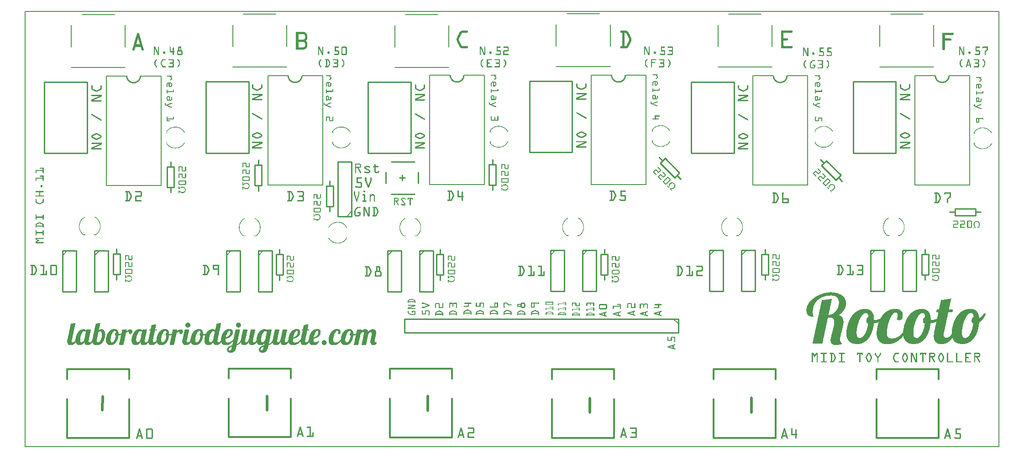
<source format=gto>
G04 MADE WITH FRITZING*
G04 WWW.FRITZING.ORG*
G04 SINGLE SIDED*
G04 HOLES NOT PLATED*
G04 CONTOUR ON CENTER OF CONTOUR VECTOR*
%ASAXBY*%
%FSLAX23Y23*%
%MOIN*%
%OFA0B0*%
%SFA1.0B1.0*%
%ADD10R,7.120440X3.191020X7.104440X3.175020*%
%ADD11C,0.008000*%
%ADD12C,0.010000*%
%ADD13C,0.005000*%
%ADD14C,0.010417*%
%ADD15C,0.021000*%
%ADD16C,0.012500*%
%ADD17R,0.001000X0.001000*%
%LNSILK1*%
G90*
G70*
G54D11*
X4Y3187D02*
X7116Y3187D01*
X7116Y4D01*
X4Y4D01*
X4Y3187D01*
D02*
G54D12*
X2876Y2009D02*
X2876Y1930D01*
D02*
X2680Y2088D02*
X2847Y2088D01*
D02*
X2680Y1851D02*
X2847Y1851D01*
D02*
X2640Y2009D02*
X2640Y1930D01*
D02*
X2758Y1989D02*
X2758Y1950D01*
D02*
X2778Y1969D02*
X2739Y1969D01*
G54D11*
D02*
X3098Y3085D02*
X3098Y2928D01*
D02*
X3098Y2778D02*
X2704Y2778D01*
D02*
X2704Y3085D02*
X2704Y2928D01*
D02*
X3019Y3164D02*
X2783Y3164D01*
D02*
X4277Y3090D02*
X4277Y2933D01*
D02*
X4277Y2783D02*
X3883Y2783D01*
D02*
X3883Y3090D02*
X3883Y2933D01*
D02*
X4198Y3169D02*
X3962Y3169D01*
D02*
X1914Y3087D02*
X1914Y2930D01*
D02*
X1914Y2780D02*
X1521Y2780D01*
D02*
X1521Y3087D02*
X1521Y2930D01*
D02*
X1836Y3166D02*
X1599Y3166D01*
D02*
X6640Y3087D02*
X6640Y2930D01*
D02*
X6640Y2780D02*
X6246Y2780D01*
D02*
X6246Y3087D02*
X6246Y2930D01*
D02*
X6561Y3166D02*
X6325Y3166D01*
D02*
X736Y3086D02*
X736Y2928D01*
D02*
X736Y2778D02*
X342Y2778D01*
D02*
X342Y3086D02*
X342Y2928D01*
D02*
X657Y3164D02*
X421Y3164D01*
D02*
X5457Y3087D02*
X5457Y2930D01*
D02*
X5457Y2780D02*
X5064Y2780D01*
D02*
X5064Y3087D02*
X5064Y2930D01*
D02*
X5379Y3166D02*
X5142Y3166D01*
G54D12*
D02*
X6576Y1448D02*
X6576Y1411D01*
D02*
X6576Y1261D02*
X6576Y1223D01*
D02*
X6601Y1411D02*
X6601Y1261D01*
D02*
X6601Y1261D02*
X6551Y1261D01*
D02*
X6551Y1261D02*
X6551Y1411D01*
D02*
X6551Y1411D02*
X6601Y1411D01*
D02*
X5407Y1448D02*
X5407Y1411D01*
D02*
X5407Y1261D02*
X5407Y1223D01*
D02*
X5432Y1411D02*
X5432Y1261D01*
D02*
X5432Y1261D02*
X5382Y1261D01*
D02*
X5382Y1261D02*
X5382Y1411D01*
D02*
X5382Y1411D02*
X5432Y1411D01*
D02*
X4234Y1448D02*
X4234Y1411D01*
D02*
X4234Y1261D02*
X4234Y1223D01*
D02*
X4259Y1411D02*
X4259Y1261D01*
D02*
X4259Y1261D02*
X4209Y1261D01*
D02*
X4209Y1261D02*
X4209Y1411D01*
D02*
X4209Y1411D02*
X4259Y1411D01*
D02*
X3035Y1446D02*
X3035Y1409D01*
D02*
X3035Y1259D02*
X3035Y1221D01*
D02*
X3060Y1409D02*
X3060Y1259D01*
D02*
X3060Y1259D02*
X3010Y1259D01*
D02*
X3010Y1259D02*
X3010Y1409D01*
D02*
X3010Y1409D02*
X3060Y1409D01*
D02*
X1862Y1446D02*
X1862Y1409D01*
D02*
X1862Y1259D02*
X1862Y1221D01*
D02*
X1887Y1409D02*
X1887Y1259D01*
D02*
X1887Y1259D02*
X1837Y1259D01*
D02*
X1837Y1259D02*
X1837Y1409D01*
D02*
X1837Y1409D02*
X1887Y1409D01*
D02*
X672Y1449D02*
X672Y1412D01*
D02*
X672Y1262D02*
X672Y1224D01*
D02*
X697Y1412D02*
X697Y1262D01*
D02*
X697Y1262D02*
X647Y1262D01*
D02*
X647Y1262D02*
X647Y1412D01*
D02*
X647Y1412D02*
X697Y1412D01*
D02*
X1068Y2087D02*
X1068Y2050D01*
D02*
X1068Y1900D02*
X1068Y1862D01*
D02*
X1093Y2050D02*
X1093Y1900D01*
D02*
X1093Y1900D02*
X1043Y1900D01*
D02*
X1043Y1900D02*
X1043Y2050D01*
D02*
X1043Y2050D02*
X1093Y2050D01*
D02*
X6981Y1720D02*
X6944Y1720D01*
D02*
X6794Y1720D02*
X6756Y1720D01*
D02*
X6944Y1695D02*
X6794Y1695D01*
D02*
X6794Y1695D02*
X6794Y1745D01*
D02*
X6794Y1745D02*
X6944Y1745D01*
D02*
X6944Y1745D02*
X6944Y1695D01*
D02*
X5811Y2104D02*
X5837Y2078D01*
D02*
X5944Y1972D02*
X5970Y1945D01*
D02*
X5855Y2095D02*
X5961Y1989D01*
D02*
X5961Y1989D02*
X5926Y1954D01*
D02*
X5926Y1954D02*
X5820Y2060D01*
D02*
X5820Y2060D02*
X5855Y2095D01*
D02*
X4634Y2121D02*
X4660Y2094D01*
D02*
X4766Y1988D02*
X4793Y1961D01*
D02*
X4677Y2112D02*
X4783Y2006D01*
D02*
X4783Y2006D02*
X4748Y1971D01*
D02*
X4748Y1971D02*
X4642Y2077D01*
D02*
X4642Y2077D02*
X4677Y2112D01*
D02*
X3418Y2104D02*
X3418Y2067D01*
D02*
X3418Y1917D02*
X3418Y1879D01*
D02*
X3443Y2067D02*
X3443Y1917D01*
D02*
X3443Y1917D02*
X3393Y1917D01*
D02*
X3393Y1917D02*
X3393Y2067D01*
D02*
X3393Y2067D02*
X3443Y2067D01*
D02*
X1707Y2099D02*
X1707Y2062D01*
D02*
X1707Y1912D02*
X1707Y1874D01*
D02*
X1732Y2062D02*
X1732Y1912D01*
D02*
X1732Y1912D02*
X1682Y1912D01*
D02*
X1682Y1912D02*
X1682Y2062D01*
D02*
X1682Y2062D02*
X1732Y2062D01*
D02*
X2230Y1948D02*
X2230Y1911D01*
D02*
X2230Y1761D02*
X2230Y1723D01*
D02*
X2255Y1911D02*
X2255Y1761D01*
D02*
X2255Y1761D02*
X2205Y1761D01*
D02*
X2205Y1761D02*
X2205Y1911D01*
D02*
X2205Y1911D02*
X2255Y1911D01*
D02*
X6177Y1439D02*
X6177Y1139D01*
D02*
X6177Y1139D02*
X6277Y1139D01*
D02*
X6277Y1139D02*
X6277Y1439D01*
D02*
X6277Y1439D02*
X6177Y1439D01*
G54D13*
D02*
X6177Y1404D02*
X6212Y1439D01*
G54D12*
D02*
X5002Y1439D02*
X5002Y1139D01*
D02*
X5002Y1139D02*
X5102Y1139D01*
D02*
X5102Y1139D02*
X5102Y1439D01*
D02*
X5102Y1439D02*
X5002Y1439D01*
G54D13*
D02*
X5002Y1404D02*
X5037Y1439D01*
G54D12*
D02*
X3841Y1439D02*
X3841Y1139D01*
D02*
X3841Y1139D02*
X3941Y1139D01*
D02*
X3941Y1139D02*
X3941Y1439D01*
D02*
X3941Y1439D02*
X3841Y1439D01*
G54D13*
D02*
X3841Y1404D02*
X3876Y1439D01*
G54D12*
D02*
X2652Y1436D02*
X2652Y1136D01*
D02*
X2652Y1136D02*
X2752Y1136D01*
D02*
X2752Y1136D02*
X2752Y1436D01*
D02*
X2752Y1436D02*
X2652Y1436D01*
G54D13*
D02*
X2652Y1401D02*
X2687Y1436D01*
G54D12*
D02*
X1475Y1436D02*
X1475Y1136D01*
D02*
X1475Y1136D02*
X1575Y1136D01*
D02*
X1575Y1136D02*
X1575Y1436D01*
D02*
X1575Y1436D02*
X1475Y1436D01*
G54D13*
D02*
X1475Y1401D02*
X1510Y1436D01*
G54D12*
D02*
X278Y1436D02*
X278Y1136D01*
D02*
X278Y1136D02*
X378Y1136D01*
D02*
X378Y1136D02*
X378Y1436D01*
D02*
X378Y1436D02*
X278Y1436D01*
G54D13*
D02*
X278Y1401D02*
X313Y1436D01*
G54D12*
D02*
X6411Y1439D02*
X6411Y1139D01*
D02*
X6411Y1139D02*
X6511Y1139D01*
D02*
X6511Y1139D02*
X6511Y1439D01*
D02*
X6511Y1439D02*
X6411Y1439D01*
G54D13*
D02*
X6411Y1404D02*
X6446Y1439D01*
G54D12*
D02*
X5236Y1439D02*
X5236Y1139D01*
D02*
X5236Y1139D02*
X5336Y1139D01*
D02*
X5336Y1139D02*
X5336Y1439D01*
D02*
X5336Y1439D02*
X5236Y1439D01*
G54D13*
D02*
X5236Y1404D02*
X5271Y1439D01*
G54D12*
D02*
X4074Y1439D02*
X4074Y1139D01*
D02*
X4074Y1139D02*
X4174Y1139D01*
D02*
X4174Y1139D02*
X4174Y1439D01*
D02*
X4174Y1439D02*
X4074Y1439D01*
G54D13*
D02*
X4074Y1404D02*
X4109Y1439D01*
G54D12*
D02*
X2886Y1436D02*
X2886Y1136D01*
D02*
X2886Y1136D02*
X2986Y1136D01*
D02*
X2986Y1136D02*
X2986Y1436D01*
D02*
X2986Y1436D02*
X2886Y1436D01*
G54D13*
D02*
X2886Y1401D02*
X2921Y1436D01*
G54D12*
D02*
X1708Y1436D02*
X1708Y1136D01*
D02*
X1708Y1136D02*
X1808Y1136D01*
D02*
X1808Y1136D02*
X1808Y1436D01*
D02*
X1808Y1436D02*
X1708Y1436D01*
G54D13*
D02*
X1708Y1401D02*
X1743Y1436D01*
G54D12*
D02*
X512Y1436D02*
X512Y1136D01*
D02*
X512Y1136D02*
X612Y1136D01*
D02*
X612Y1136D02*
X612Y1436D01*
D02*
X612Y1436D02*
X512Y1436D01*
G54D13*
D02*
X512Y1401D02*
X547Y1436D01*
D02*
X2960Y2720D02*
X2960Y1920D01*
D02*
X2960Y1920D02*
X3360Y1920D01*
D02*
X3360Y1920D02*
X3360Y2720D01*
D02*
X2960Y2720D02*
X3110Y2720D01*
D02*
X3210Y2720D02*
X3360Y2720D01*
D02*
X4139Y2720D02*
X4139Y1920D01*
D02*
X4139Y1920D02*
X4539Y1920D01*
D02*
X4539Y1920D02*
X4539Y2720D01*
D02*
X4139Y2720D02*
X4289Y2720D01*
D02*
X4389Y2720D02*
X4539Y2720D01*
D02*
X1777Y2717D02*
X1777Y1917D01*
D02*
X1777Y1917D02*
X2177Y1917D01*
D02*
X2177Y1917D02*
X2177Y2717D01*
D02*
X1777Y2717D02*
X1927Y2717D01*
D02*
X2027Y2717D02*
X2177Y2717D01*
D02*
X6502Y2717D02*
X6502Y1917D01*
D02*
X6502Y1917D02*
X6902Y1917D01*
D02*
X6902Y1917D02*
X6902Y2717D01*
D02*
X6502Y2717D02*
X6652Y2717D01*
D02*
X6752Y2717D02*
X6902Y2717D01*
D02*
X598Y2715D02*
X598Y1915D01*
D02*
X598Y1915D02*
X998Y1915D01*
D02*
X998Y1915D02*
X998Y2715D01*
D02*
X598Y2715D02*
X748Y2715D01*
D02*
X848Y2715D02*
X998Y2715D01*
D02*
X5320Y2716D02*
X5320Y1916D01*
D02*
X5320Y1916D02*
X5720Y1916D01*
D02*
X5720Y1916D02*
X5720Y2716D01*
D02*
X5320Y2716D02*
X5470Y2716D01*
D02*
X5570Y2716D02*
X5720Y2716D01*
G54D14*
D02*
X2821Y2149D02*
X2821Y2669D01*
D02*
X2508Y2669D02*
X2821Y2669D01*
D02*
X2508Y2149D02*
X2821Y2149D01*
D02*
X2508Y2149D02*
X2508Y2669D01*
D02*
X4000Y2157D02*
X4000Y2677D01*
D02*
X3688Y2677D02*
X4000Y2677D01*
D02*
X3688Y2157D02*
X4000Y2157D01*
D02*
X3688Y2157D02*
X3688Y2677D01*
D02*
X1638Y2151D02*
X1638Y2672D01*
D02*
X1325Y2672D02*
X1638Y2672D01*
D02*
X1325Y2151D02*
X1638Y2151D01*
D02*
X1325Y2151D02*
X1325Y2672D01*
D02*
X6363Y2151D02*
X6363Y2672D01*
D02*
X6051Y2672D02*
X6363Y2672D01*
D02*
X6051Y2151D02*
X6363Y2151D01*
D02*
X6051Y2151D02*
X6051Y2672D01*
D02*
X459Y2150D02*
X459Y2670D01*
D02*
X146Y2670D02*
X459Y2670D01*
D02*
X146Y2150D02*
X459Y2150D01*
D02*
X146Y2150D02*
X146Y2670D01*
D02*
X5181Y2151D02*
X5181Y2671D01*
D02*
X4868Y2671D02*
X5181Y2671D01*
D02*
X4868Y2151D02*
X5181Y2151D01*
D02*
X4868Y2151D02*
X4868Y2671D01*
G54D15*
D02*
X571Y370D02*
X567Y271D01*
D02*
X1771Y374D02*
X1771Y269D01*
D02*
X2946Y373D02*
X2946Y268D01*
D02*
X4127Y358D02*
X4127Y253D01*
D02*
X5308Y359D02*
X5308Y254D01*
G54D12*
D02*
X4774Y938D02*
X2774Y938D01*
D02*
X2774Y938D02*
X2774Y838D01*
D02*
X2774Y838D02*
X4774Y838D01*
D02*
X4774Y838D02*
X4774Y938D01*
G54D13*
D02*
X4739Y938D02*
X4774Y903D01*
G54D12*
D02*
X2390Y1688D02*
X2390Y2088D01*
D02*
X2390Y2088D02*
X2290Y2088D01*
D02*
X2290Y2088D02*
X2290Y1688D01*
D02*
X2290Y1688D02*
X2390Y1688D01*
G54D13*
D02*
X2390Y1723D02*
X2355Y1688D01*
G54D16*
X5032Y497D02*
X5032Y569D01*
X5485Y569D01*
X5485Y497D01*
D02*
X5485Y349D02*
X5485Y66D01*
X5032Y66D01*
X5032Y349D01*
D02*
X6221Y497D02*
X6221Y569D01*
X6674Y569D01*
X6674Y497D01*
D02*
X6674Y349D02*
X6674Y66D01*
X6221Y66D01*
X6221Y349D01*
D02*
X3851Y497D02*
X3851Y569D01*
X4304Y569D01*
X4304Y497D01*
D02*
X4304Y349D02*
X4304Y66D01*
X3851Y66D01*
X3851Y349D01*
D02*
X2670Y500D02*
X2670Y572D01*
X3123Y572D01*
X3123Y500D01*
D02*
X3123Y352D02*
X3123Y70D01*
X2670Y70D01*
X2670Y352D01*
D02*
X1492Y502D02*
X1492Y575D01*
X1944Y575D01*
X1944Y502D01*
D02*
X1944Y354D02*
X1944Y72D01*
X1492Y72D01*
X1492Y354D01*
D02*
X313Y498D02*
X313Y570D01*
X766Y570D01*
X766Y498D01*
D02*
X766Y350D02*
X766Y67D01*
X313Y67D01*
X313Y350D01*
D02*
G54D17*
X5528Y3048D02*
X5602Y3048D01*
X5527Y3047D02*
X5605Y3047D01*
X3196Y3046D02*
X3232Y3046D01*
X5527Y3046D02*
X5606Y3046D01*
X3192Y3045D02*
X3234Y3045D01*
X4355Y3045D02*
X4395Y3045D01*
X5527Y3045D02*
X5607Y3045D01*
X3189Y3044D02*
X3236Y3044D01*
X4353Y3044D02*
X4398Y3044D01*
X5527Y3044D02*
X5608Y3044D01*
X3187Y3043D02*
X3237Y3043D01*
X4352Y3043D02*
X4400Y3043D01*
X5527Y3043D02*
X5609Y3043D01*
X3186Y3042D02*
X3237Y3042D01*
X4352Y3042D02*
X4402Y3042D01*
X5527Y3042D02*
X5609Y3042D01*
X3184Y3041D02*
X3238Y3041D01*
X4351Y3041D02*
X4403Y3041D01*
X5527Y3041D02*
X5609Y3041D01*
X3183Y3040D02*
X3238Y3040D01*
X4351Y3040D02*
X4405Y3040D01*
X5527Y3040D02*
X5609Y3040D01*
X3182Y3039D02*
X3238Y3039D01*
X4350Y3039D02*
X4406Y3039D01*
X5527Y3039D02*
X5609Y3039D01*
X3181Y3038D02*
X3238Y3038D01*
X4350Y3038D02*
X4407Y3038D01*
X5527Y3038D02*
X5609Y3038D01*
X1985Y3037D02*
X2038Y3037D01*
X3180Y3037D02*
X3238Y3037D01*
X4350Y3037D02*
X4408Y3037D01*
X5527Y3037D02*
X5609Y3037D01*
X1984Y3036D02*
X2042Y3036D01*
X3179Y3036D02*
X3238Y3036D01*
X4350Y3036D02*
X4408Y3036D01*
X5527Y3036D02*
X5608Y3036D01*
X1984Y3035D02*
X2045Y3035D01*
X3179Y3035D02*
X3238Y3035D01*
X4351Y3035D02*
X4409Y3035D01*
X5527Y3035D02*
X5608Y3035D01*
X1984Y3034D02*
X2047Y3034D01*
X3178Y3034D02*
X3237Y3034D01*
X4351Y3034D02*
X4410Y3034D01*
X5527Y3034D02*
X5607Y3034D01*
X1984Y3033D02*
X2049Y3033D01*
X3178Y3033D02*
X3237Y3033D01*
X4352Y3033D02*
X4410Y3033D01*
X5527Y3033D02*
X5606Y3033D01*
X1984Y3032D02*
X2051Y3032D01*
X3177Y3032D02*
X3236Y3032D01*
X4352Y3032D02*
X4411Y3032D01*
X5527Y3032D02*
X5604Y3032D01*
X1984Y3031D02*
X2052Y3031D01*
X3176Y3031D02*
X3235Y3031D01*
X4353Y3031D02*
X4412Y3031D01*
X5527Y3031D02*
X5543Y3031D01*
X6704Y3031D02*
X6781Y3031D01*
X1984Y3030D02*
X2054Y3030D01*
X3176Y3030D02*
X3233Y3030D01*
X4355Y3030D02*
X4412Y3030D01*
X5527Y3030D02*
X5543Y3030D01*
X6704Y3030D02*
X6783Y3030D01*
X827Y3029D02*
X833Y3029D01*
X1984Y3029D02*
X2055Y3029D01*
X3176Y3029D02*
X3196Y3029D01*
X4366Y3029D02*
X4383Y3029D01*
X4390Y3029D02*
X4413Y3029D01*
X5527Y3029D02*
X5543Y3029D01*
X6704Y3029D02*
X6784Y3029D01*
X825Y3028D02*
X835Y3028D01*
X1984Y3028D02*
X2056Y3028D01*
X3175Y3028D02*
X3194Y3028D01*
X4367Y3028D02*
X4383Y3028D01*
X4394Y3028D02*
X4413Y3028D01*
X5527Y3028D02*
X5543Y3028D01*
X6704Y3028D02*
X6785Y3028D01*
X824Y3027D02*
X836Y3027D01*
X1984Y3027D02*
X2057Y3027D01*
X3175Y3027D02*
X3193Y3027D01*
X4367Y3027D02*
X4383Y3027D01*
X4395Y3027D02*
X4414Y3027D01*
X5527Y3027D02*
X5543Y3027D01*
X6704Y3027D02*
X6785Y3027D01*
X823Y3026D02*
X837Y3026D01*
X1984Y3026D02*
X2058Y3026D01*
X3174Y3026D02*
X3192Y3026D01*
X4367Y3026D02*
X4383Y3026D01*
X4396Y3026D02*
X4414Y3026D01*
X5527Y3026D02*
X5543Y3026D01*
X6704Y3026D02*
X6786Y3026D01*
X823Y3025D02*
X837Y3025D01*
X1984Y3025D02*
X2059Y3025D01*
X3174Y3025D02*
X3192Y3025D01*
X4367Y3025D02*
X4383Y3025D01*
X4397Y3025D02*
X4415Y3025D01*
X5527Y3025D02*
X5543Y3025D01*
X6704Y3025D02*
X6786Y3025D01*
X822Y3024D02*
X838Y3024D01*
X1984Y3024D02*
X2059Y3024D01*
X3173Y3024D02*
X3191Y3024D01*
X4367Y3024D02*
X4383Y3024D01*
X4397Y3024D02*
X4415Y3024D01*
X5527Y3024D02*
X5543Y3024D01*
X6704Y3024D02*
X6786Y3024D01*
X822Y3023D02*
X838Y3023D01*
X1984Y3023D02*
X2060Y3023D01*
X3173Y3023D02*
X3191Y3023D01*
X4367Y3023D02*
X4383Y3023D01*
X4398Y3023D02*
X4416Y3023D01*
X5527Y3023D02*
X5543Y3023D01*
X6704Y3023D02*
X6786Y3023D01*
X822Y3022D02*
X838Y3022D01*
X1984Y3022D02*
X2061Y3022D01*
X3172Y3022D02*
X3190Y3022D01*
X4367Y3022D02*
X4383Y3022D01*
X4398Y3022D02*
X4416Y3022D01*
X5527Y3022D02*
X5543Y3022D01*
X6704Y3022D02*
X6786Y3022D01*
X822Y3021D02*
X838Y3021D01*
X1984Y3021D02*
X2062Y3021D01*
X3172Y3021D02*
X3190Y3021D01*
X4367Y3021D02*
X4383Y3021D01*
X4399Y3021D02*
X4417Y3021D01*
X5527Y3021D02*
X5543Y3021D01*
X6704Y3021D02*
X6786Y3021D01*
X821Y3020D02*
X839Y3020D01*
X1984Y3020D02*
X2000Y3020D01*
X2038Y3020D02*
X2062Y3020D01*
X3171Y3020D02*
X3189Y3020D01*
X4367Y3020D02*
X4383Y3020D01*
X4399Y3020D02*
X4417Y3020D01*
X5527Y3020D02*
X5543Y3020D01*
X6704Y3020D02*
X6785Y3020D01*
X821Y3019D02*
X839Y3019D01*
X1984Y3019D02*
X2000Y3019D01*
X2041Y3019D02*
X2063Y3019D01*
X3171Y3019D02*
X3189Y3019D01*
X4367Y3019D02*
X4383Y3019D01*
X4400Y3019D02*
X4418Y3019D01*
X5527Y3019D02*
X5543Y3019D01*
X6704Y3019D02*
X6785Y3019D01*
X821Y3018D02*
X839Y3018D01*
X1984Y3018D02*
X2000Y3018D01*
X2042Y3018D02*
X2063Y3018D01*
X3170Y3018D02*
X3188Y3018D01*
X4367Y3018D02*
X4383Y3018D01*
X4400Y3018D02*
X4418Y3018D01*
X5527Y3018D02*
X5543Y3018D01*
X6704Y3018D02*
X6784Y3018D01*
X820Y3017D02*
X840Y3017D01*
X1984Y3017D02*
X2000Y3017D01*
X2044Y3017D02*
X2064Y3017D01*
X3170Y3017D02*
X3188Y3017D01*
X4367Y3017D02*
X4383Y3017D01*
X4401Y3017D02*
X4419Y3017D01*
X5527Y3017D02*
X5543Y3017D01*
X6704Y3017D02*
X6783Y3017D01*
X820Y3016D02*
X840Y3016D01*
X1984Y3016D02*
X2000Y3016D01*
X2045Y3016D02*
X2064Y3016D01*
X3169Y3016D02*
X3187Y3016D01*
X4367Y3016D02*
X4383Y3016D01*
X4401Y3016D02*
X4419Y3016D01*
X5527Y3016D02*
X5543Y3016D01*
X6704Y3016D02*
X6782Y3016D01*
X820Y3015D02*
X840Y3015D01*
X1984Y3015D02*
X2000Y3015D01*
X2046Y3015D02*
X2064Y3015D01*
X3169Y3015D02*
X3187Y3015D01*
X4367Y3015D02*
X4383Y3015D01*
X4402Y3015D02*
X4420Y3015D01*
X5527Y3015D02*
X5543Y3015D01*
X6704Y3015D02*
X6777Y3015D01*
X819Y3014D02*
X840Y3014D01*
X1984Y3014D02*
X2000Y3014D01*
X2047Y3014D02*
X2065Y3014D01*
X3168Y3014D02*
X3186Y3014D01*
X4367Y3014D02*
X4383Y3014D01*
X4402Y3014D02*
X4420Y3014D01*
X5527Y3014D02*
X5543Y3014D01*
X6704Y3014D02*
X6720Y3014D01*
X819Y3013D02*
X841Y3013D01*
X1984Y3013D02*
X2000Y3013D01*
X2048Y3013D02*
X2065Y3013D01*
X3168Y3013D02*
X3186Y3013D01*
X4367Y3013D02*
X4383Y3013D01*
X4403Y3013D02*
X4421Y3013D01*
X5527Y3013D02*
X5543Y3013D01*
X6704Y3013D02*
X6720Y3013D01*
X819Y3012D02*
X841Y3012D01*
X1984Y3012D02*
X2000Y3012D01*
X2048Y3012D02*
X2065Y3012D01*
X3167Y3012D02*
X3185Y3012D01*
X4367Y3012D02*
X4383Y3012D01*
X4403Y3012D02*
X4421Y3012D01*
X5527Y3012D02*
X5543Y3012D01*
X6704Y3012D02*
X6720Y3012D01*
X819Y3011D02*
X841Y3011D01*
X1984Y3011D02*
X2000Y3011D01*
X2049Y3011D02*
X2066Y3011D01*
X3167Y3011D02*
X3185Y3011D01*
X4367Y3011D02*
X4383Y3011D01*
X4404Y3011D02*
X4422Y3011D01*
X5527Y3011D02*
X5543Y3011D01*
X6704Y3011D02*
X6720Y3011D01*
X818Y3010D02*
X842Y3010D01*
X1984Y3010D02*
X2000Y3010D01*
X2049Y3010D02*
X2066Y3010D01*
X3166Y3010D02*
X3184Y3010D01*
X4367Y3010D02*
X4383Y3010D01*
X4404Y3010D02*
X4422Y3010D01*
X5527Y3010D02*
X5543Y3010D01*
X6704Y3010D02*
X6720Y3010D01*
X818Y3009D02*
X842Y3009D01*
X1984Y3009D02*
X2000Y3009D01*
X2050Y3009D02*
X2066Y3009D01*
X3166Y3009D02*
X3184Y3009D01*
X4367Y3009D02*
X4383Y3009D01*
X4405Y3009D02*
X4423Y3009D01*
X5527Y3009D02*
X5543Y3009D01*
X6704Y3009D02*
X6720Y3009D01*
X818Y3008D02*
X842Y3008D01*
X1984Y3008D02*
X2000Y3008D01*
X2050Y3008D02*
X2066Y3008D01*
X3165Y3008D02*
X3183Y3008D01*
X4367Y3008D02*
X4383Y3008D01*
X4405Y3008D02*
X4423Y3008D01*
X5527Y3008D02*
X5543Y3008D01*
X6704Y3008D02*
X6720Y3008D01*
X817Y3007D02*
X843Y3007D01*
X1984Y3007D02*
X2000Y3007D01*
X2050Y3007D02*
X2066Y3007D01*
X3165Y3007D02*
X3183Y3007D01*
X4367Y3007D02*
X4383Y3007D01*
X4406Y3007D02*
X4424Y3007D01*
X5527Y3007D02*
X5543Y3007D01*
X6704Y3007D02*
X6720Y3007D01*
X817Y3006D02*
X843Y3006D01*
X1984Y3006D02*
X2000Y3006D01*
X2050Y3006D02*
X2066Y3006D01*
X3164Y3006D02*
X3182Y3006D01*
X4367Y3006D02*
X4383Y3006D01*
X4406Y3006D02*
X4424Y3006D01*
X5527Y3006D02*
X5543Y3006D01*
X6704Y3006D02*
X6720Y3006D01*
X817Y3005D02*
X843Y3005D01*
X1984Y3005D02*
X2000Y3005D01*
X2050Y3005D02*
X2066Y3005D01*
X3164Y3005D02*
X3182Y3005D01*
X4367Y3005D02*
X4383Y3005D01*
X4407Y3005D02*
X4425Y3005D01*
X5527Y3005D02*
X5543Y3005D01*
X6704Y3005D02*
X6720Y3005D01*
X817Y3004D02*
X843Y3004D01*
X1984Y3004D02*
X2000Y3004D01*
X2051Y3004D02*
X2066Y3004D01*
X3163Y3004D02*
X3181Y3004D01*
X4367Y3004D02*
X4383Y3004D01*
X4407Y3004D02*
X4425Y3004D01*
X5527Y3004D02*
X5543Y3004D01*
X6704Y3004D02*
X6720Y3004D01*
X816Y3003D02*
X844Y3003D01*
X1984Y3003D02*
X2000Y3003D01*
X2051Y3003D02*
X2066Y3003D01*
X3163Y3003D02*
X3181Y3003D01*
X4367Y3003D02*
X4383Y3003D01*
X4408Y3003D02*
X4426Y3003D01*
X5527Y3003D02*
X5543Y3003D01*
X6704Y3003D02*
X6720Y3003D01*
X816Y3002D02*
X844Y3002D01*
X1984Y3002D02*
X2000Y3002D01*
X2051Y3002D02*
X2066Y3002D01*
X3162Y3002D02*
X3180Y3002D01*
X4367Y3002D02*
X4383Y3002D01*
X4408Y3002D02*
X4426Y3002D01*
X5527Y3002D02*
X5543Y3002D01*
X6704Y3002D02*
X6720Y3002D01*
X816Y3001D02*
X844Y3001D01*
X1984Y3001D02*
X2000Y3001D01*
X2051Y3001D02*
X2066Y3001D01*
X3162Y3001D02*
X3179Y3001D01*
X4367Y3001D02*
X4383Y3001D01*
X4409Y3001D02*
X4427Y3001D01*
X5527Y3001D02*
X5543Y3001D01*
X6704Y3001D02*
X6720Y3001D01*
X815Y3000D02*
X845Y3000D01*
X1984Y3000D02*
X2000Y3000D01*
X2051Y3000D02*
X2066Y3000D01*
X3161Y3000D02*
X3179Y3000D01*
X4367Y3000D02*
X4383Y3000D01*
X4409Y3000D02*
X4427Y3000D01*
X5527Y3000D02*
X5543Y3000D01*
X6704Y3000D02*
X6720Y3000D01*
X815Y2999D02*
X845Y2999D01*
X1984Y2999D02*
X2000Y2999D01*
X2051Y2999D02*
X2066Y2999D01*
X3161Y2999D02*
X3178Y2999D01*
X4367Y2999D02*
X4383Y2999D01*
X4410Y2999D02*
X4428Y2999D01*
X5527Y2999D02*
X5543Y2999D01*
X6704Y2999D02*
X6720Y2999D01*
X815Y2998D02*
X845Y2998D01*
X1984Y2998D02*
X2000Y2998D01*
X2051Y2998D02*
X2066Y2998D01*
X3160Y2998D02*
X3178Y2998D01*
X4367Y2998D02*
X4383Y2998D01*
X4410Y2998D02*
X4428Y2998D01*
X5527Y2998D02*
X5543Y2998D01*
X6704Y2998D02*
X6720Y2998D01*
X814Y2997D02*
X845Y2997D01*
X1984Y2997D02*
X2000Y2997D01*
X2051Y2997D02*
X2066Y2997D01*
X3160Y2997D02*
X3177Y2997D01*
X4367Y2997D02*
X4383Y2997D01*
X4411Y2997D02*
X4429Y2997D01*
X5527Y2997D02*
X5543Y2997D01*
X6704Y2997D02*
X6720Y2997D01*
X814Y2996D02*
X846Y2996D01*
X1984Y2996D02*
X2000Y2996D01*
X2050Y2996D02*
X2066Y2996D01*
X3159Y2996D02*
X3177Y2996D01*
X4367Y2996D02*
X4383Y2996D01*
X4411Y2996D02*
X4429Y2996D01*
X5527Y2996D02*
X5543Y2996D01*
X6704Y2996D02*
X6720Y2996D01*
X814Y2995D02*
X846Y2995D01*
X1984Y2995D02*
X2000Y2995D01*
X2050Y2995D02*
X2066Y2995D01*
X3159Y2995D02*
X3176Y2995D01*
X4367Y2995D02*
X4383Y2995D01*
X4412Y2995D02*
X4429Y2995D01*
X5527Y2995D02*
X5543Y2995D01*
X6704Y2995D02*
X6720Y2995D01*
X814Y2994D02*
X846Y2994D01*
X1984Y2994D02*
X2000Y2994D01*
X2050Y2994D02*
X2066Y2994D01*
X3159Y2994D02*
X3176Y2994D01*
X4367Y2994D02*
X4383Y2994D01*
X4412Y2994D02*
X4430Y2994D01*
X5527Y2994D02*
X5543Y2994D01*
X6704Y2994D02*
X6720Y2994D01*
X813Y2993D02*
X847Y2993D01*
X1984Y2993D02*
X2000Y2993D01*
X2050Y2993D02*
X2066Y2993D01*
X3158Y2993D02*
X3175Y2993D01*
X4367Y2993D02*
X4383Y2993D01*
X4413Y2993D02*
X4430Y2993D01*
X5527Y2993D02*
X5543Y2993D01*
X6704Y2993D02*
X6720Y2993D01*
X813Y2992D02*
X847Y2992D01*
X1984Y2992D02*
X2000Y2992D01*
X2050Y2992D02*
X2066Y2992D01*
X3158Y2992D02*
X3175Y2992D01*
X4367Y2992D02*
X4383Y2992D01*
X4413Y2992D02*
X4430Y2992D01*
X5527Y2992D02*
X5543Y2992D01*
X6704Y2992D02*
X6720Y2992D01*
X813Y2991D02*
X847Y2991D01*
X1984Y2991D02*
X2000Y2991D01*
X2049Y2991D02*
X2066Y2991D01*
X3158Y2991D02*
X3174Y2991D01*
X4367Y2991D02*
X4383Y2991D01*
X4414Y2991D02*
X4431Y2991D01*
X5527Y2991D02*
X5571Y2991D01*
X6704Y2991D02*
X6720Y2991D01*
X812Y2990D02*
X829Y2990D01*
X831Y2990D02*
X847Y2990D01*
X1984Y2990D02*
X2000Y2990D01*
X2049Y2990D02*
X2066Y2990D01*
X3157Y2990D02*
X3174Y2990D01*
X4367Y2990D02*
X4383Y2990D01*
X4414Y2990D02*
X4431Y2990D01*
X5527Y2990D02*
X5573Y2990D01*
X6704Y2990D02*
X6720Y2990D01*
X812Y2989D02*
X829Y2989D01*
X831Y2989D02*
X848Y2989D01*
X1984Y2989D02*
X2000Y2989D01*
X2048Y2989D02*
X2065Y2989D01*
X3157Y2989D02*
X3174Y2989D01*
X4367Y2989D02*
X4383Y2989D01*
X4415Y2989D02*
X4431Y2989D01*
X5527Y2989D02*
X5574Y2989D01*
X6704Y2989D02*
X6763Y2989D01*
X812Y2988D02*
X828Y2988D01*
X831Y2988D02*
X848Y2988D01*
X1984Y2988D02*
X2000Y2988D01*
X2047Y2988D02*
X2065Y2988D01*
X3157Y2988D02*
X3173Y2988D01*
X4367Y2988D02*
X4383Y2988D01*
X4415Y2988D02*
X4431Y2988D01*
X5527Y2988D02*
X5575Y2988D01*
X6704Y2988D02*
X6766Y2988D01*
X812Y2987D02*
X828Y2987D01*
X832Y2987D02*
X848Y2987D01*
X1984Y2987D02*
X2000Y2987D01*
X2047Y2987D02*
X2065Y2987D01*
X3157Y2987D02*
X3173Y2987D01*
X4367Y2987D02*
X4383Y2987D01*
X4415Y2987D02*
X4432Y2987D01*
X5527Y2987D02*
X5575Y2987D01*
X6704Y2987D02*
X6767Y2987D01*
X811Y2986D02*
X828Y2986D01*
X832Y2986D02*
X849Y2986D01*
X1984Y2986D02*
X2000Y2986D01*
X2046Y2986D02*
X2064Y2986D01*
X3157Y2986D02*
X3173Y2986D01*
X4367Y2986D02*
X4383Y2986D01*
X4416Y2986D02*
X4432Y2986D01*
X5527Y2986D02*
X5576Y2986D01*
X6704Y2986D02*
X6768Y2986D01*
X811Y2985D02*
X828Y2985D01*
X832Y2985D02*
X849Y2985D01*
X1984Y2985D02*
X2000Y2985D01*
X2045Y2985D02*
X2064Y2985D01*
X3157Y2985D02*
X3173Y2985D01*
X4367Y2985D02*
X4383Y2985D01*
X4416Y2985D02*
X4432Y2985D01*
X5527Y2985D02*
X5576Y2985D01*
X6704Y2985D02*
X6768Y2985D01*
X811Y2984D02*
X827Y2984D01*
X833Y2984D02*
X849Y2984D01*
X1984Y2984D02*
X2000Y2984D01*
X2043Y2984D02*
X2064Y2984D01*
X3157Y2984D02*
X3172Y2984D01*
X4367Y2984D02*
X4383Y2984D01*
X4416Y2984D02*
X4432Y2984D01*
X5527Y2984D02*
X5576Y2984D01*
X6704Y2984D02*
X6769Y2984D01*
X810Y2983D02*
X827Y2983D01*
X833Y2983D02*
X849Y2983D01*
X1984Y2983D02*
X2000Y2983D01*
X2042Y2983D02*
X2063Y2983D01*
X3156Y2983D02*
X3172Y2983D01*
X4367Y2983D02*
X4383Y2983D01*
X4416Y2983D02*
X4432Y2983D01*
X5527Y2983D02*
X5576Y2983D01*
X6704Y2983D02*
X6769Y2983D01*
X810Y2982D02*
X827Y2982D01*
X833Y2982D02*
X850Y2982D01*
X1984Y2982D02*
X2000Y2982D01*
X2040Y2982D02*
X2063Y2982D01*
X3156Y2982D02*
X3172Y2982D01*
X4367Y2982D02*
X4383Y2982D01*
X4416Y2982D02*
X4432Y2982D01*
X5527Y2982D02*
X5576Y2982D01*
X6704Y2982D02*
X6769Y2982D01*
X810Y2981D02*
X826Y2981D01*
X833Y2981D02*
X850Y2981D01*
X1984Y2981D02*
X2001Y2981D01*
X2035Y2981D02*
X2062Y2981D01*
X3156Y2981D02*
X3172Y2981D01*
X4367Y2981D02*
X4383Y2981D01*
X4416Y2981D02*
X4432Y2981D01*
X5527Y2981D02*
X5576Y2981D01*
X6704Y2981D02*
X6769Y2981D01*
X810Y2980D02*
X826Y2980D01*
X834Y2980D02*
X850Y2980D01*
X1984Y2980D02*
X2061Y2980D01*
X3156Y2980D02*
X3172Y2980D01*
X4367Y2980D02*
X4383Y2980D01*
X4416Y2980D02*
X4432Y2980D01*
X5527Y2980D02*
X5575Y2980D01*
X6704Y2980D02*
X6769Y2980D01*
X809Y2979D02*
X826Y2979D01*
X834Y2979D02*
X851Y2979D01*
X1984Y2979D02*
X2061Y2979D01*
X3157Y2979D02*
X3172Y2979D01*
X4367Y2979D02*
X4383Y2979D01*
X4416Y2979D02*
X4432Y2979D01*
X5527Y2979D02*
X5575Y2979D01*
X6704Y2979D02*
X6769Y2979D01*
X809Y2978D02*
X825Y2978D01*
X834Y2978D02*
X851Y2978D01*
X1984Y2978D02*
X2060Y2978D01*
X3157Y2978D02*
X3172Y2978D01*
X4367Y2978D02*
X4383Y2978D01*
X4416Y2978D02*
X4432Y2978D01*
X5527Y2978D02*
X5574Y2978D01*
X6704Y2978D02*
X6769Y2978D01*
X809Y2977D02*
X825Y2977D01*
X835Y2977D02*
X851Y2977D01*
X1984Y2977D02*
X2059Y2977D01*
X3157Y2977D02*
X3173Y2977D01*
X4367Y2977D02*
X4383Y2977D01*
X4416Y2977D02*
X4432Y2977D01*
X5527Y2977D02*
X5573Y2977D01*
X6704Y2977D02*
X6768Y2977D01*
X808Y2976D02*
X825Y2976D01*
X835Y2976D02*
X852Y2976D01*
X1984Y2976D02*
X2058Y2976D01*
X3157Y2976D02*
X3173Y2976D01*
X4367Y2976D02*
X4383Y2976D01*
X4416Y2976D02*
X4432Y2976D01*
X5527Y2976D02*
X5572Y2976D01*
X6704Y2976D02*
X6768Y2976D01*
X808Y2975D02*
X825Y2975D01*
X835Y2975D02*
X852Y2975D01*
X1984Y2975D02*
X2057Y2975D01*
X3157Y2975D02*
X3173Y2975D01*
X4367Y2975D02*
X4383Y2975D01*
X4415Y2975D02*
X4432Y2975D01*
X5527Y2975D02*
X5569Y2975D01*
X6704Y2975D02*
X6767Y2975D01*
X808Y2974D02*
X824Y2974D01*
X836Y2974D02*
X852Y2974D01*
X1984Y2974D02*
X2056Y2974D01*
X3157Y2974D02*
X3173Y2974D01*
X4367Y2974D02*
X4383Y2974D01*
X4415Y2974D02*
X4431Y2974D01*
X5527Y2974D02*
X5543Y2974D01*
X6704Y2974D02*
X6766Y2974D01*
X807Y2973D02*
X824Y2973D01*
X836Y2973D02*
X852Y2973D01*
X1984Y2973D02*
X2055Y2973D01*
X3157Y2973D02*
X3174Y2973D01*
X4367Y2973D02*
X4383Y2973D01*
X4415Y2973D02*
X4431Y2973D01*
X5527Y2973D02*
X5543Y2973D01*
X6704Y2973D02*
X6764Y2973D01*
X807Y2972D02*
X824Y2972D01*
X836Y2972D02*
X853Y2972D01*
X1984Y2972D02*
X2055Y2972D01*
X3158Y2972D02*
X3174Y2972D01*
X4367Y2972D02*
X4383Y2972D01*
X4414Y2972D02*
X4431Y2972D01*
X5527Y2972D02*
X5543Y2972D01*
X6704Y2972D02*
X6720Y2972D01*
X807Y2971D02*
X823Y2971D01*
X836Y2971D02*
X853Y2971D01*
X1984Y2971D02*
X2056Y2971D01*
X3158Y2971D02*
X3175Y2971D01*
X4367Y2971D02*
X4383Y2971D01*
X4414Y2971D02*
X4431Y2971D01*
X5527Y2971D02*
X5543Y2971D01*
X6704Y2971D02*
X6720Y2971D01*
X807Y2970D02*
X823Y2970D01*
X837Y2970D02*
X853Y2970D01*
X1984Y2970D02*
X2057Y2970D01*
X3158Y2970D02*
X3175Y2970D01*
X4367Y2970D02*
X4383Y2970D01*
X4413Y2970D02*
X4430Y2970D01*
X5527Y2970D02*
X5543Y2970D01*
X6704Y2970D02*
X6720Y2970D01*
X806Y2969D02*
X823Y2969D01*
X837Y2969D02*
X854Y2969D01*
X1984Y2969D02*
X2058Y2969D01*
X3158Y2969D02*
X3176Y2969D01*
X4367Y2969D02*
X4383Y2969D01*
X4413Y2969D02*
X4430Y2969D01*
X5527Y2969D02*
X5543Y2969D01*
X6704Y2969D02*
X6720Y2969D01*
X806Y2968D02*
X823Y2968D01*
X837Y2968D02*
X854Y2968D01*
X1984Y2968D02*
X2059Y2968D01*
X3159Y2968D02*
X3176Y2968D01*
X4367Y2968D02*
X4383Y2968D01*
X4412Y2968D02*
X4430Y2968D01*
X5527Y2968D02*
X5543Y2968D01*
X6704Y2968D02*
X6720Y2968D01*
X806Y2967D02*
X822Y2967D01*
X838Y2967D02*
X854Y2967D01*
X1984Y2967D02*
X2060Y2967D01*
X3159Y2967D02*
X3177Y2967D01*
X4367Y2967D02*
X4383Y2967D01*
X4412Y2967D02*
X4429Y2967D01*
X5527Y2967D02*
X5543Y2967D01*
X6704Y2967D02*
X6720Y2967D01*
X805Y2966D02*
X822Y2966D01*
X838Y2966D02*
X854Y2966D01*
X1984Y2966D02*
X2061Y2966D01*
X3160Y2966D02*
X3177Y2966D01*
X4367Y2966D02*
X4383Y2966D01*
X4411Y2966D02*
X4429Y2966D01*
X5527Y2966D02*
X5543Y2966D01*
X6704Y2966D02*
X6720Y2966D01*
X805Y2965D02*
X822Y2965D01*
X838Y2965D02*
X855Y2965D01*
X1984Y2965D02*
X2061Y2965D01*
X3160Y2965D02*
X3178Y2965D01*
X4367Y2965D02*
X4383Y2965D01*
X4411Y2965D02*
X4429Y2965D01*
X5527Y2965D02*
X5543Y2965D01*
X6704Y2965D02*
X6720Y2965D01*
X805Y2964D02*
X821Y2964D01*
X838Y2964D02*
X855Y2964D01*
X1984Y2964D02*
X2001Y2964D01*
X2034Y2964D02*
X2062Y2964D01*
X3160Y2964D02*
X3178Y2964D01*
X4367Y2964D02*
X4383Y2964D01*
X4410Y2964D02*
X4428Y2964D01*
X5527Y2964D02*
X5543Y2964D01*
X6704Y2964D02*
X6720Y2964D01*
X805Y2963D02*
X821Y2963D01*
X839Y2963D02*
X855Y2963D01*
X1984Y2963D02*
X2000Y2963D01*
X2040Y2963D02*
X2062Y2963D01*
X3161Y2963D02*
X3179Y2963D01*
X4367Y2963D02*
X4383Y2963D01*
X4410Y2963D02*
X4428Y2963D01*
X5527Y2963D02*
X5543Y2963D01*
X6704Y2963D02*
X6720Y2963D01*
X804Y2962D02*
X821Y2962D01*
X839Y2962D02*
X856Y2962D01*
X1984Y2962D02*
X2000Y2962D01*
X2042Y2962D02*
X2063Y2962D01*
X3161Y2962D02*
X3179Y2962D01*
X4367Y2962D02*
X4383Y2962D01*
X4409Y2962D02*
X4427Y2962D01*
X5527Y2962D02*
X5543Y2962D01*
X6704Y2962D02*
X6720Y2962D01*
X804Y2961D02*
X821Y2961D01*
X839Y2961D02*
X856Y2961D01*
X1984Y2961D02*
X2000Y2961D01*
X2043Y2961D02*
X2063Y2961D01*
X3162Y2961D02*
X3180Y2961D01*
X4367Y2961D02*
X4383Y2961D01*
X4409Y2961D02*
X4427Y2961D01*
X5527Y2961D02*
X5543Y2961D01*
X6704Y2961D02*
X6720Y2961D01*
X804Y2960D02*
X820Y2960D01*
X840Y2960D02*
X856Y2960D01*
X1984Y2960D02*
X2000Y2960D01*
X2044Y2960D02*
X2064Y2960D01*
X3162Y2960D02*
X3180Y2960D01*
X4367Y2960D02*
X4383Y2960D01*
X4408Y2960D02*
X4426Y2960D01*
X5527Y2960D02*
X5543Y2960D01*
X6704Y2960D02*
X6720Y2960D01*
X803Y2959D02*
X820Y2959D01*
X840Y2959D02*
X856Y2959D01*
X1984Y2959D02*
X2000Y2959D01*
X2046Y2959D02*
X2064Y2959D01*
X3163Y2959D02*
X3181Y2959D01*
X4367Y2959D02*
X4383Y2959D01*
X4408Y2959D02*
X4426Y2959D01*
X5527Y2959D02*
X5543Y2959D01*
X6704Y2959D02*
X6720Y2959D01*
X803Y2958D02*
X820Y2958D01*
X840Y2958D02*
X857Y2958D01*
X1984Y2958D02*
X2000Y2958D01*
X2046Y2958D02*
X2065Y2958D01*
X3163Y2958D02*
X3181Y2958D01*
X4367Y2958D02*
X4383Y2958D01*
X4407Y2958D02*
X4425Y2958D01*
X5527Y2958D02*
X5543Y2958D01*
X6704Y2958D02*
X6720Y2958D01*
X803Y2957D02*
X819Y2957D01*
X841Y2957D02*
X857Y2957D01*
X1984Y2957D02*
X2000Y2957D01*
X2047Y2957D02*
X2065Y2957D01*
X3164Y2957D02*
X3182Y2957D01*
X4367Y2957D02*
X4383Y2957D01*
X4407Y2957D02*
X4425Y2957D01*
X5527Y2957D02*
X5543Y2957D01*
X6704Y2957D02*
X6720Y2957D01*
X802Y2956D02*
X819Y2956D01*
X841Y2956D02*
X857Y2956D01*
X1984Y2956D02*
X2000Y2956D01*
X2048Y2956D02*
X2065Y2956D01*
X3164Y2956D02*
X3182Y2956D01*
X4367Y2956D02*
X4383Y2956D01*
X4406Y2956D02*
X4424Y2956D01*
X5527Y2956D02*
X5543Y2956D01*
X6704Y2956D02*
X6720Y2956D01*
X802Y2955D02*
X819Y2955D01*
X841Y2955D02*
X858Y2955D01*
X1984Y2955D02*
X2000Y2955D01*
X2049Y2955D02*
X2066Y2955D01*
X3165Y2955D02*
X3183Y2955D01*
X4367Y2955D02*
X4383Y2955D01*
X4406Y2955D02*
X4424Y2955D01*
X5527Y2955D02*
X5543Y2955D01*
X6704Y2955D02*
X6720Y2955D01*
X802Y2954D02*
X818Y2954D01*
X841Y2954D02*
X858Y2954D01*
X1984Y2954D02*
X2000Y2954D01*
X2049Y2954D02*
X2066Y2954D01*
X3165Y2954D02*
X3183Y2954D01*
X4367Y2954D02*
X4383Y2954D01*
X4405Y2954D02*
X4423Y2954D01*
X5527Y2954D02*
X5543Y2954D01*
X6704Y2954D02*
X6720Y2954D01*
X802Y2953D02*
X818Y2953D01*
X842Y2953D02*
X858Y2953D01*
X1984Y2953D02*
X2000Y2953D01*
X2050Y2953D02*
X2066Y2953D01*
X3166Y2953D02*
X3184Y2953D01*
X4367Y2953D02*
X4383Y2953D01*
X4405Y2953D02*
X4423Y2953D01*
X5527Y2953D02*
X5543Y2953D01*
X6704Y2953D02*
X6720Y2953D01*
X801Y2952D02*
X818Y2952D01*
X842Y2952D02*
X859Y2952D01*
X1984Y2952D02*
X2000Y2952D01*
X2050Y2952D02*
X2066Y2952D01*
X3166Y2952D02*
X3184Y2952D01*
X4367Y2952D02*
X4383Y2952D01*
X4404Y2952D02*
X4422Y2952D01*
X5527Y2952D02*
X5543Y2952D01*
X6704Y2952D02*
X6720Y2952D01*
X801Y2951D02*
X818Y2951D01*
X842Y2951D02*
X859Y2951D01*
X1984Y2951D02*
X2000Y2951D01*
X2050Y2951D02*
X2066Y2951D01*
X3167Y2951D02*
X3185Y2951D01*
X4367Y2951D02*
X4383Y2951D01*
X4404Y2951D02*
X4422Y2951D01*
X5527Y2951D02*
X5543Y2951D01*
X6704Y2951D02*
X6720Y2951D01*
X801Y2950D02*
X817Y2950D01*
X843Y2950D02*
X859Y2950D01*
X1984Y2950D02*
X2000Y2950D01*
X2050Y2950D02*
X2066Y2950D01*
X3167Y2950D02*
X3185Y2950D01*
X4367Y2950D02*
X4383Y2950D01*
X4403Y2950D02*
X4421Y2950D01*
X5527Y2950D02*
X5543Y2950D01*
X6704Y2950D02*
X6720Y2950D01*
X800Y2949D02*
X817Y2949D01*
X843Y2949D02*
X859Y2949D01*
X1984Y2949D02*
X2000Y2949D01*
X2050Y2949D02*
X2066Y2949D01*
X3168Y2949D02*
X3186Y2949D01*
X4367Y2949D02*
X4383Y2949D01*
X4403Y2949D02*
X4421Y2949D01*
X5527Y2949D02*
X5543Y2949D01*
X6704Y2949D02*
X6720Y2949D01*
X800Y2948D02*
X817Y2948D01*
X843Y2948D02*
X860Y2948D01*
X1984Y2948D02*
X2000Y2948D01*
X2051Y2948D02*
X2066Y2948D01*
X3168Y2948D02*
X3186Y2948D01*
X4367Y2948D02*
X4383Y2948D01*
X4402Y2948D02*
X4420Y2948D01*
X5527Y2948D02*
X5543Y2948D01*
X6704Y2948D02*
X6720Y2948D01*
X800Y2947D02*
X816Y2947D01*
X844Y2947D02*
X860Y2947D01*
X1984Y2947D02*
X2000Y2947D01*
X2051Y2947D02*
X2066Y2947D01*
X3169Y2947D02*
X3187Y2947D01*
X4367Y2947D02*
X4383Y2947D01*
X4402Y2947D02*
X4420Y2947D01*
X5527Y2947D02*
X5543Y2947D01*
X6704Y2947D02*
X6720Y2947D01*
X800Y2946D02*
X816Y2946D01*
X844Y2946D02*
X860Y2946D01*
X1984Y2946D02*
X2000Y2946D01*
X2051Y2946D02*
X2066Y2946D01*
X3169Y2946D02*
X3187Y2946D01*
X4367Y2946D02*
X4383Y2946D01*
X4401Y2946D02*
X4419Y2946D01*
X5527Y2946D02*
X5543Y2946D01*
X6704Y2946D02*
X6720Y2946D01*
X799Y2945D02*
X861Y2945D01*
X1984Y2945D02*
X2000Y2945D01*
X2051Y2945D02*
X2066Y2945D01*
X3170Y2945D02*
X3188Y2945D01*
X4367Y2945D02*
X4383Y2945D01*
X4401Y2945D02*
X4419Y2945D01*
X5527Y2945D02*
X5543Y2945D01*
X6704Y2945D02*
X6720Y2945D01*
X799Y2944D02*
X861Y2944D01*
X1984Y2944D02*
X2000Y2944D01*
X2051Y2944D02*
X2066Y2944D01*
X3170Y2944D02*
X3188Y2944D01*
X4367Y2944D02*
X4383Y2944D01*
X4400Y2944D02*
X4418Y2944D01*
X5527Y2944D02*
X5543Y2944D01*
X6704Y2944D02*
X6720Y2944D01*
X799Y2943D02*
X861Y2943D01*
X1984Y2943D02*
X2000Y2943D01*
X2051Y2943D02*
X2066Y2943D01*
X3171Y2943D02*
X3189Y2943D01*
X4367Y2943D02*
X4383Y2943D01*
X4400Y2943D02*
X4418Y2943D01*
X5527Y2943D02*
X5543Y2943D01*
X6704Y2943D02*
X6720Y2943D01*
X798Y2942D02*
X861Y2942D01*
X1984Y2942D02*
X2000Y2942D01*
X2051Y2942D02*
X2066Y2942D01*
X3171Y2942D02*
X3189Y2942D01*
X4367Y2942D02*
X4383Y2942D01*
X4399Y2942D02*
X4417Y2942D01*
X5527Y2942D02*
X5543Y2942D01*
X6704Y2942D02*
X6720Y2942D01*
X798Y2941D02*
X862Y2941D01*
X1984Y2941D02*
X2000Y2941D01*
X2051Y2941D02*
X2066Y2941D01*
X3172Y2941D02*
X3190Y2941D01*
X4367Y2941D02*
X4383Y2941D01*
X4399Y2941D02*
X4417Y2941D01*
X5527Y2941D02*
X5543Y2941D01*
X6704Y2941D02*
X6720Y2941D01*
X798Y2940D02*
X862Y2940D01*
X1984Y2940D02*
X2000Y2940D01*
X2051Y2940D02*
X2066Y2940D01*
X3172Y2940D02*
X3190Y2940D01*
X4367Y2940D02*
X4383Y2940D01*
X4398Y2940D02*
X4416Y2940D01*
X5527Y2940D02*
X5543Y2940D01*
X6704Y2940D02*
X6720Y2940D01*
X798Y2939D02*
X862Y2939D01*
X1984Y2939D02*
X2000Y2939D01*
X2050Y2939D02*
X2066Y2939D01*
X3173Y2939D02*
X3191Y2939D01*
X4367Y2939D02*
X4383Y2939D01*
X4398Y2939D02*
X4416Y2939D01*
X5527Y2939D02*
X5543Y2939D01*
X6704Y2939D02*
X6720Y2939D01*
X797Y2938D02*
X863Y2938D01*
X1984Y2938D02*
X2000Y2938D01*
X2050Y2938D02*
X2066Y2938D01*
X3173Y2938D02*
X3191Y2938D01*
X4367Y2938D02*
X4383Y2938D01*
X4397Y2938D02*
X4415Y2938D01*
X5527Y2938D02*
X5543Y2938D01*
X6704Y2938D02*
X6720Y2938D01*
X797Y2937D02*
X863Y2937D01*
X1984Y2937D02*
X2000Y2937D01*
X2050Y2937D02*
X2066Y2937D01*
X3174Y2937D02*
X3192Y2937D01*
X4367Y2937D02*
X4383Y2937D01*
X4397Y2937D02*
X4415Y2937D01*
X5527Y2937D02*
X5543Y2937D01*
X6704Y2937D02*
X6720Y2937D01*
X797Y2936D02*
X863Y2936D01*
X1984Y2936D02*
X2000Y2936D01*
X2050Y2936D02*
X2066Y2936D01*
X3174Y2936D02*
X3193Y2936D01*
X4367Y2936D02*
X4383Y2936D01*
X4396Y2936D02*
X4414Y2936D01*
X5527Y2936D02*
X5543Y2936D01*
X6704Y2936D02*
X6720Y2936D01*
X796Y2935D02*
X863Y2935D01*
X1984Y2935D02*
X2000Y2935D01*
X2049Y2935D02*
X2066Y2935D01*
X3175Y2935D02*
X3194Y2935D01*
X4367Y2935D02*
X4383Y2935D01*
X4395Y2935D02*
X4414Y2935D01*
X5527Y2935D02*
X5544Y2935D01*
X6704Y2935D02*
X6720Y2935D01*
X796Y2934D02*
X864Y2934D01*
X1984Y2934D02*
X2000Y2934D01*
X2049Y2934D02*
X2066Y2934D01*
X3175Y2934D02*
X3195Y2934D01*
X4367Y2934D02*
X4383Y2934D01*
X4394Y2934D02*
X4413Y2934D01*
X5527Y2934D02*
X5605Y2934D01*
X6704Y2934D02*
X6720Y2934D01*
X796Y2933D02*
X864Y2933D01*
X1984Y2933D02*
X2000Y2933D01*
X2048Y2933D02*
X2065Y2933D01*
X3176Y2933D02*
X3231Y2933D01*
X4367Y2933D02*
X4383Y2933D01*
X4392Y2933D02*
X4413Y2933D01*
X5527Y2933D02*
X5606Y2933D01*
X6704Y2933D02*
X6720Y2933D01*
X795Y2932D02*
X864Y2932D01*
X1984Y2932D02*
X2000Y2932D01*
X2048Y2932D02*
X2065Y2932D01*
X3176Y2932D02*
X3234Y2932D01*
X4355Y2932D02*
X4412Y2932D01*
X5527Y2932D02*
X5607Y2932D01*
X6704Y2932D02*
X6720Y2932D01*
X795Y2931D02*
X865Y2931D01*
X1984Y2931D02*
X2000Y2931D01*
X2047Y2931D02*
X2065Y2931D01*
X3177Y2931D02*
X3235Y2931D01*
X4354Y2931D02*
X4412Y2931D01*
X5527Y2931D02*
X5608Y2931D01*
X6704Y2931D02*
X6720Y2931D01*
X795Y2930D02*
X865Y2930D01*
X1984Y2930D02*
X2000Y2930D01*
X2046Y2930D02*
X2065Y2930D01*
X3178Y2930D02*
X3236Y2930D01*
X4352Y2930D02*
X4411Y2930D01*
X5527Y2930D02*
X5608Y2930D01*
X6704Y2930D02*
X6720Y2930D01*
X795Y2929D02*
X865Y2929D01*
X945Y2929D02*
X955Y2929D01*
X979Y2929D02*
X981Y2929D01*
X1063Y2929D02*
X1066Y2929D01*
X1126Y2929D02*
X1144Y2929D01*
X1984Y2929D02*
X2000Y2929D01*
X2045Y2929D02*
X2064Y2929D01*
X2145Y2929D02*
X2155Y2929D01*
X2178Y2929D02*
X2181Y2929D01*
X2267Y2929D02*
X2295Y2929D01*
X2321Y2929D02*
X2349Y2929D01*
X3178Y2929D02*
X3237Y2929D01*
X3326Y2929D02*
X3336Y2929D01*
X3360Y2929D02*
X3362Y2929D01*
X3448Y2929D02*
X3476Y2929D01*
X3499Y2929D02*
X3530Y2929D01*
X4352Y2929D02*
X4411Y2929D01*
X4526Y2929D02*
X4536Y2929D01*
X4560Y2929D02*
X4562Y2929D01*
X4648Y2929D02*
X4676Y2929D01*
X4699Y2929D02*
X4730Y2929D01*
X5527Y2929D02*
X5609Y2929D01*
X6704Y2929D02*
X6720Y2929D01*
X6825Y2929D02*
X6834Y2929D01*
X6859Y2929D02*
X6860Y2929D01*
X6947Y2929D02*
X6974Y2929D01*
X6998Y2929D02*
X7034Y2929D01*
X794Y2928D02*
X811Y2928D01*
X849Y2928D02*
X866Y2928D01*
X945Y2928D02*
X955Y2928D01*
X977Y2928D02*
X982Y2928D01*
X1062Y2928D02*
X1067Y2928D01*
X1125Y2928D02*
X1145Y2928D01*
X1984Y2928D02*
X2000Y2928D01*
X2044Y2928D02*
X2064Y2928D01*
X2145Y2928D02*
X2155Y2928D01*
X2177Y2928D02*
X2182Y2928D01*
X2267Y2928D02*
X2296Y2928D01*
X2319Y2928D02*
X2350Y2928D01*
X3179Y2928D02*
X3238Y2928D01*
X3326Y2928D02*
X3337Y2928D01*
X3359Y2928D02*
X3364Y2928D01*
X3448Y2928D02*
X3477Y2928D01*
X3498Y2928D02*
X3532Y2928D01*
X4351Y2928D02*
X4410Y2928D01*
X4526Y2928D02*
X4536Y2928D01*
X4559Y2928D02*
X4564Y2928D01*
X4648Y2928D02*
X4677Y2928D01*
X4698Y2928D02*
X4732Y2928D01*
X5527Y2928D02*
X5609Y2928D01*
X6704Y2928D02*
X6720Y2928D01*
X6825Y2928D02*
X6835Y2928D01*
X6857Y2928D02*
X6862Y2928D01*
X6946Y2928D02*
X6976Y2928D01*
X6997Y2928D02*
X7034Y2928D01*
X794Y2927D02*
X811Y2927D01*
X849Y2927D02*
X866Y2927D01*
X945Y2927D02*
X956Y2927D01*
X977Y2927D02*
X983Y2927D01*
X1061Y2927D02*
X1067Y2927D01*
X1124Y2927D02*
X1146Y2927D01*
X1984Y2927D02*
X2000Y2927D01*
X2043Y2927D02*
X2063Y2927D01*
X2145Y2927D02*
X2156Y2927D01*
X2177Y2927D02*
X2183Y2927D01*
X2267Y2927D02*
X2297Y2927D01*
X2318Y2927D02*
X2352Y2927D01*
X3179Y2927D02*
X3238Y2927D01*
X3326Y2927D02*
X3337Y2927D01*
X3358Y2927D02*
X3364Y2927D01*
X3448Y2927D02*
X3478Y2927D01*
X3498Y2927D02*
X3533Y2927D01*
X4351Y2927D02*
X4410Y2927D01*
X4526Y2927D02*
X4537Y2927D01*
X4558Y2927D02*
X4564Y2927D01*
X4648Y2927D02*
X4678Y2927D01*
X4697Y2927D02*
X4733Y2927D01*
X5527Y2927D02*
X5609Y2927D01*
X6704Y2927D02*
X6720Y2927D01*
X6825Y2927D02*
X6835Y2927D01*
X6856Y2927D02*
X6863Y2927D01*
X6946Y2927D02*
X6976Y2927D01*
X6996Y2927D02*
X7034Y2927D01*
X794Y2926D02*
X810Y2926D01*
X850Y2926D02*
X866Y2926D01*
X945Y2926D02*
X956Y2926D01*
X976Y2926D02*
X983Y2926D01*
X1061Y2926D02*
X1068Y2926D01*
X1124Y2926D02*
X1146Y2926D01*
X1984Y2926D02*
X2000Y2926D01*
X2041Y2926D02*
X2063Y2926D01*
X2145Y2926D02*
X2156Y2926D01*
X2176Y2926D02*
X2183Y2926D01*
X2267Y2926D02*
X2297Y2926D01*
X2317Y2926D02*
X2353Y2926D01*
X3180Y2926D02*
X3238Y2926D01*
X3326Y2926D02*
X3337Y2926D01*
X3358Y2926D02*
X3365Y2926D01*
X3448Y2926D02*
X3478Y2926D01*
X3497Y2926D02*
X3534Y2926D01*
X4350Y2926D02*
X4409Y2926D01*
X4526Y2926D02*
X4537Y2926D01*
X4558Y2926D02*
X4564Y2926D01*
X4648Y2926D02*
X4678Y2926D01*
X4697Y2926D02*
X4734Y2926D01*
X5527Y2926D02*
X5609Y2926D01*
X6704Y2926D02*
X6720Y2926D01*
X6825Y2926D02*
X6836Y2926D01*
X6856Y2926D02*
X6863Y2926D01*
X6946Y2926D02*
X6977Y2926D01*
X6996Y2926D02*
X7034Y2926D01*
X793Y2925D02*
X810Y2925D01*
X850Y2925D02*
X866Y2925D01*
X945Y2925D02*
X957Y2925D01*
X976Y2925D02*
X983Y2925D01*
X1061Y2925D02*
X1068Y2925D01*
X1124Y2925D02*
X1146Y2925D01*
X1984Y2925D02*
X2000Y2925D01*
X2039Y2925D02*
X2062Y2925D01*
X2145Y2925D02*
X2156Y2925D01*
X2176Y2925D02*
X2183Y2925D01*
X2267Y2925D02*
X2297Y2925D01*
X2317Y2925D02*
X2353Y2925D01*
X3181Y2925D02*
X3238Y2925D01*
X3326Y2925D02*
X3338Y2925D01*
X3358Y2925D02*
X3365Y2925D01*
X3448Y2925D02*
X3478Y2925D01*
X3497Y2925D02*
X3535Y2925D01*
X4350Y2925D02*
X4408Y2925D01*
X4526Y2925D02*
X4538Y2925D01*
X4558Y2925D02*
X4565Y2925D01*
X4648Y2925D02*
X4678Y2925D01*
X4697Y2925D02*
X4734Y2925D01*
X5527Y2925D02*
X5609Y2925D01*
X6704Y2925D02*
X6720Y2925D01*
X6825Y2925D02*
X6836Y2925D01*
X6856Y2925D02*
X6863Y2925D01*
X6946Y2925D02*
X6977Y2925D01*
X6995Y2925D02*
X7034Y2925D01*
X793Y2924D02*
X810Y2924D01*
X850Y2924D02*
X867Y2924D01*
X945Y2924D02*
X957Y2924D01*
X976Y2924D02*
X983Y2924D01*
X1061Y2924D02*
X1068Y2924D01*
X1124Y2924D02*
X1146Y2924D01*
X1984Y2924D02*
X2062Y2924D01*
X2145Y2924D02*
X2157Y2924D01*
X2176Y2924D02*
X2183Y2924D01*
X2267Y2924D02*
X2297Y2924D01*
X2316Y2924D02*
X2354Y2924D01*
X3182Y2924D02*
X3238Y2924D01*
X3326Y2924D02*
X3338Y2924D01*
X3358Y2924D02*
X3365Y2924D01*
X3448Y2924D02*
X3478Y2924D01*
X3498Y2924D02*
X3535Y2924D01*
X4350Y2924D02*
X4407Y2924D01*
X4526Y2924D02*
X4538Y2924D01*
X4558Y2924D02*
X4565Y2924D01*
X4648Y2924D02*
X4678Y2924D01*
X4697Y2924D02*
X4735Y2924D01*
X5527Y2924D02*
X5609Y2924D01*
X6704Y2924D02*
X6720Y2924D01*
X6825Y2924D02*
X6837Y2924D01*
X6856Y2924D02*
X6863Y2924D01*
X6946Y2924D02*
X6977Y2924D01*
X6995Y2924D02*
X7034Y2924D01*
X793Y2923D02*
X809Y2923D01*
X851Y2923D02*
X867Y2923D01*
X945Y2923D02*
X957Y2923D01*
X976Y2923D02*
X983Y2923D01*
X1061Y2923D02*
X1068Y2923D01*
X1124Y2923D02*
X1146Y2923D01*
X1984Y2923D02*
X2061Y2923D01*
X2145Y2923D02*
X2157Y2923D01*
X2176Y2923D02*
X2183Y2923D01*
X2267Y2923D02*
X2296Y2923D01*
X2316Y2923D02*
X2354Y2923D01*
X3183Y2923D02*
X3238Y2923D01*
X3326Y2923D02*
X3339Y2923D01*
X3358Y2923D02*
X3365Y2923D01*
X3448Y2923D02*
X3478Y2923D01*
X3498Y2923D02*
X3535Y2923D01*
X4350Y2923D02*
X4406Y2923D01*
X4526Y2923D02*
X4539Y2923D01*
X4558Y2923D02*
X4565Y2923D01*
X4648Y2923D02*
X4677Y2923D01*
X4698Y2923D02*
X4735Y2923D01*
X5527Y2923D02*
X5608Y2923D01*
X6704Y2923D02*
X6720Y2923D01*
X6825Y2923D02*
X6837Y2923D01*
X6856Y2923D02*
X6863Y2923D01*
X6946Y2923D02*
X6976Y2923D01*
X6995Y2923D02*
X7034Y2923D01*
X793Y2922D02*
X809Y2922D01*
X851Y2922D02*
X867Y2922D01*
X945Y2922D02*
X958Y2922D01*
X976Y2922D02*
X983Y2922D01*
X1061Y2922D02*
X1068Y2922D01*
X1086Y2922D02*
X1090Y2922D01*
X1124Y2922D02*
X1146Y2922D01*
X1984Y2922D02*
X2060Y2922D01*
X2145Y2922D02*
X2158Y2922D01*
X2176Y2922D02*
X2183Y2922D01*
X2267Y2922D02*
X2295Y2922D01*
X2316Y2922D02*
X2354Y2922D01*
X3184Y2922D02*
X3238Y2922D01*
X3326Y2922D02*
X3339Y2922D01*
X3358Y2922D02*
X3365Y2922D01*
X3448Y2922D02*
X3476Y2922D01*
X3499Y2922D02*
X3535Y2922D01*
X4351Y2922D02*
X4405Y2922D01*
X4526Y2922D02*
X4539Y2922D01*
X4558Y2922D02*
X4565Y2922D01*
X4648Y2922D02*
X4676Y2922D01*
X4699Y2922D02*
X4735Y2922D01*
X5527Y2922D02*
X5608Y2922D01*
X5686Y2922D02*
X5695Y2922D01*
X5808Y2922D02*
X5834Y2922D01*
X5865Y2922D02*
X5891Y2922D01*
X6704Y2922D02*
X6720Y2922D01*
X6825Y2922D02*
X6837Y2922D01*
X6856Y2922D02*
X6863Y2922D01*
X6946Y2922D02*
X6975Y2922D01*
X6996Y2922D02*
X7034Y2922D01*
X792Y2921D02*
X809Y2921D01*
X851Y2921D02*
X868Y2921D01*
X945Y2921D02*
X958Y2921D01*
X976Y2921D02*
X983Y2921D01*
X1061Y2921D02*
X1068Y2921D01*
X1085Y2921D02*
X1091Y2921D01*
X1124Y2921D02*
X1131Y2921D01*
X1139Y2921D02*
X1146Y2921D01*
X1984Y2921D02*
X2060Y2921D01*
X2145Y2921D02*
X2158Y2921D01*
X2176Y2921D02*
X2183Y2921D01*
X2267Y2921D02*
X2274Y2921D01*
X2316Y2921D02*
X2323Y2921D01*
X2347Y2921D02*
X2354Y2921D01*
X3186Y2921D02*
X3237Y2921D01*
X3326Y2921D02*
X3340Y2921D01*
X3358Y2921D02*
X3365Y2921D01*
X3448Y2921D02*
X3455Y2921D01*
X3528Y2921D02*
X3535Y2921D01*
X4351Y2921D02*
X4404Y2921D01*
X4526Y2921D02*
X4540Y2921D01*
X4558Y2921D02*
X4565Y2921D01*
X4648Y2921D02*
X4655Y2921D01*
X4728Y2921D02*
X4735Y2921D01*
X5527Y2921D02*
X5607Y2921D01*
X5686Y2921D02*
X5695Y2921D01*
X5718Y2921D02*
X5722Y2921D01*
X5807Y2921D02*
X5836Y2921D01*
X5864Y2921D02*
X5893Y2921D01*
X6704Y2921D02*
X6720Y2921D01*
X6825Y2921D02*
X6838Y2921D01*
X6856Y2921D02*
X6863Y2921D01*
X6946Y2921D02*
X6953Y2921D01*
X6996Y2921D02*
X7002Y2921D01*
X7027Y2921D02*
X7034Y2921D01*
X792Y2920D02*
X808Y2920D01*
X851Y2920D02*
X868Y2920D01*
X945Y2920D02*
X959Y2920D01*
X976Y2920D02*
X983Y2920D01*
X1061Y2920D02*
X1068Y2920D01*
X1085Y2920D02*
X1091Y2920D01*
X1124Y2920D02*
X1131Y2920D01*
X1139Y2920D02*
X1146Y2920D01*
X1984Y2920D02*
X2059Y2920D01*
X2145Y2920D02*
X2159Y2920D01*
X2176Y2920D02*
X2183Y2920D01*
X2267Y2920D02*
X2274Y2920D01*
X2316Y2920D02*
X2323Y2920D01*
X2347Y2920D02*
X2354Y2920D01*
X3187Y2920D02*
X3237Y2920D01*
X3326Y2920D02*
X3340Y2920D01*
X3358Y2920D02*
X3365Y2920D01*
X3448Y2920D02*
X3455Y2920D01*
X3528Y2920D02*
X3535Y2920D01*
X4351Y2920D02*
X4403Y2920D01*
X4526Y2920D02*
X4540Y2920D01*
X4558Y2920D02*
X4565Y2920D01*
X4648Y2920D02*
X4655Y2920D01*
X4728Y2920D02*
X4735Y2920D01*
X5527Y2920D02*
X5606Y2920D01*
X5686Y2920D02*
X5696Y2920D01*
X5717Y2920D02*
X5723Y2920D01*
X5807Y2920D02*
X5837Y2920D01*
X5864Y2920D02*
X5894Y2920D01*
X6704Y2920D02*
X6720Y2920D01*
X6825Y2920D02*
X6838Y2920D01*
X6856Y2920D02*
X6863Y2920D01*
X6946Y2920D02*
X6953Y2920D01*
X6996Y2920D02*
X7002Y2920D01*
X7027Y2920D02*
X7034Y2920D01*
X792Y2919D02*
X808Y2919D01*
X852Y2919D02*
X868Y2919D01*
X945Y2919D02*
X959Y2919D01*
X976Y2919D02*
X983Y2919D01*
X1061Y2919D02*
X1068Y2919D01*
X1084Y2919D02*
X1091Y2919D01*
X1124Y2919D02*
X1131Y2919D01*
X1139Y2919D02*
X1146Y2919D01*
X1984Y2919D02*
X2058Y2919D01*
X2145Y2919D02*
X2159Y2919D01*
X2176Y2919D02*
X2183Y2919D01*
X2267Y2919D02*
X2274Y2919D01*
X2316Y2919D02*
X2323Y2919D01*
X2347Y2919D02*
X2354Y2919D01*
X3189Y2919D02*
X3236Y2919D01*
X3326Y2919D02*
X3340Y2919D01*
X3358Y2919D02*
X3365Y2919D01*
X3448Y2919D02*
X3455Y2919D01*
X3528Y2919D02*
X3535Y2919D01*
X4352Y2919D02*
X4401Y2919D01*
X4526Y2919D02*
X4540Y2919D01*
X4558Y2919D02*
X4565Y2919D01*
X4648Y2919D02*
X4655Y2919D01*
X4728Y2919D02*
X4735Y2919D01*
X5527Y2919D02*
X5604Y2919D01*
X5686Y2919D02*
X5696Y2919D01*
X5717Y2919D02*
X5724Y2919D01*
X5807Y2919D02*
X5837Y2919D01*
X5864Y2919D02*
X5894Y2919D01*
X6704Y2919D02*
X6720Y2919D01*
X6825Y2919D02*
X6839Y2919D01*
X6856Y2919D02*
X6863Y2919D01*
X6946Y2919D02*
X6953Y2919D01*
X6997Y2919D02*
X7001Y2919D01*
X7027Y2919D02*
X7034Y2919D01*
X791Y2918D02*
X808Y2918D01*
X852Y2918D02*
X868Y2918D01*
X945Y2918D02*
X960Y2918D01*
X976Y2918D02*
X983Y2918D01*
X1061Y2918D02*
X1068Y2918D01*
X1084Y2918D02*
X1091Y2918D01*
X1124Y2918D02*
X1131Y2918D01*
X1139Y2918D02*
X1146Y2918D01*
X1984Y2918D02*
X2057Y2918D01*
X2145Y2918D02*
X2160Y2918D01*
X2176Y2918D02*
X2183Y2918D01*
X2267Y2918D02*
X2274Y2918D01*
X2316Y2918D02*
X2323Y2918D01*
X2347Y2918D02*
X2354Y2918D01*
X3191Y2918D02*
X3235Y2918D01*
X3326Y2918D02*
X3341Y2918D01*
X3358Y2918D02*
X3365Y2918D01*
X3448Y2918D02*
X3455Y2918D01*
X3528Y2918D02*
X3535Y2918D01*
X4353Y2918D02*
X4399Y2918D01*
X4526Y2918D02*
X4541Y2918D01*
X4558Y2918D02*
X4565Y2918D01*
X4648Y2918D02*
X4655Y2918D01*
X4728Y2918D02*
X4735Y2918D01*
X5686Y2918D02*
X5697Y2918D01*
X5717Y2918D02*
X5724Y2918D01*
X5807Y2918D02*
X5838Y2918D01*
X5864Y2918D02*
X5894Y2918D01*
X6704Y2918D02*
X6720Y2918D01*
X6825Y2918D02*
X6839Y2918D01*
X6856Y2918D02*
X6863Y2918D01*
X6946Y2918D02*
X6953Y2918D01*
X7027Y2918D02*
X7034Y2918D01*
X791Y2917D02*
X808Y2917D01*
X852Y2917D02*
X869Y2917D01*
X945Y2917D02*
X960Y2917D01*
X976Y2917D02*
X983Y2917D01*
X1061Y2917D02*
X1068Y2917D01*
X1084Y2917D02*
X1091Y2917D01*
X1124Y2917D02*
X1131Y2917D01*
X1139Y2917D02*
X1146Y2917D01*
X1984Y2917D02*
X2056Y2917D01*
X2145Y2917D02*
X2160Y2917D01*
X2176Y2917D02*
X2183Y2917D01*
X2267Y2917D02*
X2274Y2917D01*
X2316Y2917D02*
X2323Y2917D01*
X2347Y2917D02*
X2354Y2917D01*
X3194Y2917D02*
X3233Y2917D01*
X3326Y2917D02*
X3341Y2917D01*
X3358Y2917D02*
X3365Y2917D01*
X3448Y2917D02*
X3455Y2917D01*
X3528Y2917D02*
X3535Y2917D01*
X4355Y2917D02*
X4396Y2917D01*
X4526Y2917D02*
X4541Y2917D01*
X4558Y2917D02*
X4565Y2917D01*
X4648Y2917D02*
X4655Y2917D01*
X4728Y2917D02*
X4735Y2917D01*
X5686Y2917D02*
X5697Y2917D01*
X5717Y2917D02*
X5724Y2917D01*
X5807Y2917D02*
X5837Y2917D01*
X5864Y2917D02*
X5894Y2917D01*
X6704Y2917D02*
X6720Y2917D01*
X6825Y2917D02*
X6840Y2917D01*
X6856Y2917D02*
X6863Y2917D01*
X6946Y2917D02*
X6953Y2917D01*
X7027Y2917D02*
X7034Y2917D01*
X791Y2916D02*
X807Y2916D01*
X853Y2916D02*
X869Y2916D01*
X945Y2916D02*
X960Y2916D01*
X976Y2916D02*
X983Y2916D01*
X1061Y2916D02*
X1068Y2916D01*
X1084Y2916D02*
X1091Y2916D01*
X1124Y2916D02*
X1131Y2916D01*
X1139Y2916D02*
X1146Y2916D01*
X1984Y2916D02*
X2055Y2916D01*
X2145Y2916D02*
X2160Y2916D01*
X2176Y2916D02*
X2183Y2916D01*
X2267Y2916D02*
X2274Y2916D01*
X2316Y2916D02*
X2323Y2916D01*
X2347Y2916D02*
X2354Y2916D01*
X3326Y2916D02*
X3342Y2916D01*
X3358Y2916D02*
X3365Y2916D01*
X3448Y2916D02*
X3455Y2916D01*
X3528Y2916D02*
X3535Y2916D01*
X4358Y2916D02*
X4390Y2916D01*
X4526Y2916D02*
X4542Y2916D01*
X4558Y2916D02*
X4565Y2916D01*
X4648Y2916D02*
X4655Y2916D01*
X4728Y2916D02*
X4735Y2916D01*
X5686Y2916D02*
X5698Y2916D01*
X5717Y2916D02*
X5724Y2916D01*
X5807Y2916D02*
X5837Y2916D01*
X5864Y2916D02*
X5894Y2916D01*
X6704Y2916D02*
X6720Y2916D01*
X6825Y2916D02*
X6840Y2916D01*
X6856Y2916D02*
X6863Y2916D01*
X6946Y2916D02*
X6953Y2916D01*
X7027Y2916D02*
X7034Y2916D01*
X790Y2915D02*
X807Y2915D01*
X853Y2915D02*
X869Y2915D01*
X945Y2915D02*
X961Y2915D01*
X976Y2915D02*
X983Y2915D01*
X1061Y2915D02*
X1068Y2915D01*
X1084Y2915D02*
X1091Y2915D01*
X1124Y2915D02*
X1131Y2915D01*
X1139Y2915D02*
X1146Y2915D01*
X1984Y2915D02*
X2054Y2915D01*
X2145Y2915D02*
X2161Y2915D01*
X2176Y2915D02*
X2183Y2915D01*
X2267Y2915D02*
X2274Y2915D01*
X2316Y2915D02*
X2323Y2915D01*
X2347Y2915D02*
X2354Y2915D01*
X3326Y2915D02*
X3342Y2915D01*
X3358Y2915D02*
X3365Y2915D01*
X3448Y2915D02*
X3455Y2915D01*
X3528Y2915D02*
X3535Y2915D01*
X4526Y2915D02*
X4542Y2915D01*
X4558Y2915D02*
X4565Y2915D01*
X4648Y2915D02*
X4655Y2915D01*
X4728Y2915D02*
X4735Y2915D01*
X5686Y2915D02*
X5698Y2915D01*
X5717Y2915D02*
X5724Y2915D01*
X5807Y2915D02*
X5836Y2915D01*
X5864Y2915D02*
X5893Y2915D01*
X6704Y2915D02*
X6720Y2915D01*
X6825Y2915D02*
X6840Y2915D01*
X6856Y2915D02*
X6863Y2915D01*
X6946Y2915D02*
X6953Y2915D01*
X7027Y2915D02*
X7034Y2915D01*
X790Y2914D02*
X807Y2914D01*
X853Y2914D02*
X870Y2914D01*
X945Y2914D02*
X952Y2914D01*
X954Y2914D02*
X961Y2914D01*
X976Y2914D02*
X983Y2914D01*
X1061Y2914D02*
X1068Y2914D01*
X1084Y2914D02*
X1091Y2914D01*
X1124Y2914D02*
X1131Y2914D01*
X1139Y2914D02*
X1146Y2914D01*
X1984Y2914D02*
X2053Y2914D01*
X2145Y2914D02*
X2152Y2914D01*
X2154Y2914D02*
X2161Y2914D01*
X2176Y2914D02*
X2183Y2914D01*
X2267Y2914D02*
X2274Y2914D01*
X2316Y2914D02*
X2323Y2914D01*
X2347Y2914D02*
X2354Y2914D01*
X3326Y2914D02*
X3333Y2914D01*
X3335Y2914D02*
X3343Y2914D01*
X3358Y2914D02*
X3365Y2914D01*
X3448Y2914D02*
X3455Y2914D01*
X3528Y2914D02*
X3535Y2914D01*
X4526Y2914D02*
X4533Y2914D01*
X4535Y2914D02*
X4543Y2914D01*
X4558Y2914D02*
X4565Y2914D01*
X4648Y2914D02*
X4655Y2914D01*
X4728Y2914D02*
X4735Y2914D01*
X5686Y2914D02*
X5699Y2914D01*
X5717Y2914D02*
X5724Y2914D01*
X5807Y2914D02*
X5814Y2914D01*
X5864Y2914D02*
X5871Y2914D01*
X6704Y2914D02*
X6720Y2914D01*
X6825Y2914D02*
X6841Y2914D01*
X6856Y2914D02*
X6863Y2914D01*
X6946Y2914D02*
X6953Y2914D01*
X7027Y2914D02*
X7034Y2914D01*
X790Y2913D02*
X806Y2913D01*
X854Y2913D02*
X870Y2913D01*
X945Y2913D02*
X952Y2913D01*
X954Y2913D02*
X962Y2913D01*
X976Y2913D02*
X983Y2913D01*
X1061Y2913D02*
X1068Y2913D01*
X1084Y2913D02*
X1091Y2913D01*
X1124Y2913D02*
X1131Y2913D01*
X1139Y2913D02*
X1146Y2913D01*
X1984Y2913D02*
X2051Y2913D01*
X2145Y2913D02*
X2152Y2913D01*
X2154Y2913D02*
X2162Y2913D01*
X2176Y2913D02*
X2183Y2913D01*
X2267Y2913D02*
X2274Y2913D01*
X2316Y2913D02*
X2323Y2913D01*
X2347Y2913D02*
X2354Y2913D01*
X3326Y2913D02*
X3333Y2913D01*
X3335Y2913D02*
X3343Y2913D01*
X3358Y2913D02*
X3365Y2913D01*
X3448Y2913D02*
X3455Y2913D01*
X3528Y2913D02*
X3535Y2913D01*
X4526Y2913D02*
X4533Y2913D01*
X4535Y2913D02*
X4543Y2913D01*
X4558Y2913D02*
X4565Y2913D01*
X4648Y2913D02*
X4655Y2913D01*
X4728Y2913D02*
X4735Y2913D01*
X5686Y2913D02*
X5699Y2913D01*
X5717Y2913D02*
X5724Y2913D01*
X5807Y2913D02*
X5814Y2913D01*
X5864Y2913D02*
X5871Y2913D01*
X6704Y2913D02*
X6720Y2913D01*
X6825Y2913D02*
X6832Y2913D01*
X6834Y2913D02*
X6841Y2913D01*
X6856Y2913D02*
X6863Y2913D01*
X6946Y2913D02*
X6953Y2913D01*
X7027Y2913D02*
X7034Y2913D01*
X790Y2912D02*
X806Y2912D01*
X854Y2912D02*
X870Y2912D01*
X945Y2912D02*
X952Y2912D01*
X954Y2912D02*
X962Y2912D01*
X976Y2912D02*
X983Y2912D01*
X1061Y2912D02*
X1068Y2912D01*
X1084Y2912D02*
X1091Y2912D01*
X1124Y2912D02*
X1131Y2912D01*
X1139Y2912D02*
X1146Y2912D01*
X1984Y2912D02*
X2050Y2912D01*
X2145Y2912D02*
X2152Y2912D01*
X2154Y2912D02*
X2162Y2912D01*
X2176Y2912D02*
X2183Y2912D01*
X2267Y2912D02*
X2274Y2912D01*
X2316Y2912D02*
X2323Y2912D01*
X2347Y2912D02*
X2354Y2912D01*
X3326Y2912D02*
X3333Y2912D01*
X3336Y2912D02*
X3344Y2912D01*
X3358Y2912D02*
X3365Y2912D01*
X3448Y2912D02*
X3455Y2912D01*
X3528Y2912D02*
X3535Y2912D01*
X4526Y2912D02*
X4533Y2912D01*
X4536Y2912D02*
X4543Y2912D01*
X4558Y2912D02*
X4565Y2912D01*
X4648Y2912D02*
X4655Y2912D01*
X4728Y2912D02*
X4735Y2912D01*
X5686Y2912D02*
X5699Y2912D01*
X5717Y2912D02*
X5724Y2912D01*
X5807Y2912D02*
X5814Y2912D01*
X5864Y2912D02*
X5871Y2912D01*
X6704Y2912D02*
X6720Y2912D01*
X6825Y2912D02*
X6832Y2912D01*
X6834Y2912D02*
X6842Y2912D01*
X6856Y2912D02*
X6863Y2912D01*
X6946Y2912D02*
X6953Y2912D01*
X7027Y2912D02*
X7034Y2912D01*
X789Y2911D02*
X806Y2911D01*
X854Y2911D02*
X870Y2911D01*
X945Y2911D02*
X952Y2911D01*
X955Y2911D02*
X963Y2911D01*
X976Y2911D02*
X983Y2911D01*
X1061Y2911D02*
X1068Y2911D01*
X1084Y2911D02*
X1091Y2911D01*
X1124Y2911D02*
X1131Y2911D01*
X1139Y2911D02*
X1146Y2911D01*
X1984Y2911D02*
X2048Y2911D01*
X2145Y2911D02*
X2152Y2911D01*
X2155Y2911D02*
X2163Y2911D01*
X2176Y2911D02*
X2183Y2911D01*
X2267Y2911D02*
X2274Y2911D01*
X2316Y2911D02*
X2323Y2911D01*
X2347Y2911D02*
X2354Y2911D01*
X3326Y2911D02*
X3333Y2911D01*
X3336Y2911D02*
X3344Y2911D01*
X3358Y2911D02*
X3365Y2911D01*
X3448Y2911D02*
X3455Y2911D01*
X3528Y2911D02*
X3535Y2911D01*
X4526Y2911D02*
X4533Y2911D01*
X4536Y2911D02*
X4544Y2911D01*
X4558Y2911D02*
X4565Y2911D01*
X4648Y2911D02*
X4655Y2911D01*
X4728Y2911D02*
X4735Y2911D01*
X5686Y2911D02*
X5700Y2911D01*
X5717Y2911D02*
X5724Y2911D01*
X5807Y2911D02*
X5814Y2911D01*
X5864Y2911D02*
X5871Y2911D01*
X6704Y2911D02*
X6720Y2911D01*
X6825Y2911D02*
X6832Y2911D01*
X6834Y2911D02*
X6842Y2911D01*
X6856Y2911D02*
X6863Y2911D01*
X6946Y2911D02*
X6953Y2911D01*
X7027Y2911D02*
X7034Y2911D01*
X789Y2910D02*
X806Y2910D01*
X854Y2910D02*
X871Y2910D01*
X945Y2910D02*
X952Y2910D01*
X955Y2910D02*
X963Y2910D01*
X976Y2910D02*
X983Y2910D01*
X1061Y2910D02*
X1068Y2910D01*
X1084Y2910D02*
X1091Y2910D01*
X1124Y2910D02*
X1131Y2910D01*
X1139Y2910D02*
X1146Y2910D01*
X1984Y2910D02*
X2046Y2910D01*
X2145Y2910D02*
X2152Y2910D01*
X2155Y2910D02*
X2163Y2910D01*
X2176Y2910D02*
X2183Y2910D01*
X2267Y2910D02*
X2274Y2910D01*
X2316Y2910D02*
X2323Y2910D01*
X2347Y2910D02*
X2354Y2910D01*
X3326Y2910D02*
X3333Y2910D01*
X3337Y2910D02*
X3344Y2910D01*
X3358Y2910D02*
X3365Y2910D01*
X3448Y2910D02*
X3455Y2910D01*
X3528Y2910D02*
X3535Y2910D01*
X4526Y2910D02*
X4533Y2910D01*
X4537Y2910D02*
X4544Y2910D01*
X4558Y2910D02*
X4565Y2910D01*
X4648Y2910D02*
X4655Y2910D01*
X4728Y2910D02*
X4735Y2910D01*
X5686Y2910D02*
X5700Y2910D01*
X5717Y2910D02*
X5724Y2910D01*
X5807Y2910D02*
X5814Y2910D01*
X5864Y2910D02*
X5871Y2910D01*
X6704Y2910D02*
X6720Y2910D01*
X6825Y2910D02*
X6832Y2910D01*
X6835Y2910D02*
X6843Y2910D01*
X6856Y2910D02*
X6863Y2910D01*
X6946Y2910D02*
X6953Y2910D01*
X7027Y2910D02*
X7034Y2910D01*
X789Y2909D02*
X805Y2909D01*
X855Y2909D02*
X871Y2909D01*
X945Y2909D02*
X952Y2909D01*
X956Y2909D02*
X964Y2909D01*
X976Y2909D02*
X983Y2909D01*
X1061Y2909D02*
X1068Y2909D01*
X1084Y2909D02*
X1091Y2909D01*
X1124Y2909D02*
X1131Y2909D01*
X1139Y2909D02*
X1146Y2909D01*
X1984Y2909D02*
X2043Y2909D01*
X2145Y2909D02*
X2152Y2909D01*
X2156Y2909D02*
X2163Y2909D01*
X2176Y2909D02*
X2183Y2909D01*
X2267Y2909D02*
X2274Y2909D01*
X2316Y2909D02*
X2323Y2909D01*
X2347Y2909D02*
X2354Y2909D01*
X3326Y2909D02*
X3333Y2909D01*
X3337Y2909D02*
X3345Y2909D01*
X3358Y2909D02*
X3365Y2909D01*
X3448Y2909D02*
X3455Y2909D01*
X3528Y2909D02*
X3535Y2909D01*
X4526Y2909D02*
X4533Y2909D01*
X4537Y2909D02*
X4545Y2909D01*
X4558Y2909D02*
X4565Y2909D01*
X4648Y2909D02*
X4655Y2909D01*
X4728Y2909D02*
X4735Y2909D01*
X5686Y2909D02*
X5701Y2909D01*
X5717Y2909D02*
X5724Y2909D01*
X5807Y2909D02*
X5814Y2909D01*
X5864Y2909D02*
X5871Y2909D01*
X6704Y2909D02*
X6720Y2909D01*
X6825Y2909D02*
X6832Y2909D01*
X6835Y2909D02*
X6843Y2909D01*
X6856Y2909D02*
X6863Y2909D01*
X6946Y2909D02*
X6953Y2909D01*
X7027Y2909D02*
X7034Y2909D01*
X789Y2908D02*
X805Y2908D01*
X855Y2908D02*
X871Y2908D01*
X945Y2908D02*
X952Y2908D01*
X956Y2908D02*
X964Y2908D01*
X976Y2908D02*
X983Y2908D01*
X1061Y2908D02*
X1068Y2908D01*
X1084Y2908D02*
X1091Y2908D01*
X1124Y2908D02*
X1131Y2908D01*
X1139Y2908D02*
X1146Y2908D01*
X1984Y2908D02*
X2039Y2908D01*
X2145Y2908D02*
X2152Y2908D01*
X2156Y2908D02*
X2164Y2908D01*
X2176Y2908D02*
X2183Y2908D01*
X2267Y2908D02*
X2274Y2908D01*
X2316Y2908D02*
X2323Y2908D01*
X2347Y2908D02*
X2354Y2908D01*
X3326Y2908D02*
X3333Y2908D01*
X3338Y2908D02*
X3345Y2908D01*
X3358Y2908D02*
X3365Y2908D01*
X3448Y2908D02*
X3455Y2908D01*
X3528Y2908D02*
X3535Y2908D01*
X4526Y2908D02*
X4533Y2908D01*
X4537Y2908D02*
X4545Y2908D01*
X4558Y2908D02*
X4565Y2908D01*
X4648Y2908D02*
X4655Y2908D01*
X4728Y2908D02*
X4735Y2908D01*
X5686Y2908D02*
X5701Y2908D01*
X5717Y2908D02*
X5724Y2908D01*
X5807Y2908D02*
X5814Y2908D01*
X5864Y2908D02*
X5871Y2908D01*
X6704Y2908D02*
X6720Y2908D01*
X6825Y2908D02*
X6832Y2908D01*
X6836Y2908D02*
X6844Y2908D01*
X6856Y2908D02*
X6863Y2908D01*
X6946Y2908D02*
X6953Y2908D01*
X7027Y2908D02*
X7034Y2908D01*
X789Y2907D02*
X805Y2907D01*
X855Y2907D02*
X871Y2907D01*
X945Y2907D02*
X952Y2907D01*
X957Y2907D02*
X964Y2907D01*
X976Y2907D02*
X983Y2907D01*
X1061Y2907D02*
X1068Y2907D01*
X1084Y2907D02*
X1091Y2907D01*
X1124Y2907D02*
X1131Y2907D01*
X1139Y2907D02*
X1146Y2907D01*
X2145Y2907D02*
X2152Y2907D01*
X2157Y2907D02*
X2164Y2907D01*
X2176Y2907D02*
X2183Y2907D01*
X2267Y2907D02*
X2274Y2907D01*
X2316Y2907D02*
X2323Y2907D01*
X2347Y2907D02*
X2354Y2907D01*
X3326Y2907D02*
X3333Y2907D01*
X3338Y2907D02*
X3346Y2907D01*
X3358Y2907D02*
X3365Y2907D01*
X3448Y2907D02*
X3455Y2907D01*
X3528Y2907D02*
X3535Y2907D01*
X4526Y2907D02*
X4533Y2907D01*
X4538Y2907D02*
X4546Y2907D01*
X4558Y2907D02*
X4565Y2907D01*
X4648Y2907D02*
X4655Y2907D01*
X4728Y2907D02*
X4735Y2907D01*
X5686Y2907D02*
X5702Y2907D01*
X5717Y2907D02*
X5724Y2907D01*
X5807Y2907D02*
X5814Y2907D01*
X5864Y2907D02*
X5871Y2907D01*
X6705Y2907D02*
X6719Y2907D01*
X6825Y2907D02*
X6832Y2907D01*
X6836Y2907D02*
X6844Y2907D01*
X6856Y2907D02*
X6863Y2907D01*
X6946Y2907D02*
X6953Y2907D01*
X7027Y2907D02*
X7034Y2907D01*
X789Y2906D02*
X804Y2906D01*
X856Y2906D02*
X871Y2906D01*
X945Y2906D02*
X952Y2906D01*
X957Y2906D02*
X965Y2906D01*
X976Y2906D02*
X983Y2906D01*
X1061Y2906D02*
X1068Y2906D01*
X1084Y2906D02*
X1091Y2906D01*
X1124Y2906D02*
X1131Y2906D01*
X1139Y2906D02*
X1146Y2906D01*
X2145Y2906D02*
X2152Y2906D01*
X2157Y2906D02*
X2165Y2906D01*
X2176Y2906D02*
X2183Y2906D01*
X2267Y2906D02*
X2274Y2906D01*
X2316Y2906D02*
X2323Y2906D01*
X2347Y2906D02*
X2354Y2906D01*
X3326Y2906D02*
X3333Y2906D01*
X3338Y2906D02*
X3346Y2906D01*
X3358Y2906D02*
X3365Y2906D01*
X3448Y2906D02*
X3455Y2906D01*
X3528Y2906D02*
X3535Y2906D01*
X4526Y2906D02*
X4533Y2906D01*
X4538Y2906D02*
X4546Y2906D01*
X4558Y2906D02*
X4565Y2906D01*
X4648Y2906D02*
X4655Y2906D01*
X4728Y2906D02*
X4735Y2906D01*
X5686Y2906D02*
X5692Y2906D01*
X5694Y2906D02*
X5702Y2906D01*
X5717Y2906D02*
X5724Y2906D01*
X5807Y2906D02*
X5814Y2906D01*
X5864Y2906D02*
X5871Y2906D01*
X6705Y2906D02*
X6719Y2906D01*
X6825Y2906D02*
X6832Y2906D01*
X6837Y2906D02*
X6844Y2906D01*
X6856Y2906D02*
X6863Y2906D01*
X6946Y2906D02*
X6953Y2906D01*
X7025Y2906D02*
X7034Y2906D01*
X789Y2905D02*
X804Y2905D01*
X856Y2905D02*
X870Y2905D01*
X945Y2905D02*
X952Y2905D01*
X958Y2905D02*
X965Y2905D01*
X976Y2905D02*
X983Y2905D01*
X1061Y2905D02*
X1068Y2905D01*
X1084Y2905D02*
X1091Y2905D01*
X1124Y2905D02*
X1131Y2905D01*
X1139Y2905D02*
X1146Y2905D01*
X2145Y2905D02*
X2152Y2905D01*
X2157Y2905D02*
X2165Y2905D01*
X2176Y2905D02*
X2183Y2905D01*
X2267Y2905D02*
X2274Y2905D01*
X2316Y2905D02*
X2323Y2905D01*
X2347Y2905D02*
X2354Y2905D01*
X3326Y2905D02*
X3333Y2905D01*
X3339Y2905D02*
X3347Y2905D01*
X3358Y2905D02*
X3365Y2905D01*
X3448Y2905D02*
X3455Y2905D01*
X3528Y2905D02*
X3535Y2905D01*
X4526Y2905D02*
X4533Y2905D01*
X4539Y2905D02*
X4547Y2905D01*
X4558Y2905D02*
X4565Y2905D01*
X4648Y2905D02*
X4655Y2905D01*
X4728Y2905D02*
X4735Y2905D01*
X5686Y2905D02*
X5692Y2905D01*
X5695Y2905D02*
X5702Y2905D01*
X5717Y2905D02*
X5724Y2905D01*
X5807Y2905D02*
X5814Y2905D01*
X5864Y2905D02*
X5871Y2905D01*
X6706Y2905D02*
X6718Y2905D01*
X6825Y2905D02*
X6832Y2905D01*
X6837Y2905D02*
X6845Y2905D01*
X6856Y2905D02*
X6863Y2905D01*
X6946Y2905D02*
X6953Y2905D01*
X7024Y2905D02*
X7034Y2905D01*
X790Y2904D02*
X803Y2904D01*
X856Y2904D02*
X870Y2904D01*
X945Y2904D02*
X952Y2904D01*
X958Y2904D02*
X966Y2904D01*
X976Y2904D02*
X983Y2904D01*
X1061Y2904D02*
X1068Y2904D01*
X1084Y2904D02*
X1091Y2904D01*
X1124Y2904D02*
X1131Y2904D01*
X1139Y2904D02*
X1146Y2904D01*
X2145Y2904D02*
X2152Y2904D01*
X2158Y2904D02*
X2166Y2904D01*
X2176Y2904D02*
X2183Y2904D01*
X2267Y2904D02*
X2274Y2904D01*
X2316Y2904D02*
X2323Y2904D01*
X2347Y2904D02*
X2354Y2904D01*
X3326Y2904D02*
X3333Y2904D01*
X3339Y2904D02*
X3347Y2904D01*
X3358Y2904D02*
X3365Y2904D01*
X3448Y2904D02*
X3455Y2904D01*
X3528Y2904D02*
X3535Y2904D01*
X4526Y2904D02*
X4533Y2904D01*
X4539Y2904D02*
X4547Y2904D01*
X4558Y2904D02*
X4565Y2904D01*
X4648Y2904D02*
X4655Y2904D01*
X4727Y2904D02*
X4735Y2904D01*
X5686Y2904D02*
X5692Y2904D01*
X5695Y2904D02*
X5703Y2904D01*
X5717Y2904D02*
X5724Y2904D01*
X5807Y2904D02*
X5814Y2904D01*
X5864Y2904D02*
X5871Y2904D01*
X6707Y2904D02*
X6717Y2904D01*
X6825Y2904D02*
X6832Y2904D01*
X6838Y2904D02*
X6845Y2904D01*
X6856Y2904D02*
X6863Y2904D01*
X6946Y2904D02*
X6953Y2904D01*
X7023Y2904D02*
X7033Y2904D01*
X791Y2903D02*
X803Y2903D01*
X857Y2903D02*
X869Y2903D01*
X945Y2903D02*
X952Y2903D01*
X958Y2903D02*
X966Y2903D01*
X976Y2903D02*
X983Y2903D01*
X1061Y2903D02*
X1068Y2903D01*
X1084Y2903D02*
X1091Y2903D01*
X1124Y2903D02*
X1131Y2903D01*
X1139Y2903D02*
X1146Y2903D01*
X2145Y2903D02*
X2152Y2903D01*
X2158Y2903D02*
X2166Y2903D01*
X2176Y2903D02*
X2183Y2903D01*
X2267Y2903D02*
X2274Y2903D01*
X2316Y2903D02*
X2323Y2903D01*
X2347Y2903D02*
X2354Y2903D01*
X3326Y2903D02*
X3333Y2903D01*
X3340Y2903D02*
X3348Y2903D01*
X3358Y2903D02*
X3365Y2903D01*
X3448Y2903D02*
X3455Y2903D01*
X3528Y2903D02*
X3535Y2903D01*
X4526Y2903D02*
X4533Y2903D01*
X4540Y2903D02*
X4547Y2903D01*
X4558Y2903D02*
X4565Y2903D01*
X4648Y2903D02*
X4655Y2903D01*
X4726Y2903D02*
X4735Y2903D01*
X5686Y2903D02*
X5692Y2903D01*
X5696Y2903D02*
X5703Y2903D01*
X5717Y2903D02*
X5724Y2903D01*
X5807Y2903D02*
X5814Y2903D01*
X5864Y2903D02*
X5871Y2903D01*
X6708Y2903D02*
X6716Y2903D01*
X6825Y2903D02*
X6832Y2903D01*
X6838Y2903D02*
X6846Y2903D01*
X6856Y2903D02*
X6863Y2903D01*
X6946Y2903D02*
X6953Y2903D01*
X7022Y2903D02*
X7033Y2903D01*
X792Y2902D02*
X802Y2902D01*
X858Y2902D02*
X868Y2902D01*
X945Y2902D02*
X952Y2902D01*
X959Y2902D02*
X967Y2902D01*
X976Y2902D02*
X983Y2902D01*
X1061Y2902D02*
X1068Y2902D01*
X1084Y2902D02*
X1091Y2902D01*
X1120Y2902D02*
X1149Y2902D01*
X2145Y2902D02*
X2152Y2902D01*
X2159Y2902D02*
X2167Y2902D01*
X2176Y2902D02*
X2183Y2902D01*
X2267Y2902D02*
X2292Y2902D01*
X2316Y2902D02*
X2323Y2902D01*
X2347Y2902D02*
X2354Y2902D01*
X3326Y2902D02*
X3333Y2902D01*
X3340Y2902D02*
X3348Y2902D01*
X3358Y2902D02*
X3365Y2902D01*
X3448Y2902D02*
X3474Y2902D01*
X3502Y2902D02*
X3535Y2902D01*
X4526Y2902D02*
X4533Y2902D01*
X4540Y2902D02*
X4548Y2902D01*
X4558Y2902D02*
X4565Y2902D01*
X4648Y2902D02*
X4674Y2902D01*
X4707Y2902D02*
X4734Y2902D01*
X5686Y2902D02*
X5692Y2902D01*
X5696Y2902D02*
X5704Y2902D01*
X5717Y2902D02*
X5724Y2902D01*
X5807Y2902D02*
X5814Y2902D01*
X5864Y2902D02*
X5871Y2902D01*
X6711Y2902D02*
X6713Y2902D01*
X6825Y2902D02*
X6832Y2902D01*
X6838Y2902D02*
X6846Y2902D01*
X6856Y2902D02*
X6863Y2902D01*
X6946Y2902D02*
X6972Y2902D01*
X7021Y2902D02*
X7032Y2902D01*
X793Y2901D02*
X800Y2901D01*
X860Y2901D02*
X867Y2901D01*
X945Y2901D02*
X952Y2901D01*
X959Y2901D02*
X967Y2901D01*
X976Y2901D02*
X983Y2901D01*
X1061Y2901D02*
X1068Y2901D01*
X1084Y2901D02*
X1091Y2901D01*
X1119Y2901D02*
X1151Y2901D01*
X2145Y2901D02*
X2152Y2901D01*
X2159Y2901D02*
X2167Y2901D01*
X2176Y2901D02*
X2183Y2901D01*
X2267Y2901D02*
X2294Y2901D01*
X2316Y2901D02*
X2323Y2901D01*
X2347Y2901D02*
X2354Y2901D01*
X3326Y2901D02*
X3333Y2901D01*
X3341Y2901D02*
X3348Y2901D01*
X3358Y2901D02*
X3365Y2901D01*
X3448Y2901D02*
X3475Y2901D01*
X3500Y2901D02*
X3535Y2901D01*
X4526Y2901D02*
X4533Y2901D01*
X4541Y2901D02*
X4548Y2901D01*
X4558Y2901D02*
X4565Y2901D01*
X4648Y2901D02*
X4675Y2901D01*
X4706Y2901D02*
X4734Y2901D01*
X5686Y2901D02*
X5692Y2901D01*
X5696Y2901D02*
X5704Y2901D01*
X5717Y2901D02*
X5724Y2901D01*
X5807Y2901D02*
X5814Y2901D01*
X5864Y2901D02*
X5871Y2901D01*
X6825Y2901D02*
X6832Y2901D01*
X6839Y2901D02*
X6847Y2901D01*
X6856Y2901D02*
X6863Y2901D01*
X6946Y2901D02*
X6973Y2901D01*
X7020Y2901D02*
X7031Y2901D01*
X797Y2900D02*
X797Y2900D01*
X863Y2900D02*
X863Y2900D01*
X945Y2900D02*
X952Y2900D01*
X960Y2900D02*
X967Y2900D01*
X976Y2900D02*
X983Y2900D01*
X1061Y2900D02*
X1068Y2900D01*
X1084Y2900D02*
X1091Y2900D01*
X1118Y2900D02*
X1152Y2900D01*
X2145Y2900D02*
X2152Y2900D01*
X2160Y2900D02*
X2167Y2900D01*
X2176Y2900D02*
X2183Y2900D01*
X2267Y2900D02*
X2295Y2900D01*
X2316Y2900D02*
X2323Y2900D01*
X2347Y2900D02*
X2354Y2900D01*
X3326Y2900D02*
X3333Y2900D01*
X3341Y2900D02*
X3349Y2900D01*
X3358Y2900D02*
X3365Y2900D01*
X3448Y2900D02*
X3476Y2900D01*
X3499Y2900D02*
X3535Y2900D01*
X4526Y2900D02*
X4533Y2900D01*
X4541Y2900D02*
X4549Y2900D01*
X4558Y2900D02*
X4565Y2900D01*
X4648Y2900D02*
X4676Y2900D01*
X4705Y2900D02*
X4733Y2900D01*
X5686Y2900D02*
X5692Y2900D01*
X5697Y2900D02*
X5705Y2900D01*
X5717Y2900D02*
X5724Y2900D01*
X5807Y2900D02*
X5814Y2900D01*
X5864Y2900D02*
X5871Y2900D01*
X6825Y2900D02*
X6832Y2900D01*
X6839Y2900D02*
X6847Y2900D01*
X6856Y2900D02*
X6863Y2900D01*
X6946Y2900D02*
X6975Y2900D01*
X7018Y2900D02*
X7030Y2900D01*
X945Y2899D02*
X952Y2899D01*
X960Y2899D02*
X968Y2899D01*
X976Y2899D02*
X983Y2899D01*
X1061Y2899D02*
X1068Y2899D01*
X1084Y2899D02*
X1091Y2899D01*
X1117Y2899D02*
X1153Y2899D01*
X2145Y2899D02*
X2152Y2899D01*
X2160Y2899D02*
X2168Y2899D01*
X2176Y2899D02*
X2183Y2899D01*
X2267Y2899D02*
X2296Y2899D01*
X2316Y2899D02*
X2323Y2899D01*
X2347Y2899D02*
X2354Y2899D01*
X3326Y2899D02*
X3333Y2899D01*
X3342Y2899D02*
X3349Y2899D01*
X3358Y2899D02*
X3365Y2899D01*
X3448Y2899D02*
X3477Y2899D01*
X3498Y2899D02*
X3534Y2899D01*
X4526Y2899D02*
X4533Y2899D01*
X4541Y2899D02*
X4549Y2899D01*
X4558Y2899D02*
X4565Y2899D01*
X4648Y2899D02*
X4677Y2899D01*
X4705Y2899D02*
X4732Y2899D01*
X5686Y2899D02*
X5692Y2899D01*
X5697Y2899D02*
X5705Y2899D01*
X5717Y2899D02*
X5724Y2899D01*
X5807Y2899D02*
X5814Y2899D01*
X5864Y2899D02*
X5871Y2899D01*
X6825Y2899D02*
X6832Y2899D01*
X6840Y2899D02*
X6847Y2899D01*
X6856Y2899D02*
X6863Y2899D01*
X6946Y2899D02*
X6975Y2899D01*
X7017Y2899D02*
X7029Y2899D01*
X945Y2898D02*
X952Y2898D01*
X961Y2898D02*
X968Y2898D01*
X976Y2898D02*
X983Y2898D01*
X1061Y2898D02*
X1068Y2898D01*
X1084Y2898D02*
X1091Y2898D01*
X1117Y2898D02*
X1153Y2898D01*
X2145Y2898D02*
X2152Y2898D01*
X2161Y2898D02*
X2168Y2898D01*
X2176Y2898D02*
X2183Y2898D01*
X2267Y2898D02*
X2296Y2898D01*
X2316Y2898D02*
X2323Y2898D01*
X2347Y2898D02*
X2354Y2898D01*
X3326Y2898D02*
X3333Y2898D01*
X3342Y2898D02*
X3350Y2898D01*
X3358Y2898D02*
X3365Y2898D01*
X3448Y2898D02*
X3478Y2898D01*
X3498Y2898D02*
X3534Y2898D01*
X4526Y2898D02*
X4533Y2898D01*
X4542Y2898D02*
X4550Y2898D01*
X4558Y2898D02*
X4565Y2898D01*
X4648Y2898D02*
X4678Y2898D01*
X4705Y2898D02*
X4733Y2898D01*
X5686Y2898D02*
X5692Y2898D01*
X5698Y2898D02*
X5706Y2898D01*
X5717Y2898D02*
X5724Y2898D01*
X5807Y2898D02*
X5814Y2898D01*
X5864Y2898D02*
X5871Y2898D01*
X6825Y2898D02*
X6832Y2898D01*
X6840Y2898D02*
X6848Y2898D01*
X6856Y2898D02*
X6863Y2898D01*
X6946Y2898D02*
X6976Y2898D01*
X7016Y2898D02*
X7027Y2898D01*
X945Y2897D02*
X952Y2897D01*
X961Y2897D02*
X969Y2897D01*
X976Y2897D02*
X983Y2897D01*
X1061Y2897D02*
X1068Y2897D01*
X1084Y2897D02*
X1091Y2897D01*
X1116Y2897D02*
X1154Y2897D01*
X2145Y2897D02*
X2152Y2897D01*
X2161Y2897D02*
X2169Y2897D01*
X2176Y2897D02*
X2183Y2897D01*
X2267Y2897D02*
X2297Y2897D01*
X2316Y2897D02*
X2323Y2897D01*
X2347Y2897D02*
X2354Y2897D01*
X3326Y2897D02*
X3333Y2897D01*
X3342Y2897D02*
X3350Y2897D01*
X3358Y2897D02*
X3365Y2897D01*
X3448Y2897D02*
X3478Y2897D01*
X3498Y2897D02*
X3533Y2897D01*
X4526Y2897D02*
X4533Y2897D01*
X4542Y2897D02*
X4550Y2897D01*
X4558Y2897D02*
X4565Y2897D01*
X4648Y2897D02*
X4678Y2897D01*
X4705Y2897D02*
X4734Y2897D01*
X5686Y2897D02*
X5692Y2897D01*
X5698Y2897D02*
X5706Y2897D01*
X5717Y2897D02*
X5724Y2897D01*
X5807Y2897D02*
X5814Y2897D01*
X5864Y2897D02*
X5871Y2897D01*
X6825Y2897D02*
X6832Y2897D01*
X6841Y2897D02*
X6848Y2897D01*
X6856Y2897D02*
X6863Y2897D01*
X6946Y2897D02*
X6976Y2897D01*
X7015Y2897D02*
X7026Y2897D01*
X945Y2896D02*
X952Y2896D01*
X962Y2896D02*
X969Y2896D01*
X976Y2896D02*
X983Y2896D01*
X1061Y2896D02*
X1092Y2896D01*
X1116Y2896D02*
X1154Y2896D01*
X2145Y2896D02*
X2152Y2896D01*
X2161Y2896D02*
X2169Y2896D01*
X2176Y2896D02*
X2183Y2896D01*
X2267Y2896D02*
X2297Y2896D01*
X2316Y2896D02*
X2323Y2896D01*
X2347Y2896D02*
X2354Y2896D01*
X3326Y2896D02*
X3333Y2896D01*
X3343Y2896D02*
X3351Y2896D01*
X3358Y2896D02*
X3365Y2896D01*
X3448Y2896D02*
X3478Y2896D01*
X3497Y2896D02*
X3532Y2896D01*
X4526Y2896D02*
X4533Y2896D01*
X4543Y2896D02*
X4550Y2896D01*
X4558Y2896D02*
X4565Y2896D01*
X4648Y2896D02*
X4678Y2896D01*
X4706Y2896D02*
X4734Y2896D01*
X5686Y2896D02*
X5692Y2896D01*
X5699Y2896D02*
X5706Y2896D01*
X5717Y2896D02*
X5724Y2896D01*
X5807Y2896D02*
X5814Y2896D01*
X5864Y2896D02*
X5871Y2896D01*
X6825Y2896D02*
X6832Y2896D01*
X6841Y2896D02*
X6849Y2896D01*
X6856Y2896D02*
X6863Y2896D01*
X6946Y2896D02*
X6977Y2896D01*
X7014Y2896D02*
X7025Y2896D01*
X945Y2895D02*
X952Y2895D01*
X962Y2895D02*
X970Y2895D01*
X976Y2895D02*
X983Y2895D01*
X1061Y2895D02*
X1094Y2895D01*
X1116Y2895D02*
X1154Y2895D01*
X2145Y2895D02*
X2152Y2895D01*
X2162Y2895D02*
X2170Y2895D01*
X2176Y2895D02*
X2183Y2895D01*
X2267Y2895D02*
X2297Y2895D01*
X2316Y2895D02*
X2323Y2895D01*
X2347Y2895D02*
X2354Y2895D01*
X3326Y2895D02*
X3333Y2895D01*
X3343Y2895D02*
X3351Y2895D01*
X3358Y2895D02*
X3365Y2895D01*
X3448Y2895D02*
X3478Y2895D01*
X3497Y2895D02*
X3529Y2895D01*
X4526Y2895D02*
X4533Y2895D01*
X4543Y2895D02*
X4551Y2895D01*
X4558Y2895D02*
X4565Y2895D01*
X4648Y2895D02*
X4678Y2895D01*
X4708Y2895D02*
X4735Y2895D01*
X5686Y2895D02*
X5692Y2895D01*
X5699Y2895D02*
X5707Y2895D01*
X5717Y2895D02*
X5724Y2895D01*
X5807Y2895D02*
X5832Y2895D01*
X5864Y2895D02*
X5889Y2895D01*
X6825Y2895D02*
X6832Y2895D01*
X6841Y2895D02*
X6849Y2895D01*
X6856Y2895D02*
X6863Y2895D01*
X6946Y2895D02*
X6977Y2895D01*
X7013Y2895D02*
X7024Y2895D01*
X945Y2894D02*
X952Y2894D01*
X962Y2894D02*
X970Y2894D01*
X976Y2894D02*
X983Y2894D01*
X1061Y2894D02*
X1095Y2894D01*
X1116Y2894D02*
X1123Y2894D01*
X1147Y2894D02*
X1154Y2894D01*
X2145Y2894D02*
X2152Y2894D01*
X2162Y2894D02*
X2170Y2894D01*
X2176Y2894D02*
X2183Y2894D01*
X2290Y2894D02*
X2297Y2894D01*
X2316Y2894D02*
X2323Y2894D01*
X2347Y2894D02*
X2354Y2894D01*
X3326Y2894D02*
X3333Y2894D01*
X3344Y2894D02*
X3351Y2894D01*
X3358Y2894D02*
X3365Y2894D01*
X3472Y2894D02*
X3478Y2894D01*
X3497Y2894D02*
X3504Y2894D01*
X4526Y2894D02*
X4533Y2894D01*
X4544Y2894D02*
X4551Y2894D01*
X4558Y2894D02*
X4565Y2894D01*
X4671Y2894D02*
X4678Y2894D01*
X4727Y2894D02*
X4735Y2894D01*
X5686Y2894D02*
X5692Y2894D01*
X5700Y2894D02*
X5707Y2894D01*
X5717Y2894D02*
X5724Y2894D01*
X5807Y2894D02*
X5834Y2894D01*
X5864Y2894D02*
X5891Y2894D01*
X6825Y2894D02*
X6832Y2894D01*
X6842Y2894D02*
X6850Y2894D01*
X6856Y2894D02*
X6863Y2894D01*
X6970Y2894D02*
X6977Y2894D01*
X7012Y2894D02*
X7023Y2894D01*
X945Y2893D02*
X952Y2893D01*
X963Y2893D02*
X971Y2893D01*
X976Y2893D02*
X983Y2893D01*
X1061Y2893D02*
X1095Y2893D01*
X1116Y2893D02*
X1123Y2893D01*
X1147Y2893D02*
X1154Y2893D01*
X2145Y2893D02*
X2152Y2893D01*
X2163Y2893D02*
X2170Y2893D01*
X2176Y2893D02*
X2183Y2893D01*
X2290Y2893D02*
X2297Y2893D01*
X2316Y2893D02*
X2323Y2893D01*
X2347Y2893D02*
X2354Y2893D01*
X3326Y2893D02*
X3333Y2893D01*
X3344Y2893D02*
X3352Y2893D01*
X3358Y2893D02*
X3365Y2893D01*
X3472Y2893D02*
X3478Y2893D01*
X3497Y2893D02*
X3504Y2893D01*
X4526Y2893D02*
X4533Y2893D01*
X4544Y2893D02*
X4552Y2893D01*
X4558Y2893D02*
X4565Y2893D01*
X4671Y2893D02*
X4678Y2893D01*
X4728Y2893D02*
X4735Y2893D01*
X5686Y2893D02*
X5692Y2893D01*
X5700Y2893D02*
X5708Y2893D01*
X5717Y2893D02*
X5724Y2893D01*
X5807Y2893D02*
X5835Y2893D01*
X5864Y2893D02*
X5892Y2893D01*
X6825Y2893D02*
X6832Y2893D01*
X6842Y2893D02*
X6850Y2893D01*
X6856Y2893D02*
X6863Y2893D01*
X6970Y2893D02*
X6977Y2893D01*
X7011Y2893D02*
X7021Y2893D01*
X945Y2892D02*
X952Y2892D01*
X963Y2892D02*
X971Y2892D01*
X976Y2892D02*
X983Y2892D01*
X1016Y2892D02*
X1027Y2892D01*
X1061Y2892D02*
X1095Y2892D01*
X1116Y2892D02*
X1123Y2892D01*
X1147Y2892D02*
X1154Y2892D01*
X2145Y2892D02*
X2152Y2892D01*
X2163Y2892D02*
X2171Y2892D01*
X2176Y2892D02*
X2183Y2892D01*
X2215Y2892D02*
X2227Y2892D01*
X2290Y2892D02*
X2297Y2892D01*
X2316Y2892D02*
X2323Y2892D01*
X2347Y2892D02*
X2354Y2892D01*
X3326Y2892D02*
X3333Y2892D01*
X3345Y2892D02*
X3352Y2892D01*
X3358Y2892D02*
X3365Y2892D01*
X3397Y2892D02*
X3408Y2892D01*
X3472Y2892D02*
X3478Y2892D01*
X3497Y2892D02*
X3504Y2892D01*
X4526Y2892D02*
X4533Y2892D01*
X4545Y2892D02*
X4552Y2892D01*
X4558Y2892D02*
X4565Y2892D01*
X4597Y2892D02*
X4608Y2892D01*
X4671Y2892D02*
X4678Y2892D01*
X4728Y2892D02*
X4735Y2892D01*
X5686Y2892D02*
X5692Y2892D01*
X5700Y2892D02*
X5708Y2892D01*
X5717Y2892D02*
X5724Y2892D01*
X5807Y2892D02*
X5836Y2892D01*
X5864Y2892D02*
X5893Y2892D01*
X6825Y2892D02*
X6832Y2892D01*
X6843Y2892D02*
X6851Y2892D01*
X6856Y2892D02*
X6863Y2892D01*
X6895Y2892D02*
X6906Y2892D01*
X6970Y2892D02*
X6977Y2892D01*
X7011Y2892D02*
X7020Y2892D01*
X945Y2891D02*
X952Y2891D01*
X964Y2891D02*
X971Y2891D01*
X976Y2891D02*
X983Y2891D01*
X1014Y2891D02*
X1028Y2891D01*
X1061Y2891D02*
X1095Y2891D01*
X1116Y2891D02*
X1123Y2891D01*
X1147Y2891D02*
X1154Y2891D01*
X2145Y2891D02*
X2152Y2891D01*
X2164Y2891D02*
X2171Y2891D01*
X2176Y2891D02*
X2183Y2891D01*
X2214Y2891D02*
X2228Y2891D01*
X2290Y2891D02*
X2297Y2891D01*
X2316Y2891D02*
X2323Y2891D01*
X2347Y2891D02*
X2354Y2891D01*
X3326Y2891D02*
X3333Y2891D01*
X3345Y2891D02*
X3353Y2891D01*
X3358Y2891D02*
X3365Y2891D01*
X3396Y2891D02*
X3409Y2891D01*
X3472Y2891D02*
X3478Y2891D01*
X3497Y2891D02*
X3504Y2891D01*
X4526Y2891D02*
X4533Y2891D01*
X4545Y2891D02*
X4553Y2891D01*
X4558Y2891D02*
X4565Y2891D01*
X4596Y2891D02*
X4609Y2891D01*
X4671Y2891D02*
X4678Y2891D01*
X4728Y2891D02*
X4735Y2891D01*
X5686Y2891D02*
X5692Y2891D01*
X5701Y2891D02*
X5709Y2891D01*
X5717Y2891D02*
X5724Y2891D01*
X5807Y2891D02*
X5837Y2891D01*
X5864Y2891D02*
X5894Y2891D01*
X6825Y2891D02*
X6832Y2891D01*
X6843Y2891D02*
X6851Y2891D01*
X6856Y2891D02*
X6863Y2891D01*
X6894Y2891D02*
X6907Y2891D01*
X6970Y2891D02*
X6977Y2891D01*
X7011Y2891D02*
X7019Y2891D01*
X945Y2890D02*
X952Y2890D01*
X964Y2890D02*
X972Y2890D01*
X976Y2890D02*
X983Y2890D01*
X1014Y2890D02*
X1028Y2890D01*
X1061Y2890D02*
X1095Y2890D01*
X1116Y2890D02*
X1123Y2890D01*
X1147Y2890D02*
X1154Y2890D01*
X2145Y2890D02*
X2152Y2890D01*
X2164Y2890D02*
X2172Y2890D01*
X2176Y2890D02*
X2183Y2890D01*
X2214Y2890D02*
X2228Y2890D01*
X2290Y2890D02*
X2297Y2890D01*
X2316Y2890D02*
X2323Y2890D01*
X2347Y2890D02*
X2354Y2890D01*
X3326Y2890D02*
X3333Y2890D01*
X3345Y2890D02*
X3353Y2890D01*
X3358Y2890D02*
X3365Y2890D01*
X3395Y2890D02*
X3410Y2890D01*
X3472Y2890D02*
X3478Y2890D01*
X3497Y2890D02*
X3504Y2890D01*
X4526Y2890D02*
X4533Y2890D01*
X4545Y2890D02*
X4553Y2890D01*
X4558Y2890D02*
X4565Y2890D01*
X4595Y2890D02*
X4610Y2890D01*
X4671Y2890D02*
X4678Y2890D01*
X4728Y2890D02*
X4735Y2890D01*
X5686Y2890D02*
X5692Y2890D01*
X5701Y2890D02*
X5709Y2890D01*
X5717Y2890D02*
X5724Y2890D01*
X5807Y2890D02*
X5837Y2890D01*
X5864Y2890D02*
X5894Y2890D01*
X6825Y2890D02*
X6832Y2890D01*
X6844Y2890D02*
X6851Y2890D01*
X6856Y2890D02*
X6863Y2890D01*
X6894Y2890D02*
X6908Y2890D01*
X6970Y2890D02*
X6977Y2890D01*
X7011Y2890D02*
X7018Y2890D01*
X945Y2889D02*
X952Y2889D01*
X965Y2889D02*
X972Y2889D01*
X976Y2889D02*
X983Y2889D01*
X1014Y2889D02*
X1028Y2889D01*
X1061Y2889D02*
X1094Y2889D01*
X1116Y2889D02*
X1123Y2889D01*
X1147Y2889D02*
X1154Y2889D01*
X2145Y2889D02*
X2152Y2889D01*
X2164Y2889D02*
X2172Y2889D01*
X2176Y2889D02*
X2183Y2889D01*
X2214Y2889D02*
X2228Y2889D01*
X2290Y2889D02*
X2297Y2889D01*
X2316Y2889D02*
X2323Y2889D01*
X2347Y2889D02*
X2354Y2889D01*
X3326Y2889D02*
X3333Y2889D01*
X3346Y2889D02*
X3354Y2889D01*
X3358Y2889D02*
X3365Y2889D01*
X3395Y2889D02*
X3410Y2889D01*
X3472Y2889D02*
X3478Y2889D01*
X3497Y2889D02*
X3504Y2889D01*
X4526Y2889D02*
X4533Y2889D01*
X4546Y2889D02*
X4554Y2889D01*
X4558Y2889D02*
X4565Y2889D01*
X4595Y2889D02*
X4610Y2889D01*
X4671Y2889D02*
X4678Y2889D01*
X4728Y2889D02*
X4735Y2889D01*
X5686Y2889D02*
X5692Y2889D01*
X5702Y2889D02*
X5710Y2889D01*
X5717Y2889D02*
X5724Y2889D01*
X5807Y2889D02*
X5837Y2889D01*
X5864Y2889D02*
X5894Y2889D01*
X6825Y2889D02*
X6832Y2889D01*
X6844Y2889D02*
X6852Y2889D01*
X6856Y2889D02*
X6863Y2889D01*
X6893Y2889D02*
X6908Y2889D01*
X6970Y2889D02*
X6977Y2889D01*
X7011Y2889D02*
X7018Y2889D01*
X945Y2888D02*
X952Y2888D01*
X965Y2888D02*
X973Y2888D01*
X976Y2888D02*
X983Y2888D01*
X1014Y2888D02*
X1029Y2888D01*
X1084Y2888D02*
X1091Y2888D01*
X1116Y2888D02*
X1123Y2888D01*
X1147Y2888D02*
X1154Y2888D01*
X2145Y2888D02*
X2152Y2888D01*
X2165Y2888D02*
X2173Y2888D01*
X2176Y2888D02*
X2183Y2888D01*
X2214Y2888D02*
X2228Y2888D01*
X2290Y2888D02*
X2297Y2888D01*
X2316Y2888D02*
X2323Y2888D01*
X2347Y2888D02*
X2354Y2888D01*
X3326Y2888D02*
X3333Y2888D01*
X3346Y2888D02*
X3354Y2888D01*
X3358Y2888D02*
X3365Y2888D01*
X3395Y2888D02*
X3410Y2888D01*
X3472Y2888D02*
X3478Y2888D01*
X3497Y2888D02*
X3504Y2888D01*
X4526Y2888D02*
X4533Y2888D01*
X4546Y2888D02*
X4554Y2888D01*
X4558Y2888D02*
X4565Y2888D01*
X4595Y2888D02*
X4610Y2888D01*
X4671Y2888D02*
X4678Y2888D01*
X4728Y2888D02*
X4735Y2888D01*
X5686Y2888D02*
X5692Y2888D01*
X5702Y2888D02*
X5710Y2888D01*
X5717Y2888D02*
X5724Y2888D01*
X5807Y2888D02*
X5838Y2888D01*
X5864Y2888D02*
X5894Y2888D01*
X6825Y2888D02*
X6832Y2888D01*
X6845Y2888D02*
X6852Y2888D01*
X6856Y2888D02*
X6863Y2888D01*
X6893Y2888D02*
X6908Y2888D01*
X6970Y2888D02*
X6977Y2888D01*
X7011Y2888D02*
X7018Y2888D01*
X945Y2887D02*
X952Y2887D01*
X965Y2887D02*
X973Y2887D01*
X976Y2887D02*
X983Y2887D01*
X1014Y2887D02*
X1029Y2887D01*
X1084Y2887D02*
X1091Y2887D01*
X1116Y2887D02*
X1123Y2887D01*
X1147Y2887D02*
X1154Y2887D01*
X2145Y2887D02*
X2152Y2887D01*
X2165Y2887D02*
X2173Y2887D01*
X2176Y2887D02*
X2183Y2887D01*
X2214Y2887D02*
X2228Y2887D01*
X2290Y2887D02*
X2297Y2887D01*
X2316Y2887D02*
X2323Y2887D01*
X2347Y2887D02*
X2354Y2887D01*
X3326Y2887D02*
X3333Y2887D01*
X3347Y2887D02*
X3355Y2887D01*
X3358Y2887D02*
X3365Y2887D01*
X3395Y2887D02*
X3410Y2887D01*
X3472Y2887D02*
X3478Y2887D01*
X3497Y2887D02*
X3504Y2887D01*
X4526Y2887D02*
X4533Y2887D01*
X4547Y2887D02*
X4554Y2887D01*
X4558Y2887D02*
X4565Y2887D01*
X4595Y2887D02*
X4610Y2887D01*
X4671Y2887D02*
X4678Y2887D01*
X4728Y2887D02*
X4735Y2887D01*
X5686Y2887D02*
X5692Y2887D01*
X5703Y2887D02*
X5710Y2887D01*
X5717Y2887D02*
X5724Y2887D01*
X5831Y2887D02*
X5838Y2887D01*
X5888Y2887D02*
X5895Y2887D01*
X6825Y2887D02*
X6832Y2887D01*
X6845Y2887D02*
X6853Y2887D01*
X6856Y2887D02*
X6863Y2887D01*
X6893Y2887D02*
X6908Y2887D01*
X6970Y2887D02*
X6977Y2887D01*
X7011Y2887D02*
X7018Y2887D01*
X945Y2886D02*
X952Y2886D01*
X966Y2886D02*
X974Y2886D01*
X976Y2886D02*
X983Y2886D01*
X1014Y2886D02*
X1029Y2886D01*
X1084Y2886D02*
X1091Y2886D01*
X1116Y2886D02*
X1123Y2886D01*
X1147Y2886D02*
X1154Y2886D01*
X2145Y2886D02*
X2152Y2886D01*
X2166Y2886D02*
X2174Y2886D01*
X2176Y2886D02*
X2183Y2886D01*
X2214Y2886D02*
X2228Y2886D01*
X2290Y2886D02*
X2297Y2886D01*
X2316Y2886D02*
X2323Y2886D01*
X2347Y2886D02*
X2354Y2886D01*
X3326Y2886D02*
X3333Y2886D01*
X3347Y2886D02*
X3355Y2886D01*
X3358Y2886D02*
X3365Y2886D01*
X3395Y2886D02*
X3410Y2886D01*
X3472Y2886D02*
X3478Y2886D01*
X3497Y2886D02*
X3504Y2886D01*
X4526Y2886D02*
X4533Y2886D01*
X4547Y2886D02*
X4555Y2886D01*
X4558Y2886D02*
X4565Y2886D01*
X4595Y2886D02*
X4610Y2886D01*
X4671Y2886D02*
X4678Y2886D01*
X4728Y2886D02*
X4735Y2886D01*
X5686Y2886D02*
X5692Y2886D01*
X5703Y2886D02*
X5711Y2886D01*
X5717Y2886D02*
X5724Y2886D01*
X5831Y2886D02*
X5838Y2886D01*
X5888Y2886D02*
X5895Y2886D01*
X6825Y2886D02*
X6832Y2886D01*
X6845Y2886D02*
X6853Y2886D01*
X6856Y2886D02*
X6863Y2886D01*
X6893Y2886D02*
X6908Y2886D01*
X6970Y2886D02*
X6977Y2886D01*
X7011Y2886D02*
X7018Y2886D01*
X945Y2885D02*
X952Y2885D01*
X966Y2885D02*
X974Y2885D01*
X976Y2885D02*
X983Y2885D01*
X1014Y2885D02*
X1029Y2885D01*
X1084Y2885D02*
X1091Y2885D01*
X1116Y2885D02*
X1123Y2885D01*
X1147Y2885D02*
X1154Y2885D01*
X2145Y2885D02*
X2152Y2885D01*
X2166Y2885D02*
X2174Y2885D01*
X2176Y2885D02*
X2183Y2885D01*
X2214Y2885D02*
X2228Y2885D01*
X2290Y2885D02*
X2297Y2885D01*
X2316Y2885D02*
X2323Y2885D01*
X2347Y2885D02*
X2354Y2885D01*
X3326Y2885D02*
X3333Y2885D01*
X3348Y2885D02*
X3355Y2885D01*
X3358Y2885D02*
X3365Y2885D01*
X3395Y2885D02*
X3410Y2885D01*
X3472Y2885D02*
X3478Y2885D01*
X3497Y2885D02*
X3504Y2885D01*
X4526Y2885D02*
X4533Y2885D01*
X4548Y2885D02*
X4555Y2885D01*
X4558Y2885D02*
X4565Y2885D01*
X4595Y2885D02*
X4610Y2885D01*
X4671Y2885D02*
X4678Y2885D01*
X4728Y2885D02*
X4735Y2885D01*
X5686Y2885D02*
X5692Y2885D01*
X5704Y2885D02*
X5711Y2885D01*
X5717Y2885D02*
X5724Y2885D01*
X5757Y2885D02*
X5766Y2885D01*
X5831Y2885D02*
X5838Y2885D01*
X5888Y2885D02*
X5895Y2885D01*
X6825Y2885D02*
X6832Y2885D01*
X6846Y2885D02*
X6854Y2885D01*
X6856Y2885D02*
X6863Y2885D01*
X6893Y2885D02*
X6908Y2885D01*
X6970Y2885D02*
X6977Y2885D01*
X7011Y2885D02*
X7018Y2885D01*
X945Y2884D02*
X952Y2884D01*
X967Y2884D02*
X983Y2884D01*
X1014Y2884D02*
X1029Y2884D01*
X1084Y2884D02*
X1091Y2884D01*
X1116Y2884D02*
X1123Y2884D01*
X1147Y2884D02*
X1154Y2884D01*
X2145Y2884D02*
X2152Y2884D01*
X2167Y2884D02*
X2174Y2884D01*
X2176Y2884D02*
X2183Y2884D01*
X2214Y2884D02*
X2228Y2884D01*
X2290Y2884D02*
X2297Y2884D01*
X2316Y2884D02*
X2323Y2884D01*
X2347Y2884D02*
X2354Y2884D01*
X3326Y2884D02*
X3333Y2884D01*
X3348Y2884D02*
X3356Y2884D01*
X3358Y2884D02*
X3365Y2884D01*
X3395Y2884D02*
X3410Y2884D01*
X3472Y2884D02*
X3478Y2884D01*
X3497Y2884D02*
X3504Y2884D01*
X4526Y2884D02*
X4533Y2884D01*
X4548Y2884D02*
X4556Y2884D01*
X4558Y2884D02*
X4565Y2884D01*
X4595Y2884D02*
X4610Y2884D01*
X4671Y2884D02*
X4678Y2884D01*
X4728Y2884D02*
X4735Y2884D01*
X5686Y2884D02*
X5692Y2884D01*
X5704Y2884D02*
X5712Y2884D01*
X5717Y2884D02*
X5724Y2884D01*
X5755Y2884D02*
X5768Y2884D01*
X5831Y2884D02*
X5838Y2884D01*
X5888Y2884D02*
X5895Y2884D01*
X6825Y2884D02*
X6832Y2884D01*
X6846Y2884D02*
X6854Y2884D01*
X6856Y2884D02*
X6863Y2884D01*
X6893Y2884D02*
X6908Y2884D01*
X6970Y2884D02*
X6977Y2884D01*
X7011Y2884D02*
X7018Y2884D01*
X945Y2883D02*
X952Y2883D01*
X967Y2883D02*
X983Y2883D01*
X1014Y2883D02*
X1029Y2883D01*
X1084Y2883D02*
X1091Y2883D01*
X1116Y2883D02*
X1123Y2883D01*
X1147Y2883D02*
X1154Y2883D01*
X2145Y2883D02*
X2152Y2883D01*
X2167Y2883D02*
X2183Y2883D01*
X2214Y2883D02*
X2228Y2883D01*
X2290Y2883D02*
X2297Y2883D01*
X2316Y2883D02*
X2323Y2883D01*
X2347Y2883D02*
X2354Y2883D01*
X3326Y2883D02*
X3333Y2883D01*
X3349Y2883D02*
X3365Y2883D01*
X3395Y2883D02*
X3410Y2883D01*
X3472Y2883D02*
X3478Y2883D01*
X3497Y2883D02*
X3504Y2883D01*
X4526Y2883D02*
X4533Y2883D01*
X4548Y2883D02*
X4565Y2883D01*
X4595Y2883D02*
X4610Y2883D01*
X4671Y2883D02*
X4678Y2883D01*
X4728Y2883D02*
X4735Y2883D01*
X5686Y2883D02*
X5692Y2883D01*
X5704Y2883D02*
X5712Y2883D01*
X5717Y2883D02*
X5724Y2883D01*
X5755Y2883D02*
X5769Y2883D01*
X5831Y2883D02*
X5838Y2883D01*
X5888Y2883D02*
X5895Y2883D01*
X6825Y2883D02*
X6832Y2883D01*
X6847Y2883D02*
X6863Y2883D01*
X6893Y2883D02*
X6908Y2883D01*
X6970Y2883D02*
X6977Y2883D01*
X7011Y2883D02*
X7018Y2883D01*
X945Y2882D02*
X952Y2882D01*
X968Y2882D02*
X983Y2882D01*
X1014Y2882D02*
X1028Y2882D01*
X1084Y2882D02*
X1091Y2882D01*
X1116Y2882D02*
X1123Y2882D01*
X1147Y2882D02*
X1154Y2882D01*
X2145Y2882D02*
X2152Y2882D01*
X2168Y2882D02*
X2183Y2882D01*
X2214Y2882D02*
X2228Y2882D01*
X2290Y2882D02*
X2297Y2882D01*
X2316Y2882D02*
X2323Y2882D01*
X2347Y2882D02*
X2354Y2882D01*
X3326Y2882D02*
X3333Y2882D01*
X3349Y2882D02*
X3365Y2882D01*
X3395Y2882D02*
X3410Y2882D01*
X3472Y2882D02*
X3478Y2882D01*
X3497Y2882D02*
X3504Y2882D01*
X4526Y2882D02*
X4533Y2882D01*
X4549Y2882D02*
X4565Y2882D01*
X4595Y2882D02*
X4610Y2882D01*
X4671Y2882D02*
X4678Y2882D01*
X4728Y2882D02*
X4735Y2882D01*
X5686Y2882D02*
X5692Y2882D01*
X5705Y2882D02*
X5713Y2882D01*
X5717Y2882D02*
X5724Y2882D01*
X5754Y2882D02*
X5769Y2882D01*
X5831Y2882D02*
X5838Y2882D01*
X5888Y2882D02*
X5895Y2882D01*
X6825Y2882D02*
X6832Y2882D01*
X6847Y2882D02*
X6863Y2882D01*
X6893Y2882D02*
X6908Y2882D01*
X6970Y2882D02*
X6977Y2882D01*
X7011Y2882D02*
X7018Y2882D01*
X945Y2881D02*
X952Y2881D01*
X968Y2881D02*
X983Y2881D01*
X1014Y2881D02*
X1028Y2881D01*
X1084Y2881D02*
X1091Y2881D01*
X1116Y2881D02*
X1123Y2881D01*
X1147Y2881D02*
X1154Y2881D01*
X2145Y2881D02*
X2152Y2881D01*
X2168Y2881D02*
X2183Y2881D01*
X2214Y2881D02*
X2228Y2881D01*
X2290Y2881D02*
X2297Y2881D01*
X2316Y2881D02*
X2323Y2881D01*
X2347Y2881D02*
X2354Y2881D01*
X3326Y2881D02*
X3333Y2881D01*
X3349Y2881D02*
X3365Y2881D01*
X3395Y2881D02*
X3410Y2881D01*
X3472Y2881D02*
X3478Y2881D01*
X3497Y2881D02*
X3504Y2881D01*
X4526Y2881D02*
X4533Y2881D01*
X4549Y2881D02*
X4565Y2881D01*
X4595Y2881D02*
X4610Y2881D01*
X4671Y2881D02*
X4678Y2881D01*
X4728Y2881D02*
X4735Y2881D01*
X5686Y2881D02*
X5692Y2881D01*
X5705Y2881D02*
X5713Y2881D01*
X5717Y2881D02*
X5724Y2881D01*
X5754Y2881D02*
X5769Y2881D01*
X5831Y2881D02*
X5838Y2881D01*
X5888Y2881D02*
X5895Y2881D01*
X6825Y2881D02*
X6832Y2881D01*
X6848Y2881D02*
X6863Y2881D01*
X6893Y2881D02*
X6908Y2881D01*
X6970Y2881D02*
X6977Y2881D01*
X7011Y2881D02*
X7018Y2881D01*
X945Y2880D02*
X952Y2880D01*
X969Y2880D02*
X983Y2880D01*
X1014Y2880D02*
X1028Y2880D01*
X1084Y2880D02*
X1091Y2880D01*
X1116Y2880D02*
X1123Y2880D01*
X1147Y2880D02*
X1154Y2880D01*
X2145Y2880D02*
X2152Y2880D01*
X2168Y2880D02*
X2183Y2880D01*
X2214Y2880D02*
X2228Y2880D01*
X2290Y2880D02*
X2297Y2880D01*
X2316Y2880D02*
X2323Y2880D01*
X2347Y2880D02*
X2354Y2880D01*
X3326Y2880D02*
X3333Y2880D01*
X3350Y2880D02*
X3365Y2880D01*
X3396Y2880D02*
X3409Y2880D01*
X3472Y2880D02*
X3478Y2880D01*
X3497Y2880D02*
X3504Y2880D01*
X4526Y2880D02*
X4533Y2880D01*
X4550Y2880D02*
X4565Y2880D01*
X4596Y2880D02*
X4609Y2880D01*
X4671Y2880D02*
X4678Y2880D01*
X4728Y2880D02*
X4735Y2880D01*
X5686Y2880D02*
X5692Y2880D01*
X5706Y2880D02*
X5713Y2880D01*
X5717Y2880D02*
X5724Y2880D01*
X5754Y2880D02*
X5769Y2880D01*
X5831Y2880D02*
X5838Y2880D01*
X5888Y2880D02*
X5895Y2880D01*
X6825Y2880D02*
X6832Y2880D01*
X6848Y2880D02*
X6863Y2880D01*
X6894Y2880D02*
X6908Y2880D01*
X6970Y2880D02*
X6977Y2880D01*
X7011Y2880D02*
X7018Y2880D01*
X945Y2879D02*
X952Y2879D01*
X969Y2879D02*
X983Y2879D01*
X1015Y2879D02*
X1027Y2879D01*
X1084Y2879D02*
X1091Y2879D01*
X1116Y2879D02*
X1123Y2879D01*
X1147Y2879D02*
X1154Y2879D01*
X2145Y2879D02*
X2152Y2879D01*
X2169Y2879D02*
X2183Y2879D01*
X2215Y2879D02*
X2227Y2879D01*
X2261Y2879D02*
X2263Y2879D01*
X2290Y2879D02*
X2297Y2879D01*
X2316Y2879D02*
X2323Y2879D01*
X2347Y2879D02*
X2354Y2879D01*
X3326Y2879D02*
X3333Y2879D01*
X3350Y2879D02*
X3365Y2879D01*
X3397Y2879D02*
X3408Y2879D01*
X3443Y2879D02*
X3445Y2879D01*
X3472Y2879D02*
X3478Y2879D01*
X3497Y2879D02*
X3504Y2879D01*
X4526Y2879D02*
X4533Y2879D01*
X4550Y2879D02*
X4565Y2879D01*
X4596Y2879D02*
X4608Y2879D01*
X4643Y2879D02*
X4645Y2879D01*
X4671Y2879D02*
X4678Y2879D01*
X4728Y2879D02*
X4735Y2879D01*
X5686Y2879D02*
X5692Y2879D01*
X5706Y2879D02*
X5714Y2879D01*
X5717Y2879D02*
X5724Y2879D01*
X5754Y2879D02*
X5769Y2879D01*
X5831Y2879D02*
X5838Y2879D01*
X5888Y2879D02*
X5895Y2879D01*
X6825Y2879D02*
X6832Y2879D01*
X6849Y2879D02*
X6863Y2879D01*
X6895Y2879D02*
X6907Y2879D01*
X6942Y2879D02*
X6942Y2879D01*
X6970Y2879D02*
X6977Y2879D01*
X7011Y2879D02*
X7018Y2879D01*
X945Y2878D02*
X952Y2878D01*
X969Y2878D02*
X983Y2878D01*
X1084Y2878D02*
X1091Y2878D01*
X1116Y2878D02*
X1123Y2878D01*
X1147Y2878D02*
X1154Y2878D01*
X2145Y2878D02*
X2152Y2878D01*
X2169Y2878D02*
X2183Y2878D01*
X2260Y2878D02*
X2266Y2878D01*
X2290Y2878D02*
X2297Y2878D01*
X2316Y2878D02*
X2323Y2878D01*
X2347Y2878D02*
X2354Y2878D01*
X3326Y2878D02*
X3333Y2878D01*
X3351Y2878D02*
X3365Y2878D01*
X3441Y2878D02*
X3447Y2878D01*
X3472Y2878D02*
X3478Y2878D01*
X3497Y2878D02*
X3504Y2878D01*
X4526Y2878D02*
X4533Y2878D01*
X4551Y2878D02*
X4565Y2878D01*
X4641Y2878D02*
X4647Y2878D01*
X4671Y2878D02*
X4678Y2878D01*
X4728Y2878D02*
X4735Y2878D01*
X5686Y2878D02*
X5692Y2878D01*
X5707Y2878D02*
X5714Y2878D01*
X5717Y2878D02*
X5724Y2878D01*
X5754Y2878D02*
X5769Y2878D01*
X5831Y2878D02*
X5838Y2878D01*
X5888Y2878D02*
X5895Y2878D01*
X6825Y2878D02*
X6832Y2878D01*
X6849Y2878D02*
X6863Y2878D01*
X6897Y2878D02*
X6905Y2878D01*
X6940Y2878D02*
X6945Y2878D01*
X6970Y2878D02*
X6977Y2878D01*
X7011Y2878D02*
X7018Y2878D01*
X945Y2877D02*
X952Y2877D01*
X970Y2877D02*
X983Y2877D01*
X1084Y2877D02*
X1091Y2877D01*
X1116Y2877D02*
X1123Y2877D01*
X1147Y2877D02*
X1154Y2877D01*
X2145Y2877D02*
X2152Y2877D01*
X2170Y2877D02*
X2183Y2877D01*
X2259Y2877D02*
X2268Y2877D01*
X2290Y2877D02*
X2297Y2877D01*
X2316Y2877D02*
X2323Y2877D01*
X2347Y2877D02*
X2354Y2877D01*
X3326Y2877D02*
X3333Y2877D01*
X3351Y2877D02*
X3365Y2877D01*
X3441Y2877D02*
X3449Y2877D01*
X3472Y2877D02*
X3478Y2877D01*
X3497Y2877D02*
X3504Y2877D01*
X4526Y2877D02*
X4533Y2877D01*
X4551Y2877D02*
X4565Y2877D01*
X4641Y2877D02*
X4649Y2877D01*
X4671Y2877D02*
X4678Y2877D01*
X4728Y2877D02*
X4735Y2877D01*
X5686Y2877D02*
X5692Y2877D01*
X5707Y2877D02*
X5715Y2877D01*
X5717Y2877D02*
X5724Y2877D01*
X5754Y2877D02*
X5769Y2877D01*
X5831Y2877D02*
X5838Y2877D01*
X5888Y2877D02*
X5895Y2877D01*
X6825Y2877D02*
X6832Y2877D01*
X6849Y2877D02*
X6863Y2877D01*
X6939Y2877D02*
X6947Y2877D01*
X6970Y2877D02*
X6977Y2877D01*
X7011Y2877D02*
X7018Y2877D01*
X945Y2876D02*
X952Y2876D01*
X970Y2876D02*
X983Y2876D01*
X1084Y2876D02*
X1091Y2876D01*
X1116Y2876D02*
X1123Y2876D01*
X1147Y2876D02*
X1154Y2876D01*
X2145Y2876D02*
X2152Y2876D01*
X2170Y2876D02*
X2183Y2876D01*
X2259Y2876D02*
X2271Y2876D01*
X2290Y2876D02*
X2297Y2876D01*
X2316Y2876D02*
X2323Y2876D01*
X2347Y2876D02*
X2354Y2876D01*
X3326Y2876D02*
X3333Y2876D01*
X3352Y2876D02*
X3365Y2876D01*
X3440Y2876D02*
X3452Y2876D01*
X3471Y2876D02*
X3478Y2876D01*
X3497Y2876D02*
X3505Y2876D01*
X4526Y2876D02*
X4533Y2876D01*
X4552Y2876D02*
X4565Y2876D01*
X4640Y2876D02*
X4652Y2876D01*
X4671Y2876D02*
X4678Y2876D01*
X4728Y2876D02*
X4735Y2876D01*
X5686Y2876D02*
X5692Y2876D01*
X5707Y2876D02*
X5715Y2876D01*
X5717Y2876D02*
X5724Y2876D01*
X5754Y2876D02*
X5769Y2876D01*
X5831Y2876D02*
X5838Y2876D01*
X5888Y2876D02*
X5895Y2876D01*
X6825Y2876D02*
X6832Y2876D01*
X6850Y2876D02*
X6863Y2876D01*
X6939Y2876D02*
X6950Y2876D01*
X6970Y2876D02*
X6977Y2876D01*
X7011Y2876D02*
X7018Y2876D01*
X945Y2875D02*
X952Y2875D01*
X971Y2875D02*
X983Y2875D01*
X1084Y2875D02*
X1091Y2875D01*
X1116Y2875D02*
X1154Y2875D01*
X2145Y2875D02*
X2152Y2875D01*
X2171Y2875D02*
X2183Y2875D01*
X2259Y2875D02*
X2297Y2875D01*
X2316Y2875D02*
X2354Y2875D01*
X3326Y2875D02*
X3333Y2875D01*
X3352Y2875D02*
X3365Y2875D01*
X3440Y2875D02*
X3478Y2875D01*
X3497Y2875D02*
X3534Y2875D01*
X4526Y2875D02*
X4533Y2875D01*
X4552Y2875D02*
X4565Y2875D01*
X4640Y2875D02*
X4678Y2875D01*
X4699Y2875D02*
X4735Y2875D01*
X5686Y2875D02*
X5692Y2875D01*
X5708Y2875D02*
X5724Y2875D01*
X5754Y2875D02*
X5769Y2875D01*
X5831Y2875D02*
X5838Y2875D01*
X5888Y2875D02*
X5895Y2875D01*
X6825Y2875D02*
X6832Y2875D01*
X6850Y2875D02*
X6863Y2875D01*
X6939Y2875D02*
X6977Y2875D01*
X7011Y2875D02*
X7018Y2875D01*
X945Y2874D02*
X952Y2874D01*
X971Y2874D02*
X983Y2874D01*
X1084Y2874D02*
X1091Y2874D01*
X1116Y2874D02*
X1154Y2874D01*
X2145Y2874D02*
X2152Y2874D01*
X2171Y2874D02*
X2183Y2874D01*
X2259Y2874D02*
X2297Y2874D01*
X2316Y2874D02*
X2354Y2874D01*
X3326Y2874D02*
X3333Y2874D01*
X3352Y2874D02*
X3365Y2874D01*
X3440Y2874D02*
X3478Y2874D01*
X3497Y2874D02*
X3535Y2874D01*
X4526Y2874D02*
X4533Y2874D01*
X4552Y2874D02*
X4565Y2874D01*
X4640Y2874D02*
X4678Y2874D01*
X4698Y2874D02*
X4735Y2874D01*
X5686Y2874D02*
X5692Y2874D01*
X5708Y2874D02*
X5724Y2874D01*
X5754Y2874D02*
X5769Y2874D01*
X5831Y2874D02*
X5838Y2874D01*
X5888Y2874D02*
X5895Y2874D01*
X6825Y2874D02*
X6832Y2874D01*
X6851Y2874D02*
X6863Y2874D01*
X6939Y2874D02*
X6977Y2874D01*
X7011Y2874D02*
X7018Y2874D01*
X945Y2873D02*
X952Y2873D01*
X972Y2873D02*
X983Y2873D01*
X1084Y2873D02*
X1091Y2873D01*
X1116Y2873D02*
X1153Y2873D01*
X2145Y2873D02*
X2152Y2873D01*
X2172Y2873D02*
X2183Y2873D01*
X2260Y2873D02*
X2296Y2873D01*
X2316Y2873D02*
X2353Y2873D01*
X3326Y2873D02*
X3333Y2873D01*
X3353Y2873D02*
X3365Y2873D01*
X3441Y2873D02*
X3478Y2873D01*
X3497Y2873D02*
X3535Y2873D01*
X4526Y2873D02*
X4533Y2873D01*
X4553Y2873D02*
X4565Y2873D01*
X4641Y2873D02*
X4678Y2873D01*
X4697Y2873D02*
X4735Y2873D01*
X5686Y2873D02*
X5692Y2873D01*
X5709Y2873D02*
X5724Y2873D01*
X5755Y2873D02*
X5769Y2873D01*
X5831Y2873D02*
X5838Y2873D01*
X5888Y2873D02*
X5895Y2873D01*
X6825Y2873D02*
X6832Y2873D01*
X6851Y2873D02*
X6863Y2873D01*
X6939Y2873D02*
X6976Y2873D01*
X7011Y2873D02*
X7018Y2873D01*
X945Y2872D02*
X952Y2872D01*
X972Y2872D02*
X983Y2872D01*
X1084Y2872D02*
X1091Y2872D01*
X1117Y2872D02*
X1153Y2872D01*
X2145Y2872D02*
X2152Y2872D01*
X2172Y2872D02*
X2183Y2872D01*
X2261Y2872D02*
X2296Y2872D01*
X2317Y2872D02*
X2353Y2872D01*
X3326Y2872D02*
X3333Y2872D01*
X3353Y2872D02*
X3365Y2872D01*
X3442Y2872D02*
X3477Y2872D01*
X3497Y2872D02*
X3535Y2872D01*
X4526Y2872D02*
X4533Y2872D01*
X4553Y2872D02*
X4565Y2872D01*
X4642Y2872D02*
X4677Y2872D01*
X4697Y2872D02*
X4734Y2872D01*
X5686Y2872D02*
X5692Y2872D01*
X5709Y2872D02*
X5724Y2872D01*
X5755Y2872D02*
X5768Y2872D01*
X5831Y2872D02*
X5838Y2872D01*
X5888Y2872D02*
X5895Y2872D01*
X6825Y2872D02*
X6832Y2872D01*
X6852Y2872D02*
X6863Y2872D01*
X6940Y2872D02*
X6976Y2872D01*
X7011Y2872D02*
X7018Y2872D01*
X945Y2871D02*
X952Y2871D01*
X972Y2871D02*
X983Y2871D01*
X1084Y2871D02*
X1091Y2871D01*
X1118Y2871D02*
X1152Y2871D01*
X2145Y2871D02*
X2152Y2871D01*
X2172Y2871D02*
X2183Y2871D01*
X2263Y2871D02*
X2295Y2871D01*
X2318Y2871D02*
X2352Y2871D01*
X3327Y2871D02*
X3333Y2871D01*
X3354Y2871D02*
X3365Y2871D01*
X3444Y2871D02*
X3477Y2871D01*
X3497Y2871D02*
X3535Y2871D01*
X4527Y2871D02*
X4533Y2871D01*
X4554Y2871D02*
X4565Y2871D01*
X4644Y2871D02*
X4677Y2871D01*
X4697Y2871D02*
X4733Y2871D01*
X5686Y2871D02*
X5692Y2871D01*
X5710Y2871D02*
X5724Y2871D01*
X5757Y2871D02*
X5766Y2871D01*
X5801Y2871D02*
X5805Y2871D01*
X5831Y2871D02*
X5838Y2871D01*
X5858Y2871D02*
X5862Y2871D01*
X5888Y2871D02*
X5895Y2871D01*
X6825Y2871D02*
X6832Y2871D01*
X6852Y2871D02*
X6863Y2871D01*
X6942Y2871D02*
X6975Y2871D01*
X7011Y2871D02*
X7018Y2871D01*
X946Y2870D02*
X951Y2870D01*
X973Y2870D02*
X983Y2870D01*
X1085Y2870D02*
X1091Y2870D01*
X1119Y2870D02*
X1151Y2870D01*
X2146Y2870D02*
X2151Y2870D01*
X2173Y2870D02*
X2183Y2870D01*
X2265Y2870D02*
X2294Y2870D01*
X2319Y2870D02*
X2351Y2870D01*
X3327Y2870D02*
X3333Y2870D01*
X3354Y2870D02*
X3365Y2870D01*
X3446Y2870D02*
X3476Y2870D01*
X3497Y2870D02*
X3535Y2870D01*
X4527Y2870D02*
X4533Y2870D01*
X4554Y2870D02*
X4565Y2870D01*
X4646Y2870D02*
X4676Y2870D01*
X4698Y2870D02*
X4732Y2870D01*
X5686Y2870D02*
X5692Y2870D01*
X5710Y2870D02*
X5724Y2870D01*
X5800Y2870D02*
X5808Y2870D01*
X5831Y2870D02*
X5838Y2870D01*
X5857Y2870D02*
X5865Y2870D01*
X5888Y2870D02*
X5895Y2870D01*
X6825Y2870D02*
X6831Y2870D01*
X6852Y2870D02*
X6863Y2870D01*
X6944Y2870D02*
X6974Y2870D01*
X7012Y2870D02*
X7018Y2870D01*
X947Y2869D02*
X951Y2869D01*
X973Y2869D02*
X983Y2869D01*
X1086Y2869D02*
X1090Y2869D01*
X1120Y2869D02*
X1150Y2869D01*
X2146Y2869D02*
X2150Y2869D01*
X2173Y2869D02*
X2183Y2869D01*
X2267Y2869D02*
X2293Y2869D01*
X2320Y2869D02*
X2350Y2869D01*
X3328Y2869D02*
X3332Y2869D01*
X3355Y2869D02*
X3365Y2869D01*
X3449Y2869D02*
X3474Y2869D01*
X3497Y2869D02*
X3534Y2869D01*
X4528Y2869D02*
X4532Y2869D01*
X4555Y2869D02*
X4565Y2869D01*
X4649Y2869D02*
X4674Y2869D01*
X4699Y2869D02*
X4731Y2869D01*
X5686Y2869D02*
X5692Y2869D01*
X5711Y2869D02*
X5724Y2869D01*
X5800Y2869D02*
X5810Y2869D01*
X5831Y2869D02*
X5838Y2869D01*
X5856Y2869D02*
X5867Y2869D01*
X5888Y2869D02*
X5895Y2869D01*
X6826Y2869D02*
X6830Y2869D01*
X6853Y2869D02*
X6863Y2869D01*
X6946Y2869D02*
X6973Y2869D01*
X7012Y2869D02*
X7017Y2869D01*
X5686Y2868D02*
X5692Y2868D01*
X5711Y2868D02*
X5724Y2868D01*
X5799Y2868D02*
X5838Y2868D01*
X5856Y2868D02*
X5894Y2868D01*
X6828Y2868D02*
X6828Y2868D01*
X6854Y2868D02*
X6863Y2868D01*
X6951Y2868D02*
X6970Y2868D01*
X7014Y2868D02*
X7015Y2868D01*
X5686Y2867D02*
X5692Y2867D01*
X5711Y2867D02*
X5724Y2867D01*
X5800Y2867D02*
X5837Y2867D01*
X5856Y2867D02*
X5894Y2867D01*
X5686Y2866D02*
X5692Y2866D01*
X5712Y2866D02*
X5724Y2866D01*
X5800Y2866D02*
X5837Y2866D01*
X5857Y2866D02*
X5894Y2866D01*
X5686Y2865D02*
X5692Y2865D01*
X5712Y2865D02*
X5724Y2865D01*
X5801Y2865D02*
X5837Y2865D01*
X5858Y2865D02*
X5894Y2865D01*
X5686Y2864D02*
X5692Y2864D01*
X5713Y2864D02*
X5724Y2864D01*
X5802Y2864D02*
X5836Y2864D01*
X5859Y2864D02*
X5893Y2864D01*
X5686Y2863D02*
X5692Y2863D01*
X5713Y2863D02*
X5724Y2863D01*
X5804Y2863D02*
X5835Y2863D01*
X5861Y2863D02*
X5892Y2863D01*
X5687Y2862D02*
X5691Y2862D01*
X5714Y2862D02*
X5724Y2862D01*
X5807Y2862D02*
X5834Y2862D01*
X5864Y2862D02*
X5891Y2862D01*
X5688Y2861D02*
X5690Y2861D01*
X5714Y2861D02*
X5724Y2861D01*
X5810Y2861D02*
X5832Y2861D01*
X5867Y2861D02*
X5889Y2861D01*
X963Y2838D02*
X967Y2838D01*
X1011Y2838D02*
X1032Y2838D01*
X1054Y2838D02*
X1086Y2838D01*
X1118Y2838D02*
X1122Y2838D01*
X2163Y2838D02*
X2167Y2838D01*
X2197Y2838D02*
X2217Y2838D01*
X2254Y2838D02*
X2286Y2838D01*
X2318Y2838D02*
X2322Y2838D01*
X3345Y2838D02*
X3348Y2838D01*
X3377Y2838D02*
X3413Y2838D01*
X3435Y2838D02*
X3467Y2838D01*
X3500Y2838D02*
X3504Y2838D01*
X4545Y2838D02*
X4548Y2838D01*
X4576Y2838D02*
X4613Y2838D01*
X4635Y2838D02*
X4667Y2838D01*
X4700Y2838D02*
X4703Y2838D01*
X6843Y2838D02*
X6846Y2838D01*
X6892Y2838D02*
X6896Y2838D01*
X6934Y2838D02*
X6965Y2838D01*
X6998Y2838D02*
X7002Y2838D01*
X962Y2837D02*
X968Y2837D01*
X1009Y2837D02*
X1033Y2837D01*
X1053Y2837D02*
X1087Y2837D01*
X1118Y2837D02*
X1123Y2837D01*
X2162Y2837D02*
X2168Y2837D01*
X2196Y2837D02*
X2219Y2837D01*
X2253Y2837D02*
X2287Y2837D01*
X2317Y2837D02*
X2323Y2837D01*
X3344Y2837D02*
X3349Y2837D01*
X3377Y2837D02*
X3414Y2837D01*
X3434Y2837D02*
X3469Y2837D01*
X3499Y2837D02*
X3505Y2837D01*
X4544Y2837D02*
X4549Y2837D01*
X4576Y2837D02*
X4614Y2837D01*
X4634Y2837D02*
X4669Y2837D01*
X4699Y2837D02*
X4705Y2837D01*
X6842Y2837D02*
X6847Y2837D01*
X6891Y2837D02*
X6897Y2837D01*
X6933Y2837D02*
X6967Y2837D01*
X6997Y2837D02*
X7003Y2837D01*
X961Y2836D02*
X968Y2836D01*
X1008Y2836D02*
X1033Y2836D01*
X1052Y2836D02*
X1088Y2836D01*
X1117Y2836D02*
X1124Y2836D01*
X2161Y2836D02*
X2168Y2836D01*
X2195Y2836D02*
X2220Y2836D01*
X2252Y2836D02*
X2288Y2836D01*
X2317Y2836D02*
X2324Y2836D01*
X3343Y2836D02*
X3350Y2836D01*
X3377Y2836D02*
X3415Y2836D01*
X3434Y2836D02*
X3470Y2836D01*
X3498Y2836D02*
X3505Y2836D01*
X4543Y2836D02*
X4550Y2836D01*
X4576Y2836D02*
X4614Y2836D01*
X4634Y2836D02*
X4670Y2836D01*
X4698Y2836D02*
X4705Y2836D01*
X6841Y2836D02*
X6848Y2836D01*
X6891Y2836D02*
X6897Y2836D01*
X6932Y2836D02*
X6968Y2836D01*
X6997Y2836D02*
X7004Y2836D01*
X961Y2835D02*
X969Y2835D01*
X1007Y2835D02*
X1033Y2835D01*
X1052Y2835D02*
X1089Y2835D01*
X1117Y2835D02*
X1125Y2835D01*
X2161Y2835D02*
X2169Y2835D01*
X2195Y2835D02*
X2221Y2835D01*
X2252Y2835D02*
X2289Y2835D01*
X2317Y2835D02*
X2325Y2835D01*
X3342Y2835D02*
X3350Y2835D01*
X3377Y2835D02*
X3415Y2835D01*
X3434Y2835D02*
X3470Y2835D01*
X3498Y2835D02*
X3506Y2835D01*
X4542Y2835D02*
X4550Y2835D01*
X4576Y2835D02*
X4615Y2835D01*
X4633Y2835D02*
X4670Y2835D01*
X4698Y2835D02*
X4706Y2835D01*
X6840Y2835D02*
X6848Y2835D01*
X6890Y2835D02*
X6898Y2835D01*
X6932Y2835D02*
X6969Y2835D01*
X6997Y2835D02*
X7004Y2835D01*
X960Y2834D02*
X969Y2834D01*
X1006Y2834D02*
X1033Y2834D01*
X1052Y2834D02*
X1090Y2834D01*
X1117Y2834D02*
X1126Y2834D01*
X2160Y2834D02*
X2168Y2834D01*
X2195Y2834D02*
X2222Y2834D01*
X2252Y2834D02*
X2290Y2834D01*
X2317Y2834D02*
X2326Y2834D01*
X3341Y2834D02*
X3350Y2834D01*
X3377Y2834D02*
X3415Y2834D01*
X3434Y2834D02*
X3471Y2834D01*
X3498Y2834D02*
X3507Y2834D01*
X4541Y2834D02*
X4550Y2834D01*
X4576Y2834D02*
X4615Y2834D01*
X4634Y2834D02*
X4671Y2834D01*
X4698Y2834D02*
X4707Y2834D01*
X6840Y2834D02*
X6848Y2834D01*
X6890Y2834D02*
X6898Y2834D01*
X6932Y2834D02*
X6969Y2834D01*
X6997Y2834D02*
X7005Y2834D01*
X959Y2833D02*
X968Y2833D01*
X1006Y2833D02*
X1033Y2833D01*
X1053Y2833D02*
X1090Y2833D01*
X1117Y2833D02*
X1126Y2833D01*
X2159Y2833D02*
X2168Y2833D01*
X2196Y2833D02*
X2223Y2833D01*
X2253Y2833D02*
X2290Y2833D01*
X2317Y2833D02*
X2326Y2833D01*
X3340Y2833D02*
X3349Y2833D01*
X3377Y2833D02*
X3414Y2833D01*
X3434Y2833D02*
X3471Y2833D01*
X3499Y2833D02*
X3508Y2833D01*
X4540Y2833D02*
X4549Y2833D01*
X4576Y2833D02*
X4614Y2833D01*
X4634Y2833D02*
X4671Y2833D01*
X4699Y2833D02*
X4708Y2833D01*
X6839Y2833D02*
X6848Y2833D01*
X6890Y2833D02*
X6898Y2833D01*
X6932Y2833D02*
X6970Y2833D01*
X6997Y2833D02*
X7006Y2833D01*
X958Y2832D02*
X968Y2832D01*
X1005Y2832D02*
X1032Y2832D01*
X1054Y2832D02*
X1090Y2832D01*
X1118Y2832D02*
X1127Y2832D01*
X2158Y2832D02*
X2167Y2832D01*
X2197Y2832D02*
X2224Y2832D01*
X2253Y2832D02*
X2290Y2832D01*
X2318Y2832D02*
X2327Y2832D01*
X3340Y2832D02*
X3349Y2832D01*
X3377Y2832D02*
X3413Y2832D01*
X3435Y2832D02*
X3472Y2832D01*
X3499Y2832D02*
X3508Y2832D01*
X4540Y2832D02*
X4549Y2832D01*
X4576Y2832D02*
X4613Y2832D01*
X4635Y2832D02*
X4672Y2832D01*
X4699Y2832D02*
X4708Y2832D01*
X6838Y2832D02*
X6847Y2832D01*
X6889Y2832D02*
X6898Y2832D01*
X6933Y2832D02*
X6970Y2832D01*
X6997Y2832D02*
X7007Y2832D01*
X958Y2831D02*
X967Y2831D01*
X1004Y2831D02*
X1030Y2831D01*
X1056Y2831D02*
X1090Y2831D01*
X1119Y2831D02*
X1128Y2831D01*
X2158Y2831D02*
X2167Y2831D01*
X2199Y2831D02*
X2224Y2831D01*
X2256Y2831D02*
X2290Y2831D01*
X2319Y2831D02*
X2328Y2831D01*
X3339Y2831D02*
X3348Y2831D01*
X3377Y2831D02*
X3411Y2831D01*
X3437Y2831D02*
X3472Y2831D01*
X3500Y2831D02*
X3509Y2831D01*
X4539Y2831D02*
X4548Y2831D01*
X4576Y2831D02*
X4611Y2831D01*
X4637Y2831D02*
X4672Y2831D01*
X4700Y2831D02*
X4709Y2831D01*
X5704Y2831D02*
X5707Y2831D01*
X5756Y2831D02*
X5772Y2831D01*
X5795Y2831D02*
X5825Y2831D01*
X5859Y2831D02*
X5862Y2831D01*
X6837Y2831D02*
X6847Y2831D01*
X6889Y2831D02*
X6899Y2831D01*
X6934Y2831D02*
X6970Y2831D01*
X6998Y2831D02*
X7007Y2831D01*
X957Y2830D02*
X966Y2830D01*
X1004Y2830D02*
X1012Y2830D01*
X1083Y2830D02*
X1090Y2830D01*
X1120Y2830D02*
X1129Y2830D01*
X2157Y2830D02*
X2166Y2830D01*
X2203Y2830D02*
X2210Y2830D01*
X2216Y2830D02*
X2225Y2830D01*
X2283Y2830D02*
X2290Y2830D01*
X2319Y2830D02*
X2329Y2830D01*
X3338Y2830D02*
X3347Y2830D01*
X3377Y2830D02*
X3384Y2830D01*
X3465Y2830D02*
X3472Y2830D01*
X3501Y2830D02*
X3510Y2830D01*
X4538Y2830D02*
X4547Y2830D01*
X4576Y2830D02*
X4583Y2830D01*
X4665Y2830D02*
X4672Y2830D01*
X4701Y2830D02*
X4710Y2830D01*
X5703Y2830D02*
X5708Y2830D01*
X5753Y2830D02*
X5773Y2830D01*
X5794Y2830D02*
X5827Y2830D01*
X5858Y2830D02*
X5863Y2830D01*
X6837Y2830D02*
X6846Y2830D01*
X6889Y2830D02*
X6899Y2830D01*
X6963Y2830D02*
X6970Y2830D01*
X6999Y2830D02*
X7008Y2830D01*
X956Y2829D02*
X965Y2829D01*
X1003Y2829D02*
X1012Y2829D01*
X1083Y2829D02*
X1090Y2829D01*
X1120Y2829D02*
X1130Y2829D01*
X2156Y2829D02*
X2165Y2829D01*
X2203Y2829D02*
X2210Y2829D01*
X2217Y2829D02*
X2225Y2829D01*
X2283Y2829D02*
X2290Y2829D01*
X2320Y2829D02*
X2329Y2829D01*
X3337Y2829D02*
X3347Y2829D01*
X3377Y2829D02*
X3384Y2829D01*
X3465Y2829D02*
X3472Y2829D01*
X3502Y2829D02*
X3511Y2829D01*
X4537Y2829D02*
X4546Y2829D01*
X4576Y2829D02*
X4583Y2829D01*
X4665Y2829D02*
X4672Y2829D01*
X4702Y2829D02*
X4711Y2829D01*
X5702Y2829D02*
X5709Y2829D01*
X5752Y2829D02*
X5774Y2829D01*
X5793Y2829D02*
X5828Y2829D01*
X5858Y2829D02*
X5864Y2829D01*
X6836Y2829D02*
X6845Y2829D01*
X6889Y2829D02*
X6899Y2829D01*
X6963Y2829D02*
X6970Y2829D01*
X7000Y2829D02*
X7009Y2829D01*
X955Y2828D02*
X964Y2828D01*
X1003Y2828D02*
X1011Y2828D01*
X1083Y2828D02*
X1090Y2828D01*
X1121Y2828D02*
X1130Y2828D01*
X2155Y2828D02*
X2164Y2828D01*
X2203Y2828D02*
X2210Y2828D01*
X2218Y2828D02*
X2226Y2828D01*
X2283Y2828D02*
X2290Y2828D01*
X2321Y2828D02*
X2330Y2828D01*
X3337Y2828D02*
X3346Y2828D01*
X3377Y2828D02*
X3384Y2828D01*
X3465Y2828D02*
X3472Y2828D01*
X3502Y2828D02*
X3512Y2828D01*
X4537Y2828D02*
X4546Y2828D01*
X4576Y2828D02*
X4583Y2828D01*
X4665Y2828D02*
X4672Y2828D01*
X4702Y2828D02*
X4712Y2828D01*
X5701Y2828D02*
X5709Y2828D01*
X5751Y2828D02*
X5774Y2828D01*
X5793Y2828D02*
X5829Y2828D01*
X5857Y2828D02*
X5865Y2828D01*
X6835Y2828D02*
X6844Y2828D01*
X6888Y2828D02*
X6900Y2828D01*
X6963Y2828D02*
X6970Y2828D01*
X7001Y2828D02*
X7010Y2828D01*
X954Y2827D02*
X964Y2827D01*
X1002Y2827D02*
X1010Y2827D01*
X1083Y2827D02*
X1090Y2827D01*
X1122Y2827D02*
X1131Y2827D01*
X2154Y2827D02*
X2164Y2827D01*
X2203Y2827D02*
X2210Y2827D01*
X2218Y2827D02*
X2226Y2827D01*
X2283Y2827D02*
X2290Y2827D01*
X2322Y2827D02*
X2331Y2827D01*
X3336Y2827D02*
X3345Y2827D01*
X3377Y2827D02*
X3384Y2827D01*
X3465Y2827D02*
X3472Y2827D01*
X3503Y2827D02*
X3512Y2827D01*
X4536Y2827D02*
X4545Y2827D01*
X4576Y2827D02*
X4583Y2827D01*
X4665Y2827D02*
X4672Y2827D01*
X4703Y2827D02*
X4712Y2827D01*
X5701Y2827D02*
X5709Y2827D01*
X5750Y2827D02*
X5774Y2827D01*
X5793Y2827D02*
X5830Y2827D01*
X5857Y2827D02*
X5866Y2827D01*
X6834Y2827D02*
X6843Y2827D01*
X6888Y2827D02*
X6900Y2827D01*
X6963Y2827D02*
X6970Y2827D01*
X7001Y2827D02*
X7011Y2827D01*
X954Y2826D02*
X963Y2826D01*
X1002Y2826D02*
X1010Y2826D01*
X1083Y2826D02*
X1090Y2826D01*
X1123Y2826D02*
X1132Y2826D01*
X2154Y2826D02*
X2163Y2826D01*
X2203Y2826D02*
X2210Y2826D01*
X2219Y2826D02*
X2227Y2826D01*
X2283Y2826D02*
X2290Y2826D01*
X2323Y2826D02*
X2332Y2826D01*
X3335Y2826D02*
X3344Y2826D01*
X3377Y2826D02*
X3384Y2826D01*
X3465Y2826D02*
X3472Y2826D01*
X3504Y2826D02*
X3513Y2826D01*
X4535Y2826D02*
X4544Y2826D01*
X4576Y2826D02*
X4583Y2826D01*
X4665Y2826D02*
X4672Y2826D01*
X4704Y2826D02*
X4713Y2826D01*
X5700Y2826D02*
X5709Y2826D01*
X5749Y2826D02*
X5774Y2826D01*
X5793Y2826D02*
X5830Y2826D01*
X5858Y2826D02*
X5867Y2826D01*
X6833Y2826D02*
X6843Y2826D01*
X6888Y2826D02*
X6900Y2826D01*
X6963Y2826D02*
X6970Y2826D01*
X7002Y2826D02*
X7011Y2826D01*
X953Y2825D02*
X962Y2825D01*
X1001Y2825D02*
X1009Y2825D01*
X1083Y2825D02*
X1090Y2825D01*
X1123Y2825D02*
X1133Y2825D01*
X2153Y2825D02*
X2162Y2825D01*
X2203Y2825D02*
X2210Y2825D01*
X2219Y2825D02*
X2227Y2825D01*
X2283Y2825D02*
X2290Y2825D01*
X2323Y2825D02*
X2332Y2825D01*
X3334Y2825D02*
X3343Y2825D01*
X3377Y2825D02*
X3384Y2825D01*
X3465Y2825D02*
X3472Y2825D01*
X3505Y2825D02*
X3514Y2825D01*
X4534Y2825D02*
X4543Y2825D01*
X4576Y2825D02*
X4583Y2825D01*
X4665Y2825D02*
X4672Y2825D01*
X4705Y2825D02*
X4714Y2825D01*
X5699Y2825D02*
X5708Y2825D01*
X5748Y2825D02*
X5773Y2825D01*
X5794Y2825D02*
X5831Y2825D01*
X5858Y2825D02*
X5867Y2825D01*
X6833Y2825D02*
X6842Y2825D01*
X6887Y2825D02*
X6900Y2825D01*
X6963Y2825D02*
X6970Y2825D01*
X7003Y2825D02*
X7012Y2825D01*
X952Y2824D02*
X961Y2824D01*
X1001Y2824D02*
X1009Y2824D01*
X1083Y2824D02*
X1090Y2824D01*
X1124Y2824D02*
X1133Y2824D01*
X2152Y2824D02*
X2161Y2824D01*
X2203Y2824D02*
X2210Y2824D01*
X2220Y2824D02*
X2228Y2824D01*
X2283Y2824D02*
X2290Y2824D01*
X2324Y2824D02*
X2333Y2824D01*
X3334Y2824D02*
X3343Y2824D01*
X3377Y2824D02*
X3384Y2824D01*
X3465Y2824D02*
X3472Y2824D01*
X3506Y2824D02*
X3515Y2824D01*
X4534Y2824D02*
X4543Y2824D01*
X4576Y2824D02*
X4583Y2824D01*
X4665Y2824D02*
X4672Y2824D01*
X4706Y2824D02*
X4714Y2824D01*
X5698Y2824D02*
X5708Y2824D01*
X5747Y2824D02*
X5772Y2824D01*
X5795Y2824D02*
X5831Y2824D01*
X5859Y2824D02*
X5868Y2824D01*
X6832Y2824D02*
X6841Y2824D01*
X6887Y2824D02*
X6901Y2824D01*
X6963Y2824D02*
X6970Y2824D01*
X7004Y2824D02*
X7013Y2824D01*
X952Y2823D02*
X960Y2823D01*
X1000Y2823D02*
X1008Y2823D01*
X1083Y2823D02*
X1090Y2823D01*
X1125Y2823D02*
X1134Y2823D01*
X2152Y2823D02*
X2160Y2823D01*
X2203Y2823D02*
X2210Y2823D01*
X2220Y2823D02*
X2228Y2823D01*
X2283Y2823D02*
X2290Y2823D01*
X2325Y2823D02*
X2334Y2823D01*
X3333Y2823D02*
X3342Y2823D01*
X3377Y2823D02*
X3384Y2823D01*
X3465Y2823D02*
X3472Y2823D01*
X3506Y2823D02*
X3515Y2823D01*
X4533Y2823D02*
X4542Y2823D01*
X4576Y2823D02*
X4583Y2823D01*
X4665Y2823D02*
X4672Y2823D01*
X4706Y2823D02*
X4715Y2823D01*
X5698Y2823D02*
X5707Y2823D01*
X5747Y2823D02*
X5756Y2823D01*
X5824Y2823D02*
X5831Y2823D01*
X5860Y2823D02*
X5869Y2823D01*
X6831Y2823D02*
X6840Y2823D01*
X6887Y2823D02*
X6901Y2823D01*
X6963Y2823D02*
X6970Y2823D01*
X7005Y2823D02*
X7013Y2823D01*
X951Y2822D02*
X960Y2822D01*
X1000Y2822D02*
X1008Y2822D01*
X1083Y2822D02*
X1090Y2822D01*
X1126Y2822D02*
X1134Y2822D01*
X2151Y2822D02*
X2160Y2822D01*
X2203Y2822D02*
X2210Y2822D01*
X2221Y2822D02*
X2229Y2822D01*
X2283Y2822D02*
X2290Y2822D01*
X2326Y2822D02*
X2334Y2822D01*
X3333Y2822D02*
X3341Y2822D01*
X3377Y2822D02*
X3384Y2822D01*
X3465Y2822D02*
X3472Y2822D01*
X3507Y2822D02*
X3516Y2822D01*
X4533Y2822D02*
X4541Y2822D01*
X4576Y2822D02*
X4583Y2822D01*
X4665Y2822D02*
X4672Y2822D01*
X4707Y2822D02*
X4715Y2822D01*
X5697Y2822D02*
X5706Y2822D01*
X5746Y2822D02*
X5755Y2822D01*
X5824Y2822D02*
X5831Y2822D01*
X5860Y2822D02*
X5870Y2822D01*
X6831Y2822D02*
X6839Y2822D01*
X6887Y2822D02*
X6901Y2822D01*
X6963Y2822D02*
X6970Y2822D01*
X7005Y2822D02*
X7014Y2822D01*
X951Y2821D02*
X959Y2821D01*
X999Y2821D02*
X1007Y2821D01*
X1083Y2821D02*
X1090Y2821D01*
X1127Y2821D02*
X1135Y2821D01*
X2151Y2821D02*
X2159Y2821D01*
X2203Y2821D02*
X2210Y2821D01*
X2221Y2821D02*
X2229Y2821D01*
X2283Y2821D02*
X2290Y2821D01*
X2327Y2821D02*
X2335Y2821D01*
X3332Y2821D02*
X3340Y2821D01*
X3377Y2821D02*
X3384Y2821D01*
X3465Y2821D02*
X3472Y2821D01*
X3508Y2821D02*
X3516Y2821D01*
X4532Y2821D02*
X4540Y2821D01*
X4576Y2821D02*
X4583Y2821D01*
X4665Y2821D02*
X4672Y2821D01*
X4708Y2821D02*
X4716Y2821D01*
X5696Y2821D02*
X5705Y2821D01*
X5745Y2821D02*
X5754Y2821D01*
X5824Y2821D02*
X5831Y2821D01*
X5861Y2821D02*
X5870Y2821D01*
X6831Y2821D02*
X6839Y2821D01*
X6886Y2821D02*
X6902Y2821D01*
X6963Y2821D02*
X6970Y2821D01*
X7006Y2821D02*
X7014Y2821D01*
X951Y2820D02*
X958Y2820D01*
X999Y2820D02*
X1007Y2820D01*
X1083Y2820D02*
X1090Y2820D01*
X1127Y2820D02*
X1135Y2820D01*
X2151Y2820D02*
X2158Y2820D01*
X2203Y2820D02*
X2210Y2820D01*
X2222Y2820D02*
X2230Y2820D01*
X2283Y2820D02*
X2290Y2820D01*
X2327Y2820D02*
X2335Y2820D01*
X3332Y2820D02*
X3340Y2820D01*
X3377Y2820D02*
X3384Y2820D01*
X3465Y2820D02*
X3472Y2820D01*
X3509Y2820D02*
X3516Y2820D01*
X4532Y2820D02*
X4540Y2820D01*
X4576Y2820D02*
X4583Y2820D01*
X4665Y2820D02*
X4672Y2820D01*
X4708Y2820D02*
X4716Y2820D01*
X5695Y2820D02*
X5704Y2820D01*
X5744Y2820D02*
X5753Y2820D01*
X5824Y2820D02*
X5831Y2820D01*
X5862Y2820D02*
X5871Y2820D01*
X6830Y2820D02*
X6838Y2820D01*
X6886Y2820D02*
X6902Y2820D01*
X6963Y2820D02*
X6970Y2820D01*
X7007Y2820D02*
X7015Y2820D01*
X950Y2819D02*
X958Y2819D01*
X998Y2819D02*
X1006Y2819D01*
X1083Y2819D02*
X1090Y2819D01*
X1128Y2819D02*
X1135Y2819D01*
X2150Y2819D02*
X2158Y2819D01*
X2203Y2819D02*
X2210Y2819D01*
X2222Y2819D02*
X2230Y2819D01*
X2283Y2819D02*
X2290Y2819D01*
X2328Y2819D02*
X2335Y2819D01*
X3332Y2819D02*
X3339Y2819D01*
X3377Y2819D02*
X3384Y2819D01*
X3465Y2819D02*
X3472Y2819D01*
X3509Y2819D02*
X3517Y2819D01*
X4532Y2819D02*
X4539Y2819D01*
X4576Y2819D02*
X4584Y2819D01*
X4665Y2819D02*
X4672Y2819D01*
X4709Y2819D02*
X4716Y2819D01*
X5694Y2819D02*
X5704Y2819D01*
X5744Y2819D02*
X5753Y2819D01*
X5824Y2819D02*
X5831Y2819D01*
X5863Y2819D02*
X5872Y2819D01*
X6830Y2819D02*
X6837Y2819D01*
X6886Y2819D02*
X6893Y2819D01*
X6895Y2819D02*
X6902Y2819D01*
X6963Y2819D02*
X6970Y2819D01*
X7007Y2819D02*
X7015Y2819D01*
X950Y2818D02*
X957Y2818D01*
X998Y2818D02*
X1006Y2818D01*
X1083Y2818D02*
X1090Y2818D01*
X1128Y2818D02*
X1135Y2818D01*
X2150Y2818D02*
X2157Y2818D01*
X2203Y2818D02*
X2210Y2818D01*
X2223Y2818D02*
X2231Y2818D01*
X2283Y2818D02*
X2290Y2818D01*
X2328Y2818D02*
X2335Y2818D01*
X3331Y2818D02*
X3339Y2818D01*
X3377Y2818D02*
X3384Y2818D01*
X3465Y2818D02*
X3472Y2818D01*
X3510Y2818D02*
X3517Y2818D01*
X4531Y2818D02*
X4539Y2818D01*
X4576Y2818D02*
X4605Y2818D01*
X4665Y2818D02*
X4672Y2818D01*
X4709Y2818D02*
X4717Y2818D01*
X5694Y2818D02*
X5703Y2818D01*
X5743Y2818D02*
X5752Y2818D01*
X5824Y2818D02*
X5831Y2818D01*
X5864Y2818D02*
X5873Y2818D01*
X6830Y2818D02*
X6837Y2818D01*
X6885Y2818D02*
X6893Y2818D01*
X6895Y2818D02*
X6902Y2818D01*
X6963Y2818D02*
X6970Y2818D01*
X7008Y2818D02*
X7015Y2818D01*
X950Y2817D02*
X957Y2817D01*
X997Y2817D02*
X1005Y2817D01*
X1083Y2817D02*
X1090Y2817D01*
X1128Y2817D02*
X1135Y2817D01*
X2150Y2817D02*
X2157Y2817D01*
X2203Y2817D02*
X2210Y2817D01*
X2223Y2817D02*
X2231Y2817D01*
X2283Y2817D02*
X2290Y2817D01*
X2328Y2817D02*
X2335Y2817D01*
X3331Y2817D02*
X3338Y2817D01*
X3377Y2817D02*
X3384Y2817D01*
X3465Y2817D02*
X3472Y2817D01*
X3510Y2817D02*
X3517Y2817D01*
X4531Y2817D02*
X4538Y2817D01*
X4576Y2817D02*
X4606Y2817D01*
X4665Y2817D02*
X4672Y2817D01*
X4710Y2817D02*
X4717Y2817D01*
X5693Y2817D02*
X5702Y2817D01*
X5742Y2817D02*
X5751Y2817D01*
X5824Y2817D02*
X5831Y2817D01*
X5864Y2817D02*
X5873Y2817D01*
X6830Y2817D02*
X6837Y2817D01*
X6885Y2817D02*
X6892Y2817D01*
X6895Y2817D02*
X6903Y2817D01*
X6963Y2817D02*
X6970Y2817D01*
X7008Y2817D02*
X7015Y2817D01*
X950Y2816D02*
X957Y2816D01*
X997Y2816D02*
X1005Y2816D01*
X1083Y2816D02*
X1090Y2816D01*
X1129Y2816D02*
X1136Y2816D01*
X2150Y2816D02*
X2157Y2816D01*
X2203Y2816D02*
X2210Y2816D01*
X2224Y2816D02*
X2232Y2816D01*
X2283Y2816D02*
X2290Y2816D01*
X2329Y2816D02*
X2335Y2816D01*
X3331Y2816D02*
X3338Y2816D01*
X3377Y2816D02*
X3384Y2816D01*
X3465Y2816D02*
X3472Y2816D01*
X3510Y2816D02*
X3517Y2816D01*
X4531Y2816D02*
X4538Y2816D01*
X4576Y2816D02*
X4607Y2816D01*
X4665Y2816D02*
X4672Y2816D01*
X4710Y2816D02*
X4717Y2816D01*
X5692Y2816D02*
X5701Y2816D01*
X5741Y2816D02*
X5750Y2816D01*
X5824Y2816D02*
X5831Y2816D01*
X5865Y2816D02*
X5874Y2816D01*
X6830Y2816D02*
X6837Y2816D01*
X6885Y2816D02*
X6892Y2816D01*
X6896Y2816D02*
X6903Y2816D01*
X6963Y2816D02*
X6970Y2816D01*
X7008Y2816D02*
X7015Y2816D01*
X950Y2815D02*
X957Y2815D01*
X997Y2815D02*
X1004Y2815D01*
X1083Y2815D02*
X1090Y2815D01*
X1129Y2815D02*
X1136Y2815D01*
X2150Y2815D02*
X2157Y2815D01*
X2203Y2815D02*
X2210Y2815D01*
X2224Y2815D02*
X2232Y2815D01*
X2283Y2815D02*
X2290Y2815D01*
X2329Y2815D02*
X2335Y2815D01*
X3331Y2815D02*
X3338Y2815D01*
X3377Y2815D02*
X3384Y2815D01*
X3465Y2815D02*
X3472Y2815D01*
X3510Y2815D02*
X3517Y2815D01*
X4531Y2815D02*
X4538Y2815D01*
X4576Y2815D02*
X4607Y2815D01*
X4664Y2815D02*
X4672Y2815D01*
X4710Y2815D02*
X4717Y2815D01*
X5692Y2815D02*
X5700Y2815D01*
X5740Y2815D02*
X5750Y2815D01*
X5824Y2815D02*
X5831Y2815D01*
X5866Y2815D02*
X5874Y2815D01*
X6830Y2815D02*
X6837Y2815D01*
X6884Y2815D02*
X6892Y2815D01*
X6896Y2815D02*
X6903Y2815D01*
X6963Y2815D02*
X6970Y2815D01*
X7008Y2815D02*
X7015Y2815D01*
X950Y2814D02*
X957Y2814D01*
X996Y2814D02*
X1004Y2814D01*
X1083Y2814D02*
X1090Y2814D01*
X1129Y2814D02*
X1136Y2814D01*
X2150Y2814D02*
X2157Y2814D01*
X2203Y2814D02*
X2210Y2814D01*
X2225Y2814D02*
X2232Y2814D01*
X2283Y2814D02*
X2290Y2814D01*
X2329Y2814D02*
X2335Y2814D01*
X3331Y2814D02*
X3338Y2814D01*
X3377Y2814D02*
X3384Y2814D01*
X3464Y2814D02*
X3471Y2814D01*
X3510Y2814D02*
X3517Y2814D01*
X4531Y2814D02*
X4538Y2814D01*
X4576Y2814D02*
X4607Y2814D01*
X4664Y2814D02*
X4671Y2814D01*
X4710Y2814D02*
X4717Y2814D01*
X5691Y2814D02*
X5700Y2814D01*
X5740Y2814D02*
X5749Y2814D01*
X5824Y2814D02*
X5831Y2814D01*
X5867Y2814D02*
X5875Y2814D01*
X6830Y2814D02*
X6837Y2814D01*
X6884Y2814D02*
X6891Y2814D01*
X6896Y2814D02*
X6904Y2814D01*
X6962Y2814D02*
X6970Y2814D01*
X7008Y2814D02*
X7015Y2814D01*
X950Y2813D02*
X957Y2813D01*
X996Y2813D02*
X1003Y2813D01*
X1082Y2813D02*
X1090Y2813D01*
X1129Y2813D02*
X1136Y2813D01*
X2150Y2813D02*
X2157Y2813D01*
X2203Y2813D02*
X2210Y2813D01*
X2225Y2813D02*
X2233Y2813D01*
X2282Y2813D02*
X2290Y2813D01*
X2329Y2813D02*
X2335Y2813D01*
X3331Y2813D02*
X3338Y2813D01*
X3377Y2813D02*
X3384Y2813D01*
X3463Y2813D02*
X3471Y2813D01*
X3510Y2813D02*
X3517Y2813D01*
X4531Y2813D02*
X4538Y2813D01*
X4576Y2813D02*
X4606Y2813D01*
X4663Y2813D02*
X4671Y2813D01*
X4710Y2813D02*
X4717Y2813D01*
X5691Y2813D02*
X5699Y2813D01*
X5739Y2813D02*
X5748Y2813D01*
X5824Y2813D02*
X5831Y2813D01*
X5867Y2813D02*
X5875Y2813D01*
X6830Y2813D02*
X6837Y2813D01*
X6884Y2813D02*
X6891Y2813D01*
X6897Y2813D02*
X6904Y2813D01*
X6962Y2813D02*
X6970Y2813D01*
X7008Y2813D02*
X7015Y2813D01*
X950Y2812D02*
X957Y2812D01*
X996Y2812D02*
X1003Y2812D01*
X1063Y2812D02*
X1090Y2812D01*
X1129Y2812D02*
X1136Y2812D01*
X2150Y2812D02*
X2157Y2812D01*
X2203Y2812D02*
X2210Y2812D01*
X2226Y2812D02*
X2233Y2812D01*
X2263Y2812D02*
X2290Y2812D01*
X2329Y2812D02*
X2335Y2812D01*
X3331Y2812D02*
X3338Y2812D01*
X3377Y2812D02*
X3396Y2812D01*
X3444Y2812D02*
X3471Y2812D01*
X3510Y2812D02*
X3517Y2812D01*
X4531Y2812D02*
X4538Y2812D01*
X4576Y2812D02*
X4606Y2812D01*
X4644Y2812D02*
X4671Y2812D01*
X4710Y2812D02*
X4717Y2812D01*
X5691Y2812D02*
X5698Y2812D01*
X5738Y2812D02*
X5747Y2812D01*
X5824Y2812D02*
X5831Y2812D01*
X5868Y2812D02*
X5876Y2812D01*
X6830Y2812D02*
X6837Y2812D01*
X6884Y2812D02*
X6891Y2812D01*
X6897Y2812D02*
X6904Y2812D01*
X6944Y2812D02*
X6969Y2812D01*
X7008Y2812D02*
X7015Y2812D01*
X950Y2811D02*
X957Y2811D01*
X995Y2811D02*
X1003Y2811D01*
X1061Y2811D02*
X1089Y2811D01*
X1129Y2811D02*
X1136Y2811D01*
X2150Y2811D02*
X2157Y2811D01*
X2203Y2811D02*
X2210Y2811D01*
X2226Y2811D02*
X2233Y2811D01*
X2261Y2811D02*
X2289Y2811D01*
X2329Y2811D02*
X2335Y2811D01*
X3331Y2811D02*
X3338Y2811D01*
X3377Y2811D02*
X3398Y2811D01*
X3443Y2811D02*
X3470Y2811D01*
X3510Y2811D02*
X3517Y2811D01*
X4531Y2811D02*
X4538Y2811D01*
X4576Y2811D02*
X4604Y2811D01*
X4642Y2811D02*
X4670Y2811D01*
X4710Y2811D02*
X4717Y2811D01*
X5691Y2811D02*
X5698Y2811D01*
X5738Y2811D02*
X5746Y2811D01*
X5824Y2811D02*
X5831Y2811D01*
X5869Y2811D02*
X5876Y2811D01*
X6830Y2811D02*
X6837Y2811D01*
X6883Y2811D02*
X6891Y2811D01*
X6897Y2811D02*
X6905Y2811D01*
X6941Y2811D02*
X6969Y2811D01*
X7008Y2811D02*
X7015Y2811D01*
X950Y2810D02*
X957Y2810D01*
X995Y2810D02*
X1002Y2810D01*
X1060Y2810D02*
X1089Y2810D01*
X1129Y2810D02*
X1136Y2810D01*
X2150Y2810D02*
X2157Y2810D01*
X2203Y2810D02*
X2210Y2810D01*
X2226Y2810D02*
X2233Y2810D01*
X2260Y2810D02*
X2289Y2810D01*
X2329Y2810D02*
X2335Y2810D01*
X3331Y2810D02*
X3338Y2810D01*
X3377Y2810D02*
X3399Y2810D01*
X3442Y2810D02*
X3470Y2810D01*
X3510Y2810D02*
X3517Y2810D01*
X4531Y2810D02*
X4538Y2810D01*
X4576Y2810D02*
X4583Y2810D01*
X4642Y2810D02*
X4670Y2810D01*
X4710Y2810D02*
X4717Y2810D01*
X5691Y2810D02*
X5698Y2810D01*
X5737Y2810D02*
X5746Y2810D01*
X5824Y2810D02*
X5831Y2810D01*
X5869Y2810D02*
X5876Y2810D01*
X6830Y2810D02*
X6837Y2810D01*
X6883Y2810D02*
X6890Y2810D01*
X6897Y2810D02*
X6905Y2810D01*
X6940Y2810D02*
X6968Y2810D01*
X7008Y2810D02*
X7015Y2810D01*
X950Y2809D02*
X957Y2809D01*
X995Y2809D02*
X1002Y2809D01*
X1060Y2809D02*
X1088Y2809D01*
X1129Y2809D02*
X1136Y2809D01*
X2150Y2809D02*
X2157Y2809D01*
X2203Y2809D02*
X2210Y2809D01*
X2226Y2809D02*
X2233Y2809D01*
X2260Y2809D02*
X2288Y2809D01*
X2329Y2809D02*
X2335Y2809D01*
X3331Y2809D02*
X3338Y2809D01*
X3377Y2809D02*
X3399Y2809D01*
X3441Y2809D02*
X3469Y2809D01*
X3510Y2809D02*
X3517Y2809D01*
X4531Y2809D02*
X4538Y2809D01*
X4576Y2809D02*
X4583Y2809D01*
X4641Y2809D02*
X4669Y2809D01*
X4710Y2809D02*
X4717Y2809D01*
X5690Y2809D02*
X5697Y2809D01*
X5737Y2809D02*
X5745Y2809D01*
X5824Y2809D02*
X5831Y2809D01*
X5869Y2809D02*
X5876Y2809D01*
X6830Y2809D02*
X6837Y2809D01*
X6883Y2809D02*
X6890Y2809D01*
X6898Y2809D02*
X6905Y2809D01*
X6940Y2809D02*
X6968Y2809D01*
X7008Y2809D02*
X7015Y2809D01*
X950Y2808D02*
X957Y2808D01*
X995Y2808D02*
X1002Y2808D01*
X1060Y2808D02*
X1087Y2808D01*
X1129Y2808D02*
X1136Y2808D01*
X2150Y2808D02*
X2157Y2808D01*
X2203Y2808D02*
X2210Y2808D01*
X2226Y2808D02*
X2233Y2808D01*
X2260Y2808D02*
X2287Y2808D01*
X2329Y2808D02*
X2335Y2808D01*
X3331Y2808D02*
X3338Y2808D01*
X3377Y2808D02*
X3399Y2808D01*
X3441Y2808D02*
X3469Y2808D01*
X3510Y2808D02*
X3517Y2808D01*
X4531Y2808D02*
X4538Y2808D01*
X4576Y2808D02*
X4583Y2808D01*
X4641Y2808D02*
X4669Y2808D01*
X4710Y2808D02*
X4717Y2808D01*
X5690Y2808D02*
X5697Y2808D01*
X5736Y2808D02*
X5744Y2808D01*
X5824Y2808D02*
X5831Y2808D01*
X5869Y2808D02*
X5876Y2808D01*
X6830Y2808D02*
X6837Y2808D01*
X6882Y2808D02*
X6890Y2808D01*
X6898Y2808D02*
X6905Y2808D01*
X6940Y2808D02*
X6967Y2808D01*
X7008Y2808D02*
X7015Y2808D01*
X950Y2807D02*
X957Y2807D01*
X995Y2807D02*
X1002Y2807D01*
X1060Y2807D02*
X1088Y2807D01*
X1129Y2807D02*
X1136Y2807D01*
X2150Y2807D02*
X2157Y2807D01*
X2203Y2807D02*
X2210Y2807D01*
X2226Y2807D02*
X2233Y2807D01*
X2260Y2807D02*
X2288Y2807D01*
X2329Y2807D02*
X2335Y2807D01*
X3331Y2807D02*
X3338Y2807D01*
X3377Y2807D02*
X3399Y2807D01*
X3442Y2807D02*
X3469Y2807D01*
X3510Y2807D02*
X3517Y2807D01*
X4531Y2807D02*
X4538Y2807D01*
X4576Y2807D02*
X4583Y2807D01*
X4641Y2807D02*
X4669Y2807D01*
X4710Y2807D02*
X4717Y2807D01*
X5690Y2807D02*
X5697Y2807D01*
X5736Y2807D02*
X5744Y2807D01*
X5823Y2807D02*
X5831Y2807D01*
X5869Y2807D02*
X5876Y2807D01*
X6830Y2807D02*
X6837Y2807D01*
X6882Y2807D02*
X6889Y2807D01*
X6898Y2807D02*
X6906Y2807D01*
X6940Y2807D02*
X6968Y2807D01*
X7008Y2807D02*
X7015Y2807D01*
X950Y2806D02*
X957Y2806D01*
X995Y2806D02*
X1002Y2806D01*
X1061Y2806D02*
X1089Y2806D01*
X1129Y2806D02*
X1136Y2806D01*
X2150Y2806D02*
X2157Y2806D01*
X2203Y2806D02*
X2210Y2806D01*
X2226Y2806D02*
X2233Y2806D01*
X2261Y2806D02*
X2289Y2806D01*
X2329Y2806D02*
X2335Y2806D01*
X3331Y2806D02*
X3338Y2806D01*
X3377Y2806D02*
X3398Y2806D01*
X3442Y2806D02*
X3470Y2806D01*
X3510Y2806D02*
X3517Y2806D01*
X4531Y2806D02*
X4538Y2806D01*
X4576Y2806D02*
X4583Y2806D01*
X4642Y2806D02*
X4670Y2806D01*
X4710Y2806D02*
X4717Y2806D01*
X5690Y2806D02*
X5697Y2806D01*
X5736Y2806D02*
X5743Y2806D01*
X5823Y2806D02*
X5830Y2806D01*
X5869Y2806D02*
X5876Y2806D01*
X6830Y2806D02*
X6837Y2806D01*
X6882Y2806D02*
X6889Y2806D01*
X6899Y2806D02*
X6906Y2806D01*
X6940Y2806D02*
X6968Y2806D01*
X7008Y2806D02*
X7015Y2806D01*
X950Y2805D02*
X957Y2805D01*
X996Y2805D02*
X1003Y2805D01*
X1062Y2805D02*
X1089Y2805D01*
X1129Y2805D02*
X1136Y2805D01*
X2150Y2805D02*
X2157Y2805D01*
X2203Y2805D02*
X2210Y2805D01*
X2226Y2805D02*
X2233Y2805D01*
X2262Y2805D02*
X2289Y2805D01*
X2329Y2805D02*
X2335Y2805D01*
X3331Y2805D02*
X3338Y2805D01*
X3377Y2805D02*
X3397Y2805D01*
X3443Y2805D02*
X3471Y2805D01*
X3510Y2805D02*
X3517Y2805D01*
X4531Y2805D02*
X4538Y2805D01*
X4576Y2805D02*
X4583Y2805D01*
X4643Y2805D02*
X4671Y2805D01*
X4710Y2805D02*
X4717Y2805D01*
X5690Y2805D02*
X5697Y2805D01*
X5736Y2805D02*
X5743Y2805D01*
X5821Y2805D02*
X5830Y2805D01*
X5869Y2805D02*
X5876Y2805D01*
X6830Y2805D02*
X6837Y2805D01*
X6882Y2805D02*
X6889Y2805D01*
X6899Y2805D02*
X6906Y2805D01*
X6941Y2805D02*
X6969Y2805D01*
X7008Y2805D02*
X7015Y2805D01*
X950Y2804D02*
X957Y2804D01*
X996Y2804D02*
X1003Y2804D01*
X1080Y2804D02*
X1090Y2804D01*
X1129Y2804D02*
X1136Y2804D01*
X2150Y2804D02*
X2157Y2804D01*
X2203Y2804D02*
X2210Y2804D01*
X2225Y2804D02*
X2233Y2804D01*
X2280Y2804D02*
X2290Y2804D01*
X2329Y2804D02*
X2335Y2804D01*
X3331Y2804D02*
X3338Y2804D01*
X3377Y2804D02*
X3384Y2804D01*
X3462Y2804D02*
X3471Y2804D01*
X3510Y2804D02*
X3517Y2804D01*
X4531Y2804D02*
X4538Y2804D01*
X4576Y2804D02*
X4583Y2804D01*
X4662Y2804D02*
X4671Y2804D01*
X4710Y2804D02*
X4717Y2804D01*
X5690Y2804D02*
X5697Y2804D01*
X5736Y2804D02*
X5743Y2804D01*
X5802Y2804D02*
X5830Y2804D01*
X5869Y2804D02*
X5876Y2804D01*
X6830Y2804D02*
X6837Y2804D01*
X6881Y2804D02*
X6889Y2804D01*
X6899Y2804D02*
X6907Y2804D01*
X6959Y2804D02*
X6969Y2804D01*
X7008Y2804D02*
X7015Y2804D01*
X950Y2803D02*
X957Y2803D01*
X996Y2803D02*
X1004Y2803D01*
X1082Y2803D02*
X1090Y2803D01*
X1129Y2803D02*
X1136Y2803D01*
X2150Y2803D02*
X2157Y2803D01*
X2203Y2803D02*
X2210Y2803D01*
X2225Y2803D02*
X2232Y2803D01*
X2282Y2803D02*
X2290Y2803D01*
X2329Y2803D02*
X2335Y2803D01*
X3331Y2803D02*
X3338Y2803D01*
X3377Y2803D02*
X3384Y2803D01*
X3463Y2803D02*
X3471Y2803D01*
X3510Y2803D02*
X3517Y2803D01*
X4531Y2803D02*
X4538Y2803D01*
X4576Y2803D02*
X4583Y2803D01*
X4663Y2803D02*
X4671Y2803D01*
X4710Y2803D02*
X4717Y2803D01*
X5690Y2803D02*
X5697Y2803D01*
X5736Y2803D02*
X5743Y2803D01*
X5801Y2803D02*
X5829Y2803D01*
X5869Y2803D02*
X5876Y2803D01*
X6830Y2803D02*
X6837Y2803D01*
X6881Y2803D02*
X6888Y2803D01*
X6900Y2803D02*
X6907Y2803D01*
X6962Y2803D02*
X6970Y2803D01*
X7008Y2803D02*
X7015Y2803D01*
X950Y2802D02*
X957Y2802D01*
X996Y2802D02*
X1004Y2802D01*
X1083Y2802D02*
X1090Y2802D01*
X1129Y2802D02*
X1136Y2802D01*
X2150Y2802D02*
X2157Y2802D01*
X2203Y2802D02*
X2210Y2802D01*
X2225Y2802D02*
X2232Y2802D01*
X2283Y2802D02*
X2290Y2802D01*
X2329Y2802D02*
X2335Y2802D01*
X3331Y2802D02*
X3338Y2802D01*
X3377Y2802D02*
X3384Y2802D01*
X3464Y2802D02*
X3472Y2802D01*
X3510Y2802D02*
X3517Y2802D01*
X4531Y2802D02*
X4538Y2802D01*
X4576Y2802D02*
X4583Y2802D01*
X4664Y2802D02*
X4671Y2802D01*
X4710Y2802D02*
X4717Y2802D01*
X5690Y2802D02*
X5697Y2802D01*
X5736Y2802D02*
X5743Y2802D01*
X5801Y2802D02*
X5829Y2802D01*
X5869Y2802D02*
X5876Y2802D01*
X6830Y2802D02*
X6837Y2802D01*
X6881Y2802D02*
X6888Y2802D01*
X6900Y2802D02*
X6907Y2802D01*
X6962Y2802D02*
X6970Y2802D01*
X7008Y2802D02*
X7015Y2802D01*
X950Y2801D02*
X957Y2801D01*
X997Y2801D02*
X1005Y2801D01*
X1083Y2801D02*
X1090Y2801D01*
X1129Y2801D02*
X1136Y2801D01*
X2150Y2801D02*
X2157Y2801D01*
X2203Y2801D02*
X2210Y2801D01*
X2224Y2801D02*
X2232Y2801D01*
X2283Y2801D02*
X2290Y2801D01*
X2329Y2801D02*
X2335Y2801D01*
X3331Y2801D02*
X3338Y2801D01*
X3377Y2801D02*
X3384Y2801D01*
X3465Y2801D02*
X3472Y2801D01*
X3510Y2801D02*
X3517Y2801D01*
X4531Y2801D02*
X4538Y2801D01*
X4576Y2801D02*
X4583Y2801D01*
X4665Y2801D02*
X4672Y2801D01*
X4710Y2801D02*
X4717Y2801D01*
X5690Y2801D02*
X5697Y2801D01*
X5736Y2801D02*
X5743Y2801D01*
X5800Y2801D02*
X5828Y2801D01*
X5869Y2801D02*
X5876Y2801D01*
X6830Y2801D02*
X6837Y2801D01*
X6880Y2801D02*
X6888Y2801D01*
X6900Y2801D02*
X6907Y2801D01*
X6963Y2801D02*
X6970Y2801D01*
X7008Y2801D02*
X7015Y2801D01*
X950Y2800D02*
X957Y2800D01*
X997Y2800D02*
X1005Y2800D01*
X1083Y2800D02*
X1090Y2800D01*
X1129Y2800D02*
X1136Y2800D01*
X2150Y2800D02*
X2157Y2800D01*
X2203Y2800D02*
X2210Y2800D01*
X2224Y2800D02*
X2231Y2800D01*
X2283Y2800D02*
X2290Y2800D01*
X2328Y2800D02*
X2335Y2800D01*
X3331Y2800D02*
X3338Y2800D01*
X3377Y2800D02*
X3384Y2800D01*
X3465Y2800D02*
X3472Y2800D01*
X3510Y2800D02*
X3517Y2800D01*
X4531Y2800D02*
X4538Y2800D01*
X4576Y2800D02*
X4583Y2800D01*
X4665Y2800D02*
X4672Y2800D01*
X4710Y2800D02*
X4717Y2800D01*
X5690Y2800D02*
X5697Y2800D01*
X5736Y2800D02*
X5743Y2800D01*
X5801Y2800D02*
X5828Y2800D01*
X5869Y2800D02*
X5876Y2800D01*
X6830Y2800D02*
X6837Y2800D01*
X6880Y2800D02*
X6887Y2800D01*
X6900Y2800D02*
X6908Y2800D01*
X6963Y2800D02*
X6970Y2800D01*
X7008Y2800D02*
X7015Y2800D01*
X950Y2799D02*
X957Y2799D01*
X998Y2799D02*
X1006Y2799D01*
X1083Y2799D02*
X1090Y2799D01*
X1128Y2799D02*
X1135Y2799D01*
X2150Y2799D02*
X2157Y2799D01*
X2203Y2799D02*
X2210Y2799D01*
X2223Y2799D02*
X2231Y2799D01*
X2283Y2799D02*
X2290Y2799D01*
X2328Y2799D02*
X2335Y2799D01*
X3331Y2799D02*
X3338Y2799D01*
X3377Y2799D02*
X3384Y2799D01*
X3465Y2799D02*
X3472Y2799D01*
X3510Y2799D02*
X3517Y2799D01*
X4531Y2799D02*
X4538Y2799D01*
X4576Y2799D02*
X4583Y2799D01*
X4665Y2799D02*
X4672Y2799D01*
X4710Y2799D02*
X4717Y2799D01*
X5690Y2799D02*
X5697Y2799D01*
X5736Y2799D02*
X5743Y2799D01*
X5801Y2799D02*
X5829Y2799D01*
X5869Y2799D02*
X5876Y2799D01*
X6830Y2799D02*
X6837Y2799D01*
X6880Y2799D02*
X6887Y2799D01*
X6901Y2799D02*
X6908Y2799D01*
X6963Y2799D02*
X6970Y2799D01*
X7008Y2799D02*
X7015Y2799D01*
X950Y2798D02*
X957Y2798D01*
X998Y2798D02*
X1006Y2798D01*
X1083Y2798D02*
X1090Y2798D01*
X1128Y2798D02*
X1135Y2798D01*
X2150Y2798D02*
X2157Y2798D01*
X2203Y2798D02*
X2210Y2798D01*
X2222Y2798D02*
X2230Y2798D01*
X2283Y2798D02*
X2290Y2798D01*
X2328Y2798D02*
X2335Y2798D01*
X3332Y2798D02*
X3339Y2798D01*
X3377Y2798D02*
X3384Y2798D01*
X3465Y2798D02*
X3472Y2798D01*
X3509Y2798D02*
X3517Y2798D01*
X4531Y2798D02*
X4539Y2798D01*
X4576Y2798D02*
X4583Y2798D01*
X4665Y2798D02*
X4672Y2798D01*
X4709Y2798D02*
X4717Y2798D01*
X5690Y2798D02*
X5697Y2798D01*
X5736Y2798D02*
X5743Y2798D01*
X5759Y2798D02*
X5774Y2798D01*
X5802Y2798D02*
X5830Y2798D01*
X5869Y2798D02*
X5876Y2798D01*
X6830Y2798D02*
X6837Y2798D01*
X6880Y2798D02*
X6908Y2798D01*
X6963Y2798D02*
X6970Y2798D01*
X7008Y2798D02*
X7015Y2798D01*
X950Y2797D02*
X958Y2797D01*
X999Y2797D02*
X1007Y2797D01*
X1083Y2797D02*
X1090Y2797D01*
X1128Y2797D02*
X1135Y2797D01*
X2150Y2797D02*
X2158Y2797D01*
X2203Y2797D02*
X2210Y2797D01*
X2222Y2797D02*
X2230Y2797D01*
X2283Y2797D02*
X2290Y2797D01*
X2328Y2797D02*
X2335Y2797D01*
X3332Y2797D02*
X3339Y2797D01*
X3377Y2797D02*
X3384Y2797D01*
X3465Y2797D02*
X3472Y2797D01*
X3509Y2797D02*
X3516Y2797D01*
X4532Y2797D02*
X4539Y2797D01*
X4576Y2797D02*
X4583Y2797D01*
X4665Y2797D02*
X4672Y2797D01*
X4709Y2797D02*
X4716Y2797D01*
X5690Y2797D02*
X5697Y2797D01*
X5736Y2797D02*
X5743Y2797D01*
X5757Y2797D02*
X5774Y2797D01*
X5803Y2797D02*
X5830Y2797D01*
X5869Y2797D02*
X5876Y2797D01*
X6830Y2797D02*
X6837Y2797D01*
X6879Y2797D02*
X6909Y2797D01*
X6963Y2797D02*
X6970Y2797D01*
X7007Y2797D02*
X7015Y2797D01*
X951Y2796D02*
X958Y2796D01*
X999Y2796D02*
X1007Y2796D01*
X1083Y2796D02*
X1090Y2796D01*
X1127Y2796D02*
X1135Y2796D01*
X2151Y2796D02*
X2158Y2796D01*
X2203Y2796D02*
X2210Y2796D01*
X2221Y2796D02*
X2229Y2796D01*
X2283Y2796D02*
X2290Y2796D01*
X2327Y2796D02*
X2335Y2796D01*
X3332Y2796D02*
X3340Y2796D01*
X3377Y2796D02*
X3384Y2796D01*
X3465Y2796D02*
X3472Y2796D01*
X3508Y2796D02*
X3516Y2796D01*
X4532Y2796D02*
X4540Y2796D01*
X4576Y2796D02*
X4583Y2796D01*
X4665Y2796D02*
X4672Y2796D01*
X4708Y2796D02*
X4716Y2796D01*
X5690Y2796D02*
X5697Y2796D01*
X5736Y2796D02*
X5743Y2796D01*
X5756Y2796D02*
X5774Y2796D01*
X5822Y2796D02*
X5830Y2796D01*
X5869Y2796D02*
X5876Y2796D01*
X6830Y2796D02*
X6838Y2796D01*
X6879Y2796D02*
X6909Y2796D01*
X6963Y2796D02*
X6970Y2796D01*
X7007Y2796D02*
X7015Y2796D01*
X951Y2795D02*
X959Y2795D01*
X1000Y2795D02*
X1008Y2795D01*
X1083Y2795D02*
X1090Y2795D01*
X1126Y2795D02*
X1135Y2795D01*
X2151Y2795D02*
X2159Y2795D01*
X2203Y2795D02*
X2210Y2795D01*
X2221Y2795D02*
X2229Y2795D01*
X2283Y2795D02*
X2290Y2795D01*
X2326Y2795D02*
X2334Y2795D01*
X3332Y2795D02*
X3340Y2795D01*
X3377Y2795D02*
X3384Y2795D01*
X3465Y2795D02*
X3472Y2795D01*
X3508Y2795D02*
X3516Y2795D01*
X4532Y2795D02*
X4540Y2795D01*
X4576Y2795D02*
X4583Y2795D01*
X4665Y2795D02*
X4672Y2795D01*
X4708Y2795D02*
X4716Y2795D01*
X5690Y2795D02*
X5697Y2795D01*
X5736Y2795D02*
X5743Y2795D01*
X5755Y2795D02*
X5774Y2795D01*
X5823Y2795D02*
X5831Y2795D01*
X5869Y2795D02*
X5876Y2795D01*
X6831Y2795D02*
X6839Y2795D01*
X6879Y2795D02*
X6909Y2795D01*
X6963Y2795D02*
X6970Y2795D01*
X7006Y2795D02*
X7014Y2795D01*
X951Y2794D02*
X960Y2794D01*
X1000Y2794D02*
X1008Y2794D01*
X1083Y2794D02*
X1090Y2794D01*
X1126Y2794D02*
X1134Y2794D01*
X2151Y2794D02*
X2160Y2794D01*
X2203Y2794D02*
X2210Y2794D01*
X2220Y2794D02*
X2228Y2794D01*
X2283Y2794D02*
X2290Y2794D01*
X2326Y2794D02*
X2334Y2794D01*
X3333Y2794D02*
X3341Y2794D01*
X3377Y2794D02*
X3384Y2794D01*
X3465Y2794D02*
X3472Y2794D01*
X3507Y2794D02*
X3515Y2794D01*
X4533Y2794D02*
X4541Y2794D01*
X4576Y2794D02*
X4583Y2794D01*
X4665Y2794D02*
X4672Y2794D01*
X4707Y2794D02*
X4715Y2794D01*
X5690Y2794D02*
X5697Y2794D01*
X5736Y2794D02*
X5743Y2794D01*
X5755Y2794D02*
X5774Y2794D01*
X5824Y2794D02*
X5831Y2794D01*
X5869Y2794D02*
X5876Y2794D01*
X6831Y2794D02*
X6839Y2794D01*
X6878Y2794D02*
X6909Y2794D01*
X6963Y2794D02*
X6970Y2794D01*
X7005Y2794D02*
X7014Y2794D01*
X952Y2793D02*
X961Y2793D01*
X1001Y2793D02*
X1009Y2793D01*
X1083Y2793D02*
X1090Y2793D01*
X1125Y2793D02*
X1134Y2793D01*
X2152Y2793D02*
X2161Y2793D01*
X2203Y2793D02*
X2210Y2793D01*
X2220Y2793D02*
X2228Y2793D01*
X2283Y2793D02*
X2290Y2793D01*
X2325Y2793D02*
X2334Y2793D01*
X3333Y2793D02*
X3342Y2793D01*
X3377Y2793D02*
X3384Y2793D01*
X3465Y2793D02*
X3472Y2793D01*
X3506Y2793D02*
X3515Y2793D01*
X4533Y2793D02*
X4542Y2793D01*
X4576Y2793D02*
X4583Y2793D01*
X4665Y2793D02*
X4672Y2793D01*
X4706Y2793D02*
X4715Y2793D01*
X5690Y2793D02*
X5697Y2793D01*
X5736Y2793D02*
X5743Y2793D01*
X5755Y2793D02*
X5774Y2793D01*
X5824Y2793D02*
X5831Y2793D01*
X5869Y2793D02*
X5876Y2793D01*
X6831Y2793D02*
X6840Y2793D01*
X6878Y2793D02*
X6910Y2793D01*
X6963Y2793D02*
X6970Y2793D01*
X7005Y2793D02*
X7013Y2793D01*
X953Y2792D02*
X962Y2792D01*
X1001Y2792D02*
X1009Y2792D01*
X1083Y2792D02*
X1090Y2792D01*
X1124Y2792D02*
X1133Y2792D01*
X2152Y2792D02*
X2161Y2792D01*
X2203Y2792D02*
X2210Y2792D01*
X2219Y2792D02*
X2227Y2792D01*
X2283Y2792D02*
X2290Y2792D01*
X2324Y2792D02*
X2333Y2792D01*
X3334Y2792D02*
X3343Y2792D01*
X3377Y2792D02*
X3384Y2792D01*
X3465Y2792D02*
X3472Y2792D01*
X3505Y2792D02*
X3514Y2792D01*
X4534Y2792D02*
X4543Y2792D01*
X4576Y2792D02*
X4583Y2792D01*
X4665Y2792D02*
X4672Y2792D01*
X4705Y2792D02*
X4714Y2792D01*
X5690Y2792D02*
X5697Y2792D01*
X5736Y2792D02*
X5743Y2792D01*
X5756Y2792D02*
X5774Y2792D01*
X5824Y2792D02*
X5831Y2792D01*
X5869Y2792D02*
X5876Y2792D01*
X6832Y2792D02*
X6841Y2792D01*
X6878Y2792D02*
X6910Y2792D01*
X6963Y2792D02*
X6970Y2792D01*
X7004Y2792D02*
X7013Y2792D01*
X953Y2791D02*
X962Y2791D01*
X1002Y2791D02*
X1010Y2791D01*
X1083Y2791D02*
X1090Y2791D01*
X1123Y2791D02*
X1132Y2791D01*
X2153Y2791D02*
X2162Y2791D01*
X2203Y2791D02*
X2210Y2791D01*
X2219Y2791D02*
X2227Y2791D01*
X2283Y2791D02*
X2290Y2791D01*
X2323Y2791D02*
X2332Y2791D01*
X3335Y2791D02*
X3344Y2791D01*
X3377Y2791D02*
X3384Y2791D01*
X3465Y2791D02*
X3472Y2791D01*
X3505Y2791D02*
X3514Y2791D01*
X4534Y2791D02*
X4544Y2791D01*
X4576Y2791D02*
X4583Y2791D01*
X4665Y2791D02*
X4672Y2791D01*
X4704Y2791D02*
X4714Y2791D01*
X5691Y2791D02*
X5698Y2791D01*
X5736Y2791D02*
X5743Y2791D01*
X5757Y2791D02*
X5774Y2791D01*
X5824Y2791D02*
X5831Y2791D01*
X5869Y2791D02*
X5876Y2791D01*
X6833Y2791D02*
X6842Y2791D01*
X6877Y2791D02*
X6910Y2791D01*
X6963Y2791D02*
X6970Y2791D01*
X7003Y2791D02*
X7012Y2791D01*
X954Y2790D02*
X963Y2790D01*
X1002Y2790D02*
X1010Y2790D01*
X1083Y2790D02*
X1090Y2790D01*
X1122Y2790D02*
X1132Y2790D01*
X2154Y2790D02*
X2163Y2790D01*
X2203Y2790D02*
X2210Y2790D01*
X2218Y2790D02*
X2226Y2790D01*
X2283Y2790D02*
X2290Y2790D01*
X2322Y2790D02*
X2332Y2790D01*
X3335Y2790D02*
X3344Y2790D01*
X3377Y2790D02*
X3384Y2790D01*
X3465Y2790D02*
X3472Y2790D01*
X3504Y2790D02*
X3513Y2790D01*
X4535Y2790D02*
X4544Y2790D01*
X4576Y2790D02*
X4583Y2790D01*
X4665Y2790D02*
X4672Y2790D01*
X4704Y2790D02*
X4713Y2790D01*
X5691Y2790D02*
X5698Y2790D01*
X5736Y2790D02*
X5743Y2790D01*
X5767Y2790D02*
X5774Y2790D01*
X5824Y2790D02*
X5831Y2790D01*
X5868Y2790D02*
X5876Y2790D01*
X6833Y2790D02*
X6843Y2790D01*
X6877Y2790D02*
X6884Y2790D01*
X6903Y2790D02*
X6911Y2790D01*
X6963Y2790D02*
X6970Y2790D01*
X7002Y2790D02*
X7011Y2790D01*
X955Y2789D02*
X964Y2789D01*
X1003Y2789D02*
X1011Y2789D01*
X1083Y2789D02*
X1090Y2789D01*
X1122Y2789D02*
X1131Y2789D01*
X2155Y2789D02*
X2164Y2789D01*
X2203Y2789D02*
X2210Y2789D01*
X2218Y2789D02*
X2226Y2789D01*
X2283Y2789D02*
X2290Y2789D01*
X2322Y2789D02*
X2331Y2789D01*
X3336Y2789D02*
X3345Y2789D01*
X3377Y2789D02*
X3384Y2789D01*
X3465Y2789D02*
X3472Y2789D01*
X3503Y2789D02*
X3512Y2789D01*
X4536Y2789D02*
X4545Y2789D01*
X4576Y2789D02*
X4583Y2789D01*
X4665Y2789D02*
X4672Y2789D01*
X4703Y2789D02*
X4712Y2789D01*
X5691Y2789D02*
X5699Y2789D01*
X5736Y2789D02*
X5743Y2789D01*
X5767Y2789D02*
X5774Y2789D01*
X5824Y2789D02*
X5831Y2789D01*
X5868Y2789D02*
X5875Y2789D01*
X6834Y2789D02*
X6843Y2789D01*
X6877Y2789D02*
X6884Y2789D01*
X6904Y2789D02*
X6911Y2789D01*
X6963Y2789D02*
X6970Y2789D01*
X7001Y2789D02*
X7011Y2789D01*
X956Y2788D02*
X965Y2788D01*
X1003Y2788D02*
X1011Y2788D01*
X1083Y2788D02*
X1090Y2788D01*
X1121Y2788D02*
X1130Y2788D01*
X2155Y2788D02*
X2165Y2788D01*
X2203Y2788D02*
X2210Y2788D01*
X2217Y2788D02*
X2225Y2788D01*
X2283Y2788D02*
X2290Y2788D01*
X2321Y2788D02*
X2330Y2788D01*
X3337Y2788D02*
X3346Y2788D01*
X3377Y2788D02*
X3384Y2788D01*
X3465Y2788D02*
X3472Y2788D01*
X3502Y2788D02*
X3511Y2788D01*
X4537Y2788D02*
X4546Y2788D01*
X4576Y2788D02*
X4583Y2788D01*
X4665Y2788D02*
X4672Y2788D01*
X4702Y2788D02*
X4711Y2788D01*
X5691Y2788D02*
X5699Y2788D01*
X5736Y2788D02*
X5743Y2788D01*
X5767Y2788D02*
X5774Y2788D01*
X5824Y2788D02*
X5831Y2788D01*
X5867Y2788D02*
X5875Y2788D01*
X6835Y2788D02*
X6844Y2788D01*
X6877Y2788D02*
X6884Y2788D01*
X6904Y2788D02*
X6911Y2788D01*
X6963Y2788D02*
X6970Y2788D01*
X7001Y2788D02*
X7010Y2788D01*
X956Y2787D02*
X965Y2787D01*
X1004Y2787D02*
X1012Y2787D01*
X1083Y2787D02*
X1090Y2787D01*
X1120Y2787D02*
X1129Y2787D01*
X2156Y2787D02*
X2165Y2787D01*
X2203Y2787D02*
X2210Y2787D01*
X2217Y2787D02*
X2225Y2787D01*
X2283Y2787D02*
X2290Y2787D01*
X2320Y2787D02*
X2329Y2787D01*
X3338Y2787D02*
X3347Y2787D01*
X3377Y2787D02*
X3384Y2787D01*
X3465Y2787D02*
X3472Y2787D01*
X3501Y2787D02*
X3511Y2787D01*
X4538Y2787D02*
X4547Y2787D01*
X4576Y2787D02*
X4583Y2787D01*
X4665Y2787D02*
X4672Y2787D01*
X4701Y2787D02*
X4710Y2787D01*
X5692Y2787D02*
X5700Y2787D01*
X5736Y2787D02*
X5743Y2787D01*
X5767Y2787D02*
X5774Y2787D01*
X5824Y2787D02*
X5831Y2787D01*
X5866Y2787D02*
X5875Y2787D01*
X6836Y2787D02*
X6845Y2787D01*
X6876Y2787D02*
X6884Y2787D01*
X6904Y2787D02*
X6911Y2787D01*
X6963Y2787D02*
X6970Y2787D01*
X7000Y2787D02*
X7009Y2787D01*
X957Y2786D02*
X966Y2786D01*
X1004Y2786D02*
X1013Y2786D01*
X1083Y2786D02*
X1090Y2786D01*
X1119Y2786D02*
X1128Y2786D01*
X2157Y2786D02*
X2166Y2786D01*
X2203Y2786D02*
X2210Y2786D01*
X2216Y2786D02*
X2224Y2786D01*
X2283Y2786D02*
X2290Y2786D01*
X2319Y2786D02*
X2328Y2786D01*
X3338Y2786D02*
X3348Y2786D01*
X3377Y2786D02*
X3384Y2786D01*
X3465Y2786D02*
X3472Y2786D01*
X3501Y2786D02*
X3510Y2786D01*
X4538Y2786D02*
X4547Y2786D01*
X4576Y2786D02*
X4583Y2786D01*
X4665Y2786D02*
X4672Y2786D01*
X4701Y2786D02*
X4710Y2786D01*
X5692Y2786D02*
X5701Y2786D01*
X5736Y2786D02*
X5743Y2786D01*
X5767Y2786D02*
X5774Y2786D01*
X5824Y2786D02*
X5831Y2786D01*
X5866Y2786D02*
X5874Y2786D01*
X6837Y2786D02*
X6846Y2786D01*
X6876Y2786D02*
X6883Y2786D01*
X6905Y2786D02*
X6912Y2786D01*
X6963Y2786D02*
X6970Y2786D01*
X6999Y2786D02*
X7008Y2786D01*
X958Y2785D02*
X967Y2785D01*
X1005Y2785D02*
X1031Y2785D01*
X1054Y2785D02*
X1090Y2785D01*
X1119Y2785D02*
X1128Y2785D01*
X2158Y2785D02*
X2167Y2785D01*
X2197Y2785D02*
X2224Y2785D01*
X2254Y2785D02*
X2290Y2785D01*
X2318Y2785D02*
X2328Y2785D01*
X3339Y2785D02*
X3348Y2785D01*
X3377Y2785D02*
X3412Y2785D01*
X3436Y2785D02*
X3472Y2785D01*
X3500Y2785D02*
X3509Y2785D01*
X4539Y2785D02*
X4548Y2785D01*
X4576Y2785D02*
X4583Y2785D01*
X4636Y2785D02*
X4672Y2785D01*
X4700Y2785D02*
X4709Y2785D01*
X5693Y2785D02*
X5702Y2785D01*
X5736Y2785D02*
X5743Y2785D01*
X5767Y2785D02*
X5774Y2785D01*
X5824Y2785D02*
X5831Y2785D01*
X5865Y2785D02*
X5874Y2785D01*
X6837Y2785D02*
X6847Y2785D01*
X6876Y2785D02*
X6883Y2785D01*
X6905Y2785D02*
X6912Y2785D01*
X6934Y2785D02*
X6970Y2785D01*
X6998Y2785D02*
X7007Y2785D01*
X959Y2784D02*
X968Y2784D01*
X1005Y2784D02*
X1032Y2784D01*
X1053Y2784D02*
X1090Y2784D01*
X1118Y2784D02*
X1127Y2784D01*
X2159Y2784D02*
X2168Y2784D01*
X2196Y2784D02*
X2223Y2784D01*
X2253Y2784D02*
X2290Y2784D01*
X2318Y2784D02*
X2327Y2784D01*
X3340Y2784D02*
X3349Y2784D01*
X3377Y2784D02*
X3414Y2784D01*
X3434Y2784D02*
X3472Y2784D01*
X3499Y2784D02*
X3508Y2784D01*
X4540Y2784D02*
X4549Y2784D01*
X4576Y2784D02*
X4583Y2784D01*
X4634Y2784D02*
X4671Y2784D01*
X4699Y2784D02*
X4708Y2784D01*
X5693Y2784D02*
X5702Y2784D01*
X5736Y2784D02*
X5743Y2784D01*
X5767Y2784D02*
X5774Y2784D01*
X5824Y2784D02*
X5831Y2784D01*
X5864Y2784D02*
X5873Y2784D01*
X6838Y2784D02*
X6847Y2784D01*
X6875Y2784D02*
X6883Y2784D01*
X6905Y2784D02*
X6912Y2784D01*
X6933Y2784D02*
X6970Y2784D01*
X6997Y2784D02*
X7007Y2784D01*
X959Y2783D02*
X968Y2783D01*
X1006Y2783D02*
X1033Y2783D01*
X1053Y2783D02*
X1090Y2783D01*
X1117Y2783D02*
X1126Y2783D01*
X2159Y2783D02*
X2168Y2783D01*
X2196Y2783D02*
X2223Y2783D01*
X2252Y2783D02*
X2290Y2783D01*
X2317Y2783D02*
X2326Y2783D01*
X3341Y2783D02*
X3350Y2783D01*
X3377Y2783D02*
X3414Y2783D01*
X3434Y2783D02*
X3471Y2783D01*
X3499Y2783D02*
X3507Y2783D01*
X4541Y2783D02*
X4550Y2783D01*
X4576Y2783D02*
X4583Y2783D01*
X4634Y2783D02*
X4671Y2783D01*
X4698Y2783D02*
X4707Y2783D01*
X5694Y2783D02*
X5703Y2783D01*
X5736Y2783D02*
X5743Y2783D01*
X5767Y2783D02*
X5774Y2783D01*
X5824Y2783D02*
X5831Y2783D01*
X5863Y2783D02*
X5872Y2783D01*
X6839Y2783D02*
X6848Y2783D01*
X6875Y2783D02*
X6882Y2783D01*
X6905Y2783D02*
X6913Y2783D01*
X6932Y2783D02*
X6970Y2783D01*
X6997Y2783D02*
X7006Y2783D01*
X960Y2782D02*
X969Y2782D01*
X1007Y2782D02*
X1033Y2782D01*
X1052Y2782D02*
X1090Y2782D01*
X1117Y2782D02*
X1125Y2782D01*
X2160Y2782D02*
X2168Y2782D01*
X2195Y2782D02*
X2222Y2782D01*
X2252Y2782D02*
X2289Y2782D01*
X2317Y2782D02*
X2325Y2782D01*
X3342Y2782D02*
X3350Y2782D01*
X3377Y2782D02*
X3415Y2782D01*
X3434Y2782D02*
X3471Y2782D01*
X3498Y2782D02*
X3507Y2782D01*
X4541Y2782D02*
X4550Y2782D01*
X4576Y2782D02*
X4583Y2782D01*
X4634Y2782D02*
X4671Y2782D01*
X4698Y2782D02*
X4707Y2782D01*
X5695Y2782D02*
X5704Y2782D01*
X5736Y2782D02*
X5743Y2782D01*
X5767Y2782D02*
X5774Y2782D01*
X5824Y2782D02*
X5831Y2782D01*
X5862Y2782D02*
X5872Y2782D01*
X6840Y2782D02*
X6848Y2782D01*
X6875Y2782D02*
X6882Y2782D01*
X6906Y2782D02*
X6913Y2782D01*
X6932Y2782D02*
X6969Y2782D01*
X6997Y2782D02*
X7005Y2782D01*
X961Y2781D02*
X969Y2781D01*
X1007Y2781D02*
X1033Y2781D01*
X1052Y2781D02*
X1089Y2781D01*
X1117Y2781D02*
X1125Y2781D01*
X2161Y2781D02*
X2168Y2781D01*
X2195Y2781D02*
X2221Y2781D01*
X2252Y2781D02*
X2289Y2781D01*
X2317Y2781D02*
X2324Y2781D01*
X3342Y2781D02*
X3350Y2781D01*
X3377Y2781D02*
X3415Y2781D01*
X3434Y2781D02*
X3470Y2781D01*
X3498Y2781D02*
X3506Y2781D01*
X4542Y2781D02*
X4550Y2781D01*
X4577Y2781D02*
X4583Y2781D01*
X4633Y2781D02*
X4670Y2781D01*
X4698Y2781D02*
X4706Y2781D01*
X5696Y2781D02*
X5705Y2781D01*
X5736Y2781D02*
X5743Y2781D01*
X5767Y2781D02*
X5774Y2781D01*
X5824Y2781D02*
X5831Y2781D01*
X5862Y2781D02*
X5871Y2781D01*
X6840Y2781D02*
X6848Y2781D01*
X6875Y2781D02*
X6882Y2781D01*
X6906Y2781D02*
X6913Y2781D01*
X6932Y2781D02*
X6969Y2781D01*
X6997Y2781D02*
X7004Y2781D01*
X962Y2780D02*
X968Y2780D01*
X1009Y2780D02*
X1033Y2780D01*
X1052Y2780D02*
X1088Y2780D01*
X1117Y2780D02*
X1124Y2780D01*
X2162Y2780D02*
X2168Y2780D01*
X2195Y2780D02*
X2220Y2780D01*
X2252Y2780D02*
X2288Y2780D01*
X2317Y2780D02*
X2324Y2780D01*
X3343Y2780D02*
X3350Y2780D01*
X3377Y2780D02*
X3414Y2780D01*
X3434Y2780D02*
X3469Y2780D01*
X3499Y2780D02*
X3505Y2780D01*
X4543Y2780D02*
X4550Y2780D01*
X4577Y2780D02*
X4583Y2780D01*
X4634Y2780D02*
X4669Y2780D01*
X4698Y2780D02*
X4705Y2780D01*
X5696Y2780D02*
X5706Y2780D01*
X5736Y2780D02*
X5743Y2780D01*
X5766Y2780D02*
X5774Y2780D01*
X5824Y2780D02*
X5831Y2780D01*
X5861Y2780D02*
X5870Y2780D01*
X6841Y2780D02*
X6848Y2780D01*
X6875Y2780D02*
X6882Y2780D01*
X6906Y2780D02*
X6913Y2780D01*
X6932Y2780D02*
X6968Y2780D01*
X6997Y2780D02*
X7004Y2780D01*
X963Y2779D02*
X968Y2779D01*
X1010Y2779D02*
X1033Y2779D01*
X1053Y2779D02*
X1087Y2779D01*
X1118Y2779D02*
X1123Y2779D01*
X2163Y2779D02*
X2168Y2779D01*
X2196Y2779D02*
X2219Y2779D01*
X2253Y2779D02*
X2287Y2779D01*
X2318Y2779D02*
X2323Y2779D01*
X3344Y2779D02*
X3349Y2779D01*
X3377Y2779D02*
X3414Y2779D01*
X3434Y2779D02*
X3468Y2779D01*
X3499Y2779D02*
X3504Y2779D01*
X4544Y2779D02*
X4549Y2779D01*
X4577Y2779D02*
X4583Y2779D01*
X4634Y2779D02*
X4668Y2779D01*
X4699Y2779D02*
X4704Y2779D01*
X5697Y2779D02*
X5706Y2779D01*
X5736Y2779D02*
X5744Y2779D01*
X5765Y2779D02*
X5773Y2779D01*
X5824Y2779D02*
X5831Y2779D01*
X5860Y2779D02*
X5869Y2779D01*
X6842Y2779D02*
X6847Y2779D01*
X6875Y2779D02*
X6881Y2779D01*
X6907Y2779D02*
X6912Y2779D01*
X6933Y2779D02*
X6967Y2779D01*
X6997Y2779D02*
X7003Y2779D01*
X964Y2778D02*
X967Y2778D01*
X1012Y2778D02*
X1031Y2778D01*
X1054Y2778D02*
X1085Y2778D01*
X1119Y2778D02*
X1122Y2778D01*
X2164Y2778D02*
X2167Y2778D01*
X2197Y2778D02*
X2216Y2778D01*
X2254Y2778D02*
X2285Y2778D01*
X2319Y2778D02*
X2322Y2778D01*
X3345Y2778D02*
X3348Y2778D01*
X3377Y2778D02*
X3413Y2778D01*
X3436Y2778D02*
X3467Y2778D01*
X3500Y2778D02*
X3503Y2778D01*
X4545Y2778D02*
X4548Y2778D01*
X4579Y2778D02*
X4581Y2778D01*
X4635Y2778D02*
X4666Y2778D01*
X4700Y2778D02*
X4703Y2778D01*
X5698Y2778D02*
X5707Y2778D01*
X5736Y2778D02*
X5773Y2778D01*
X5797Y2778D02*
X5831Y2778D01*
X5859Y2778D02*
X5868Y2778D01*
X6843Y2778D02*
X6846Y2778D01*
X6877Y2778D02*
X6880Y2778D01*
X6908Y2778D02*
X6911Y2778D01*
X6934Y2778D02*
X6965Y2778D01*
X6998Y2778D02*
X7002Y2778D01*
X5699Y2777D02*
X5708Y2777D01*
X5737Y2777D02*
X5773Y2777D01*
X5794Y2777D02*
X5831Y2777D01*
X5858Y2777D02*
X5868Y2777D01*
X5700Y2776D02*
X5709Y2776D01*
X5737Y2776D02*
X5772Y2776D01*
X5793Y2776D02*
X5831Y2776D01*
X5858Y2776D02*
X5867Y2776D01*
X5700Y2775D02*
X5709Y2775D01*
X5738Y2775D02*
X5772Y2775D01*
X5793Y2775D02*
X5830Y2775D01*
X5857Y2775D02*
X5866Y2775D01*
X5701Y2774D02*
X5709Y2774D01*
X5739Y2774D02*
X5771Y2774D01*
X5793Y2774D02*
X5830Y2774D01*
X5857Y2774D02*
X5865Y2774D01*
X5702Y2773D02*
X5709Y2773D01*
X5740Y2773D02*
X5770Y2773D01*
X5793Y2773D02*
X5829Y2773D01*
X5858Y2773D02*
X5865Y2773D01*
X5703Y2772D02*
X5708Y2772D01*
X5741Y2772D02*
X5768Y2772D01*
X5793Y2772D02*
X5828Y2772D01*
X5858Y2772D02*
X5864Y2772D01*
X5704Y2771D02*
X5708Y2771D01*
X5743Y2771D02*
X5767Y2771D01*
X5794Y2771D02*
X5826Y2771D01*
X5859Y2771D02*
X5863Y2771D01*
X4588Y2728D02*
X4623Y2728D01*
X4587Y2727D02*
X4624Y2727D01*
X4586Y2726D02*
X4624Y2726D01*
X4586Y2725D02*
X4624Y2725D01*
X4586Y2724D02*
X4624Y2724D01*
X3409Y2723D02*
X3443Y2723D01*
X4587Y2723D02*
X4624Y2723D01*
X3408Y2722D02*
X3445Y2722D01*
X4588Y2722D02*
X4623Y2722D01*
X3407Y2721D02*
X3445Y2721D01*
X4609Y2721D02*
X4617Y2721D01*
X3105Y2720D02*
X3114Y2720D01*
X3205Y2720D02*
X3214Y2720D01*
X3407Y2720D02*
X3445Y2720D01*
X4284Y2720D02*
X4292Y2720D01*
X4384Y2720D02*
X4392Y2720D01*
X4610Y2720D02*
X4618Y2720D01*
X2203Y2719D02*
X2239Y2719D01*
X3105Y2719D02*
X3114Y2719D01*
X3205Y2719D02*
X3214Y2719D01*
X3407Y2719D02*
X3445Y2719D01*
X4284Y2719D02*
X4293Y2719D01*
X4384Y2719D02*
X4393Y2719D01*
X4611Y2719D02*
X4619Y2719D01*
X5774Y2719D02*
X5809Y2719D01*
X1043Y2718D02*
X1075Y2718D01*
X2202Y2718D02*
X2240Y2718D01*
X3105Y2718D02*
X3114Y2718D01*
X3204Y2718D02*
X3213Y2718D01*
X3408Y2718D02*
X3445Y2718D01*
X4284Y2718D02*
X4293Y2718D01*
X4384Y2718D02*
X4393Y2718D01*
X4611Y2718D02*
X4620Y2718D01*
X5773Y2718D02*
X5810Y2718D01*
X1041Y2717D02*
X1077Y2717D01*
X1922Y2717D02*
X1930Y2717D01*
X2022Y2717D02*
X2030Y2717D01*
X2202Y2717D02*
X2240Y2717D01*
X3105Y2717D02*
X3114Y2717D01*
X3204Y2717D02*
X3213Y2717D01*
X3408Y2717D02*
X3444Y2717D01*
X4284Y2717D02*
X4293Y2717D01*
X4384Y2717D02*
X4392Y2717D01*
X4612Y2717D02*
X4621Y2717D01*
X5772Y2717D02*
X5811Y2717D01*
X6647Y2717D02*
X6656Y2717D01*
X6747Y2717D02*
X6756Y2717D01*
X1040Y2716D02*
X1078Y2716D01*
X1922Y2716D02*
X1931Y2716D01*
X2022Y2716D02*
X2031Y2716D01*
X2202Y2716D02*
X2240Y2716D01*
X3105Y2716D02*
X3114Y2716D01*
X3204Y2716D02*
X3213Y2716D01*
X3430Y2716D02*
X3438Y2716D01*
X4284Y2716D02*
X4293Y2716D01*
X4383Y2716D02*
X4392Y2716D01*
X4613Y2716D02*
X4621Y2716D01*
X5464Y2716D02*
X5473Y2716D01*
X5564Y2716D02*
X5573Y2716D01*
X5772Y2716D02*
X5811Y2716D01*
X6647Y2716D02*
X6656Y2716D01*
X6747Y2716D02*
X6756Y2716D01*
X743Y2715D02*
X752Y2715D01*
X843Y2715D02*
X852Y2715D01*
X1040Y2715D02*
X1078Y2715D01*
X1922Y2715D02*
X1931Y2715D01*
X2021Y2715D02*
X2030Y2715D01*
X2202Y2715D02*
X2240Y2715D01*
X3105Y2715D02*
X3114Y2715D01*
X3204Y2715D02*
X3213Y2715D01*
X3431Y2715D02*
X3439Y2715D01*
X4284Y2715D02*
X4293Y2715D01*
X4383Y2715D02*
X4392Y2715D01*
X4614Y2715D02*
X4622Y2715D01*
X5464Y2715D02*
X5473Y2715D01*
X5564Y2715D02*
X5573Y2715D01*
X5772Y2715D02*
X5810Y2715D01*
X6647Y2715D02*
X6656Y2715D01*
X6747Y2715D02*
X6756Y2715D01*
X743Y2714D02*
X752Y2714D01*
X843Y2714D02*
X852Y2714D01*
X1040Y2714D02*
X1078Y2714D01*
X1922Y2714D02*
X1931Y2714D01*
X2021Y2714D02*
X2030Y2714D01*
X2203Y2714D02*
X2239Y2714D01*
X3105Y2714D02*
X3114Y2714D01*
X3204Y2714D02*
X3213Y2714D01*
X3431Y2714D02*
X3440Y2714D01*
X4284Y2714D02*
X4293Y2714D01*
X4383Y2714D02*
X4392Y2714D01*
X4615Y2714D02*
X4623Y2714D01*
X5465Y2714D02*
X5474Y2714D01*
X5564Y2714D02*
X5573Y2714D01*
X5773Y2714D02*
X5810Y2714D01*
X6647Y2714D02*
X6656Y2714D01*
X6747Y2714D02*
X6756Y2714D01*
X743Y2713D02*
X752Y2713D01*
X843Y2713D02*
X852Y2713D01*
X1040Y2713D02*
X1078Y2713D01*
X1922Y2713D02*
X1931Y2713D01*
X2021Y2713D02*
X2030Y2713D01*
X2205Y2713D02*
X2237Y2713D01*
X3105Y2713D02*
X3114Y2713D01*
X3204Y2713D02*
X3213Y2713D01*
X3432Y2713D02*
X3441Y2713D01*
X4284Y2713D02*
X4293Y2713D01*
X4383Y2713D02*
X4392Y2713D01*
X4616Y2713D02*
X4624Y2713D01*
X5465Y2713D02*
X5474Y2713D01*
X5564Y2713D02*
X5573Y2713D01*
X5774Y2713D02*
X5809Y2713D01*
X6647Y2713D02*
X6656Y2713D01*
X6747Y2713D02*
X6756Y2713D01*
X743Y2712D02*
X752Y2712D01*
X843Y2712D02*
X852Y2712D01*
X1041Y2712D02*
X1077Y2712D01*
X1922Y2712D02*
X1931Y2712D01*
X2021Y2712D02*
X2030Y2712D01*
X2225Y2712D02*
X2233Y2712D01*
X3105Y2712D02*
X3114Y2712D01*
X3204Y2712D02*
X3213Y2712D01*
X3433Y2712D02*
X3441Y2712D01*
X4284Y2712D02*
X4293Y2712D01*
X4383Y2712D02*
X4392Y2712D01*
X4617Y2712D02*
X4624Y2712D01*
X5465Y2712D02*
X5474Y2712D01*
X5564Y2712D02*
X5573Y2712D01*
X5795Y2712D02*
X5804Y2712D01*
X6647Y2712D02*
X6656Y2712D01*
X6746Y2712D02*
X6756Y2712D01*
X743Y2711D02*
X752Y2711D01*
X843Y2711D02*
X852Y2711D01*
X1062Y2711D02*
X1071Y2711D01*
X1922Y2711D02*
X1931Y2711D01*
X2021Y2711D02*
X2030Y2711D01*
X2226Y2711D02*
X2234Y2711D01*
X3106Y2711D02*
X3115Y2711D01*
X3204Y2711D02*
X3213Y2711D01*
X3434Y2711D02*
X3442Y2711D01*
X4285Y2711D02*
X4294Y2711D01*
X4383Y2711D02*
X4392Y2711D01*
X4617Y2711D02*
X4624Y2711D01*
X5465Y2711D02*
X5474Y2711D01*
X5564Y2711D02*
X5573Y2711D01*
X5796Y2711D02*
X5804Y2711D01*
X6647Y2711D02*
X6656Y2711D01*
X6746Y2711D02*
X6755Y2711D01*
X743Y2710D02*
X752Y2710D01*
X843Y2710D02*
X852Y2710D01*
X1063Y2710D02*
X1071Y2710D01*
X1922Y2710D02*
X1931Y2710D01*
X2021Y2710D02*
X2030Y2710D01*
X2227Y2710D02*
X2235Y2710D01*
X3106Y2710D02*
X3115Y2710D01*
X3203Y2710D02*
X3213Y2710D01*
X3435Y2710D02*
X3443Y2710D01*
X4285Y2710D02*
X4294Y2710D01*
X4383Y2710D02*
X4392Y2710D01*
X4618Y2710D02*
X4624Y2710D01*
X5465Y2710D02*
X5474Y2710D01*
X5564Y2710D02*
X5573Y2710D01*
X5797Y2710D02*
X5805Y2710D01*
X6647Y2710D02*
X6656Y2710D01*
X6746Y2710D02*
X6755Y2710D01*
X743Y2709D02*
X752Y2709D01*
X842Y2709D02*
X851Y2709D01*
X1064Y2709D02*
X1072Y2709D01*
X1922Y2709D02*
X1931Y2709D01*
X2021Y2709D02*
X2030Y2709D01*
X2228Y2709D02*
X2236Y2709D01*
X3106Y2709D02*
X3115Y2709D01*
X3203Y2709D02*
X3212Y2709D01*
X3436Y2709D02*
X3444Y2709D01*
X4285Y2709D02*
X4294Y2709D01*
X4382Y2709D02*
X4391Y2709D01*
X4618Y2709D02*
X4624Y2709D01*
X5465Y2709D02*
X5474Y2709D01*
X5564Y2709D02*
X5573Y2709D01*
X5798Y2709D02*
X5806Y2709D01*
X6648Y2709D02*
X6657Y2709D01*
X6746Y2709D02*
X6755Y2709D01*
X743Y2708D02*
X752Y2708D01*
X842Y2708D02*
X851Y2708D01*
X1065Y2708D02*
X1073Y2708D01*
X1922Y2708D02*
X1931Y2708D01*
X2021Y2708D02*
X2030Y2708D01*
X2228Y2708D02*
X2237Y2708D01*
X3106Y2708D02*
X3115Y2708D01*
X3203Y2708D02*
X3212Y2708D01*
X3437Y2708D02*
X3445Y2708D01*
X4285Y2708D02*
X4294Y2708D01*
X4382Y2708D02*
X4391Y2708D01*
X4618Y2708D02*
X4624Y2708D01*
X5465Y2708D02*
X5474Y2708D01*
X5564Y2708D02*
X5573Y2708D01*
X5799Y2708D02*
X5807Y2708D01*
X6648Y2708D02*
X6657Y2708D01*
X6746Y2708D02*
X6755Y2708D01*
X6951Y2708D02*
X6986Y2708D01*
X744Y2707D02*
X753Y2707D01*
X842Y2707D02*
X851Y2707D01*
X1066Y2707D02*
X1074Y2707D01*
X1923Y2707D02*
X1932Y2707D01*
X2020Y2707D02*
X2030Y2707D01*
X2229Y2707D02*
X2238Y2707D01*
X3106Y2707D02*
X3116Y2707D01*
X3203Y2707D02*
X3212Y2707D01*
X3437Y2707D02*
X3445Y2707D01*
X4285Y2707D02*
X4295Y2707D01*
X4382Y2707D02*
X4391Y2707D01*
X4618Y2707D02*
X4624Y2707D01*
X5465Y2707D02*
X5474Y2707D01*
X5563Y2707D02*
X5572Y2707D01*
X5800Y2707D02*
X5808Y2707D01*
X6648Y2707D02*
X6657Y2707D01*
X6746Y2707D02*
X6755Y2707D01*
X6950Y2707D02*
X6987Y2707D01*
X744Y2706D02*
X753Y2706D01*
X842Y2706D02*
X851Y2706D01*
X1066Y2706D02*
X1075Y2706D01*
X1923Y2706D02*
X1932Y2706D01*
X2020Y2706D02*
X2029Y2706D01*
X2230Y2706D02*
X2238Y2706D01*
X3107Y2706D02*
X3116Y2706D01*
X3202Y2706D02*
X3212Y2706D01*
X3438Y2706D02*
X3445Y2706D01*
X4286Y2706D02*
X4295Y2706D01*
X4381Y2706D02*
X4391Y2706D01*
X4618Y2706D02*
X4624Y2706D01*
X5466Y2706D02*
X5475Y2706D01*
X5563Y2706D02*
X5572Y2706D01*
X5800Y2706D02*
X5809Y2706D01*
X6648Y2706D02*
X6657Y2706D01*
X6745Y2706D02*
X6755Y2706D01*
X6949Y2706D02*
X6987Y2706D01*
X744Y2705D02*
X753Y2705D01*
X842Y2705D02*
X851Y2705D01*
X1067Y2705D02*
X1076Y2705D01*
X1923Y2705D02*
X1932Y2705D01*
X2020Y2705D02*
X2029Y2705D01*
X2231Y2705D02*
X2239Y2705D01*
X3107Y2705D02*
X3116Y2705D01*
X3202Y2705D02*
X3211Y2705D01*
X3439Y2705D02*
X3445Y2705D01*
X4286Y2705D02*
X4295Y2705D01*
X4381Y2705D02*
X4390Y2705D01*
X4618Y2705D02*
X4624Y2705D01*
X5466Y2705D02*
X5475Y2705D01*
X5563Y2705D02*
X5572Y2705D01*
X5801Y2705D02*
X5810Y2705D01*
X6648Y2705D02*
X6657Y2705D01*
X6745Y2705D02*
X6754Y2705D01*
X6949Y2705D02*
X6988Y2705D01*
X744Y2704D02*
X753Y2704D01*
X841Y2704D02*
X851Y2704D01*
X1068Y2704D02*
X1076Y2704D01*
X1923Y2704D02*
X1932Y2704D01*
X2020Y2704D02*
X2029Y2704D01*
X2232Y2704D02*
X2240Y2704D01*
X3107Y2704D02*
X3117Y2704D01*
X3202Y2704D02*
X3211Y2704D01*
X3439Y2704D02*
X3445Y2704D01*
X4286Y2704D02*
X4296Y2704D01*
X4381Y2704D02*
X4390Y2704D01*
X4618Y2704D02*
X4624Y2704D01*
X5466Y2704D02*
X5475Y2704D01*
X5563Y2704D02*
X5572Y2704D01*
X5802Y2704D02*
X5810Y2704D01*
X6649Y2704D02*
X6658Y2704D01*
X6745Y2704D02*
X6754Y2704D01*
X6949Y2704D02*
X6987Y2704D01*
X744Y2703D02*
X754Y2703D01*
X841Y2703D02*
X850Y2703D01*
X1069Y2703D02*
X1077Y2703D01*
X1924Y2703D02*
X1933Y2703D01*
X2019Y2703D02*
X2029Y2703D01*
X2233Y2703D02*
X2240Y2703D01*
X3108Y2703D02*
X3117Y2703D01*
X3201Y2703D02*
X3211Y2703D01*
X3439Y2703D02*
X3445Y2703D01*
X4287Y2703D02*
X4296Y2703D01*
X4380Y2703D02*
X4390Y2703D01*
X4618Y2703D02*
X4624Y2703D01*
X5466Y2703D02*
X5475Y2703D01*
X5562Y2703D02*
X5571Y2703D01*
X5803Y2703D02*
X5811Y2703D01*
X6649Y2703D02*
X6658Y2703D01*
X6745Y2703D02*
X6754Y2703D01*
X6950Y2703D02*
X6987Y2703D01*
X745Y2702D02*
X754Y2702D01*
X841Y2702D02*
X850Y2702D01*
X1070Y2702D02*
X1078Y2702D01*
X1924Y2702D02*
X1933Y2702D01*
X2019Y2702D02*
X2028Y2702D01*
X2234Y2702D02*
X2240Y2702D01*
X3108Y2702D02*
X3118Y2702D01*
X3201Y2702D02*
X3210Y2702D01*
X3439Y2702D02*
X3445Y2702D01*
X4287Y2702D02*
X4296Y2702D01*
X4380Y2702D02*
X4389Y2702D01*
X4617Y2702D02*
X4624Y2702D01*
X5467Y2702D02*
X5476Y2702D01*
X5562Y2702D02*
X5571Y2702D01*
X5804Y2702D02*
X5811Y2702D01*
X6649Y2702D02*
X6658Y2702D01*
X6744Y2702D02*
X6754Y2702D01*
X6952Y2702D02*
X6985Y2702D01*
X745Y2701D02*
X754Y2701D01*
X841Y2701D02*
X850Y2701D01*
X1071Y2701D02*
X1078Y2701D01*
X1924Y2701D02*
X1934Y2701D01*
X2019Y2701D02*
X2028Y2701D01*
X2234Y2701D02*
X2240Y2701D01*
X3108Y2701D02*
X3118Y2701D01*
X3200Y2701D02*
X3210Y2701D01*
X3439Y2701D02*
X3445Y2701D01*
X4287Y2701D02*
X4297Y2701D01*
X4379Y2701D02*
X4389Y2701D01*
X4616Y2701D02*
X4624Y2701D01*
X5467Y2701D02*
X5476Y2701D01*
X5562Y2701D02*
X5571Y2701D01*
X5805Y2701D02*
X5811Y2701D01*
X6649Y2701D02*
X6659Y2701D01*
X6744Y2701D02*
X6753Y2701D01*
X6972Y2701D02*
X6981Y2701D01*
X745Y2700D02*
X754Y2700D01*
X840Y2700D02*
X850Y2700D01*
X1072Y2700D02*
X1078Y2700D01*
X1924Y2700D02*
X1934Y2700D01*
X2018Y2700D02*
X2028Y2700D01*
X2234Y2700D02*
X2240Y2700D01*
X3109Y2700D02*
X3119Y2700D01*
X3200Y2700D02*
X3209Y2700D01*
X3439Y2700D02*
X3445Y2700D01*
X4288Y2700D02*
X4297Y2700D01*
X4379Y2700D02*
X4389Y2700D01*
X4611Y2700D02*
X4624Y2700D01*
X5467Y2700D02*
X5477Y2700D01*
X5561Y2700D02*
X5571Y2700D01*
X5805Y2700D02*
X5811Y2700D01*
X6650Y2700D02*
X6659Y2700D01*
X6743Y2700D02*
X6753Y2700D01*
X6973Y2700D02*
X6981Y2700D01*
X745Y2699D02*
X755Y2699D01*
X840Y2699D02*
X849Y2699D01*
X1072Y2699D02*
X1078Y2699D01*
X1925Y2699D02*
X1934Y2699D01*
X2018Y2699D02*
X2027Y2699D01*
X2234Y2699D02*
X2240Y2699D01*
X3109Y2699D02*
X3119Y2699D01*
X3199Y2699D02*
X3209Y2699D01*
X3439Y2699D02*
X3445Y2699D01*
X4288Y2699D02*
X4298Y2699D01*
X4378Y2699D02*
X4388Y2699D01*
X4610Y2699D02*
X4623Y2699D01*
X5467Y2699D02*
X5477Y2699D01*
X5561Y2699D02*
X5570Y2699D01*
X5805Y2699D02*
X5811Y2699D01*
X6650Y2699D02*
X6660Y2699D01*
X6743Y2699D02*
X6753Y2699D01*
X6974Y2699D02*
X6982Y2699D01*
X746Y2698D02*
X755Y2698D01*
X839Y2698D02*
X849Y2698D01*
X1072Y2698D02*
X1078Y2698D01*
X1925Y2698D02*
X1935Y2698D01*
X2017Y2698D02*
X2027Y2698D01*
X2234Y2698D02*
X2240Y2698D01*
X3110Y2698D02*
X3120Y2698D01*
X3199Y2698D02*
X3209Y2698D01*
X3439Y2698D02*
X3445Y2698D01*
X4288Y2698D02*
X4298Y2698D01*
X4378Y2698D02*
X4388Y2698D01*
X4610Y2698D02*
X4622Y2698D01*
X5468Y2698D02*
X5477Y2698D01*
X5560Y2698D02*
X5570Y2698D01*
X5805Y2698D02*
X5811Y2698D01*
X6650Y2698D02*
X6660Y2698D01*
X6743Y2698D02*
X6752Y2698D01*
X6975Y2698D02*
X6983Y2698D01*
X746Y2697D02*
X756Y2697D01*
X839Y2697D02*
X849Y2697D01*
X1072Y2697D02*
X1078Y2697D01*
X1926Y2697D02*
X1935Y2697D01*
X2017Y2697D02*
X2027Y2697D01*
X2234Y2697D02*
X2240Y2697D01*
X3110Y2697D02*
X3120Y2697D01*
X3198Y2697D02*
X3208Y2697D01*
X3439Y2697D02*
X3445Y2697D01*
X4289Y2697D02*
X4299Y2697D01*
X4377Y2697D02*
X4387Y2697D01*
X4610Y2697D02*
X4621Y2697D01*
X5468Y2697D02*
X5478Y2697D01*
X5560Y2697D02*
X5570Y2697D01*
X5805Y2697D02*
X5811Y2697D01*
X6651Y2697D02*
X6661Y2697D01*
X6742Y2697D02*
X6752Y2697D01*
X6976Y2697D02*
X6984Y2697D01*
X747Y2696D02*
X756Y2696D01*
X839Y2696D02*
X848Y2696D01*
X1072Y2696D02*
X1078Y2696D01*
X1926Y2696D02*
X1936Y2696D01*
X2016Y2696D02*
X2026Y2696D01*
X2234Y2696D02*
X2240Y2696D01*
X3111Y2696D02*
X3121Y2696D01*
X3197Y2696D02*
X3208Y2696D01*
X3437Y2696D02*
X3445Y2696D01*
X4289Y2696D02*
X4300Y2696D01*
X4377Y2696D02*
X4387Y2696D01*
X4610Y2696D02*
X4620Y2696D01*
X5469Y2696D02*
X5478Y2696D01*
X5559Y2696D02*
X5569Y2696D01*
X5805Y2696D02*
X5811Y2696D01*
X6651Y2696D02*
X6661Y2696D01*
X6742Y2696D02*
X6751Y2696D01*
X6977Y2696D02*
X6985Y2696D01*
X747Y2695D02*
X757Y2695D01*
X838Y2695D02*
X848Y2695D01*
X1072Y2695D02*
X1078Y2695D01*
X1926Y2695D02*
X1936Y2695D01*
X2016Y2695D02*
X2026Y2695D01*
X2234Y2695D02*
X2240Y2695D01*
X3111Y2695D02*
X3122Y2695D01*
X3197Y2695D02*
X3207Y2695D01*
X3432Y2695D02*
X3445Y2695D01*
X4290Y2695D02*
X4300Y2695D01*
X4376Y2695D02*
X4386Y2695D01*
X4611Y2695D02*
X4619Y2695D01*
X5469Y2695D02*
X5479Y2695D01*
X5559Y2695D02*
X5569Y2695D01*
X5805Y2695D02*
X5811Y2695D01*
X6652Y2695D02*
X6662Y2695D01*
X6741Y2695D02*
X6751Y2695D01*
X6977Y2695D02*
X6986Y2695D01*
X747Y2694D02*
X757Y2694D01*
X838Y2694D02*
X847Y2694D01*
X1072Y2694D02*
X1078Y2694D01*
X1927Y2694D02*
X1937Y2694D01*
X2015Y2694D02*
X2025Y2694D01*
X2234Y2694D02*
X2240Y2694D01*
X3112Y2694D02*
X3122Y2694D01*
X3196Y2694D02*
X3207Y2694D01*
X3431Y2694D02*
X3444Y2694D01*
X4290Y2694D02*
X4301Y2694D01*
X4375Y2694D02*
X4386Y2694D01*
X4612Y2694D02*
X4615Y2694D01*
X5469Y2694D02*
X5480Y2694D01*
X5558Y2694D02*
X5568Y2694D01*
X5804Y2694D02*
X5811Y2694D01*
X6652Y2694D02*
X6662Y2694D01*
X6740Y2694D02*
X6751Y2694D01*
X6978Y2694D02*
X6987Y2694D01*
X748Y2693D02*
X758Y2693D01*
X837Y2693D02*
X847Y2693D01*
X1072Y2693D02*
X1078Y2693D01*
X1927Y2693D02*
X1938Y2693D01*
X2015Y2693D02*
X2025Y2693D01*
X2233Y2693D02*
X2240Y2693D01*
X3112Y2693D02*
X3123Y2693D01*
X3195Y2693D02*
X3206Y2693D01*
X3431Y2693D02*
X3443Y2693D01*
X4291Y2693D02*
X4302Y2693D01*
X4375Y2693D02*
X4385Y2693D01*
X5470Y2693D02*
X5480Y2693D01*
X5558Y2693D02*
X5568Y2693D01*
X5804Y2693D02*
X5810Y2693D01*
X6653Y2693D02*
X6663Y2693D01*
X6740Y2693D02*
X6750Y2693D01*
X6979Y2693D02*
X6987Y2693D01*
X748Y2692D02*
X758Y2692D01*
X836Y2692D02*
X846Y2692D01*
X1071Y2692D02*
X1078Y2692D01*
X1928Y2692D02*
X1938Y2692D01*
X2014Y2692D02*
X2024Y2692D01*
X2227Y2692D02*
X2239Y2692D01*
X3113Y2692D02*
X3124Y2692D01*
X3194Y2692D02*
X3205Y2692D01*
X3431Y2692D02*
X3443Y2692D01*
X4292Y2692D02*
X4303Y2692D01*
X4374Y2692D02*
X4385Y2692D01*
X5470Y2692D02*
X5481Y2692D01*
X5557Y2692D02*
X5567Y2692D01*
X5801Y2692D02*
X5810Y2692D01*
X6653Y2692D02*
X6663Y2692D01*
X6739Y2692D02*
X6750Y2692D01*
X6980Y2692D02*
X6988Y2692D01*
X749Y2691D02*
X759Y2691D01*
X836Y2691D02*
X846Y2691D01*
X1070Y2691D02*
X1078Y2691D01*
X1928Y2691D02*
X1939Y2691D01*
X2013Y2691D02*
X2024Y2691D01*
X2226Y2691D02*
X2239Y2691D01*
X3113Y2691D02*
X3125Y2691D01*
X3194Y2691D02*
X3205Y2691D01*
X3431Y2691D02*
X3441Y2691D01*
X4292Y2691D02*
X4303Y2691D01*
X4373Y2691D02*
X4384Y2691D01*
X5471Y2691D02*
X5482Y2691D01*
X5556Y2691D02*
X5567Y2691D01*
X5797Y2691D02*
X5810Y2691D01*
X6654Y2691D02*
X6664Y2691D01*
X6738Y2691D02*
X6749Y2691D01*
X6981Y2691D02*
X6988Y2691D01*
X749Y2690D02*
X760Y2690D01*
X835Y2690D02*
X846Y2690D01*
X1065Y2690D02*
X1077Y2690D01*
X1929Y2690D02*
X1940Y2690D01*
X2012Y2690D02*
X2023Y2690D01*
X2226Y2690D02*
X2238Y2690D01*
X3114Y2690D02*
X3126Y2690D01*
X3193Y2690D02*
X3204Y2690D01*
X3431Y2690D02*
X3440Y2690D01*
X4293Y2690D02*
X4304Y2690D01*
X4372Y2690D02*
X4384Y2690D01*
X5471Y2690D02*
X5482Y2690D01*
X5555Y2690D02*
X5566Y2690D01*
X5796Y2690D02*
X5809Y2690D01*
X6654Y2690D02*
X6665Y2690D01*
X6738Y2690D02*
X6748Y2690D01*
X6982Y2690D02*
X6988Y2690D01*
X750Y2689D02*
X760Y2689D01*
X834Y2689D02*
X845Y2689D01*
X1064Y2689D02*
X1077Y2689D01*
X1929Y2689D02*
X1941Y2689D01*
X2012Y2689D02*
X2023Y2689D01*
X2225Y2689D02*
X2238Y2689D01*
X3115Y2689D02*
X3127Y2689D01*
X3192Y2689D02*
X3204Y2689D01*
X3433Y2689D02*
X3438Y2689D01*
X4293Y2689D02*
X4305Y2689D01*
X4371Y2689D02*
X4383Y2689D01*
X5472Y2689D02*
X5483Y2689D01*
X5555Y2689D02*
X5566Y2689D01*
X5796Y2689D02*
X5808Y2689D01*
X6655Y2689D02*
X6666Y2689D01*
X6737Y2689D02*
X6748Y2689D01*
X6982Y2689D02*
X6988Y2689D01*
X750Y2688D02*
X761Y2688D01*
X834Y2688D02*
X844Y2688D01*
X1063Y2688D02*
X1076Y2688D01*
X1930Y2688D02*
X1941Y2688D01*
X2011Y2688D02*
X2022Y2688D01*
X2225Y2688D02*
X2237Y2688D01*
X3115Y2688D02*
X3128Y2688D01*
X3191Y2688D02*
X3203Y2688D01*
X4294Y2688D02*
X4306Y2688D01*
X4370Y2688D02*
X4382Y2688D01*
X5473Y2688D02*
X5484Y2688D01*
X5554Y2688D02*
X5565Y2688D01*
X5796Y2688D02*
X5808Y2688D01*
X6655Y2688D02*
X6667Y2688D01*
X6736Y2688D02*
X6747Y2688D01*
X6982Y2688D02*
X6988Y2688D01*
X751Y2687D02*
X762Y2687D01*
X833Y2687D02*
X844Y2687D01*
X1063Y2687D02*
X1075Y2687D01*
X1931Y2687D02*
X1942Y2687D01*
X2010Y2687D02*
X2021Y2687D01*
X2226Y2687D02*
X2235Y2687D01*
X3116Y2687D02*
X3129Y2687D01*
X3190Y2687D02*
X3202Y2687D01*
X4295Y2687D02*
X4307Y2687D01*
X4369Y2687D02*
X4381Y2687D01*
X5473Y2687D02*
X5485Y2687D01*
X5553Y2687D02*
X5564Y2687D01*
X5796Y2687D02*
X5806Y2687D01*
X6656Y2687D02*
X6667Y2687D01*
X6735Y2687D02*
X6747Y2687D01*
X6982Y2687D02*
X6988Y2687D01*
X751Y2686D02*
X763Y2686D01*
X832Y2686D02*
X843Y2686D01*
X1063Y2686D02*
X1074Y2686D01*
X1931Y2686D02*
X1943Y2686D01*
X2009Y2686D02*
X2021Y2686D01*
X2227Y2686D02*
X2233Y2686D01*
X3117Y2686D02*
X3130Y2686D01*
X3188Y2686D02*
X3201Y2686D01*
X4296Y2686D02*
X4308Y2686D01*
X4368Y2686D02*
X4381Y2686D01*
X5474Y2686D02*
X5486Y2686D01*
X5552Y2686D02*
X5564Y2686D01*
X5797Y2686D02*
X5805Y2686D01*
X6657Y2686D02*
X6668Y2686D01*
X6734Y2686D02*
X6746Y2686D01*
X6982Y2686D02*
X6988Y2686D01*
X752Y2685D02*
X764Y2685D01*
X831Y2685D02*
X843Y2685D01*
X1064Y2685D02*
X1073Y2685D01*
X1932Y2685D02*
X1944Y2685D01*
X2008Y2685D02*
X2020Y2685D01*
X3118Y2685D02*
X3131Y2685D01*
X3187Y2685D02*
X3201Y2685D01*
X4296Y2685D02*
X4310Y2685D01*
X4367Y2685D02*
X4380Y2685D01*
X5475Y2685D02*
X5487Y2685D01*
X5551Y2685D02*
X5563Y2685D01*
X5799Y2685D02*
X5801Y2685D01*
X6657Y2685D02*
X6669Y2685D01*
X6733Y2685D02*
X6745Y2685D01*
X6982Y2685D02*
X6988Y2685D01*
X753Y2684D02*
X765Y2684D01*
X830Y2684D02*
X842Y2684D01*
X1065Y2684D02*
X1071Y2684D01*
X1933Y2684D02*
X1945Y2684D01*
X2007Y2684D02*
X2019Y2684D01*
X3119Y2684D02*
X3132Y2684D01*
X3186Y2684D02*
X3200Y2684D01*
X4297Y2684D02*
X4311Y2684D01*
X4365Y2684D02*
X4379Y2684D01*
X5475Y2684D02*
X5488Y2684D01*
X5550Y2684D02*
X5562Y2684D01*
X6658Y2684D02*
X6670Y2684D01*
X6732Y2684D02*
X6745Y2684D01*
X6981Y2684D02*
X6988Y2684D01*
X753Y2683D02*
X766Y2683D01*
X829Y2683D02*
X841Y2683D01*
X1934Y2683D02*
X1946Y2683D01*
X2006Y2683D02*
X2019Y2683D01*
X3119Y2683D02*
X3134Y2683D01*
X3185Y2683D02*
X3199Y2683D01*
X4298Y2683D02*
X4312Y2683D01*
X4364Y2683D02*
X4378Y2683D01*
X5476Y2683D02*
X5489Y2683D01*
X5549Y2683D02*
X5562Y2683D01*
X6659Y2683D02*
X6672Y2683D01*
X6731Y2683D02*
X6744Y2683D01*
X6981Y2683D02*
X6987Y2683D01*
X754Y2682D02*
X767Y2682D01*
X828Y2682D02*
X840Y2682D01*
X1934Y2682D02*
X1948Y2682D01*
X2005Y2682D02*
X2018Y2682D01*
X3120Y2682D02*
X3135Y2682D01*
X3183Y2682D02*
X3198Y2682D01*
X4299Y2682D02*
X4314Y2682D01*
X4363Y2682D02*
X4377Y2682D01*
X5477Y2682D02*
X5490Y2682D01*
X5548Y2682D02*
X5561Y2682D01*
X6660Y2682D02*
X6673Y2682D01*
X6730Y2682D02*
X6743Y2682D01*
X6980Y2682D02*
X6987Y2682D01*
X755Y2681D02*
X768Y2681D01*
X827Y2681D02*
X840Y2681D01*
X1935Y2681D02*
X1949Y2681D01*
X2003Y2681D02*
X2017Y2681D01*
X3121Y2681D02*
X3137Y2681D01*
X3181Y2681D02*
X3197Y2681D01*
X4300Y2681D02*
X4315Y2681D01*
X4361Y2681D02*
X4376Y2681D01*
X5478Y2681D02*
X5491Y2681D01*
X5547Y2681D02*
X5560Y2681D01*
X6660Y2681D02*
X6674Y2681D01*
X6729Y2681D02*
X6742Y2681D01*
X6975Y2681D02*
X6987Y2681D01*
X756Y2680D02*
X769Y2680D01*
X826Y2680D02*
X839Y2680D01*
X1936Y2680D02*
X1950Y2680D01*
X2002Y2680D02*
X2016Y2680D01*
X3123Y2680D02*
X3139Y2680D01*
X3179Y2680D02*
X3196Y2680D01*
X4301Y2680D02*
X4317Y2680D01*
X4359Y2680D02*
X4375Y2680D01*
X5479Y2680D02*
X5493Y2680D01*
X5545Y2680D02*
X5559Y2680D01*
X6661Y2680D02*
X6675Y2680D01*
X6727Y2680D02*
X6741Y2680D01*
X6974Y2680D02*
X6986Y2680D01*
X757Y2679D02*
X770Y2679D01*
X824Y2679D02*
X838Y2679D01*
X1937Y2679D02*
X1952Y2679D01*
X2000Y2679D02*
X2015Y2679D01*
X3124Y2679D02*
X3141Y2679D01*
X3177Y2679D02*
X3195Y2679D01*
X4302Y2679D02*
X4319Y2679D01*
X4357Y2679D02*
X4374Y2679D01*
X5480Y2679D02*
X5494Y2679D01*
X5544Y2679D02*
X5558Y2679D01*
X6662Y2679D02*
X6677Y2679D01*
X6726Y2679D02*
X6740Y2679D01*
X6973Y2679D02*
X6986Y2679D01*
X758Y2678D02*
X772Y2678D01*
X823Y2678D02*
X837Y2678D01*
X1938Y2678D02*
X1953Y2678D01*
X1999Y2678D02*
X2014Y2678D01*
X3125Y2678D02*
X3144Y2678D01*
X3174Y2678D02*
X3193Y2678D01*
X4303Y2678D02*
X4322Y2678D01*
X4354Y2678D02*
X4373Y2678D01*
X4596Y2678D02*
X4614Y2678D01*
X5480Y2678D02*
X5496Y2678D01*
X5542Y2678D02*
X5557Y2678D01*
X6663Y2678D02*
X6679Y2678D01*
X6724Y2678D02*
X6739Y2678D01*
X6973Y2678D02*
X6985Y2678D01*
X758Y2677D02*
X773Y2677D01*
X821Y2677D02*
X836Y2677D01*
X1939Y2677D02*
X1955Y2677D01*
X1997Y2677D02*
X2013Y2677D01*
X3126Y2677D02*
X3147Y2677D01*
X3171Y2677D02*
X3192Y2677D01*
X4305Y2677D02*
X4325Y2677D01*
X4352Y2677D02*
X4372Y2677D01*
X4594Y2677D02*
X4617Y2677D01*
X5482Y2677D02*
X5497Y2677D01*
X5540Y2677D02*
X5556Y2677D01*
X6664Y2677D02*
X6680Y2677D01*
X6722Y2677D02*
X6738Y2677D01*
X6973Y2677D02*
X6984Y2677D01*
X759Y2676D02*
X775Y2676D01*
X820Y2676D02*
X835Y2676D01*
X1940Y2676D02*
X1957Y2676D01*
X1995Y2676D02*
X2012Y2676D01*
X3127Y2676D02*
X3152Y2676D01*
X3166Y2676D02*
X3191Y2676D01*
X4306Y2676D02*
X4329Y2676D01*
X4347Y2676D02*
X4370Y2676D01*
X4592Y2676D02*
X4618Y2676D01*
X5483Y2676D02*
X5499Y2676D01*
X5538Y2676D02*
X5555Y2676D01*
X6665Y2676D02*
X6683Y2676D01*
X6720Y2676D02*
X6737Y2676D01*
X6973Y2676D02*
X6983Y2676D01*
X761Y2675D02*
X777Y2675D01*
X818Y2675D02*
X834Y2675D01*
X1941Y2675D02*
X1960Y2675D01*
X1992Y2675D02*
X2011Y2675D01*
X3129Y2675D02*
X3189Y2675D01*
X4307Y2675D02*
X4369Y2675D01*
X4591Y2675D02*
X4619Y2675D01*
X5484Y2675D02*
X5502Y2675D01*
X5536Y2675D02*
X5554Y2675D01*
X6667Y2675D02*
X6685Y2675D01*
X6718Y2675D02*
X6736Y2675D01*
X6974Y2675D02*
X6981Y2675D01*
X762Y2674D02*
X779Y2674D01*
X816Y2674D02*
X833Y2674D01*
X1943Y2674D02*
X1963Y2674D01*
X1989Y2674D02*
X2010Y2674D01*
X3131Y2674D02*
X3188Y2674D01*
X4309Y2674D02*
X4367Y2674D01*
X4590Y2674D02*
X4620Y2674D01*
X5485Y2674D02*
X5504Y2674D01*
X5533Y2674D02*
X5553Y2674D01*
X6668Y2674D02*
X6688Y2674D01*
X6715Y2674D02*
X6735Y2674D01*
X763Y2673D02*
X781Y2673D01*
X813Y2673D02*
X832Y2673D01*
X1944Y2673D02*
X1967Y2673D01*
X1985Y2673D02*
X2008Y2673D01*
X3132Y2673D02*
X3186Y2673D01*
X3419Y2673D02*
X3433Y2673D01*
X4311Y2673D02*
X4366Y2673D01*
X4589Y2673D02*
X4621Y2673D01*
X5486Y2673D02*
X5508Y2673D01*
X5530Y2673D02*
X5551Y2673D01*
X6669Y2673D02*
X6692Y2673D01*
X6710Y2673D02*
X6733Y2673D01*
X764Y2672D02*
X785Y2672D01*
X810Y2672D02*
X831Y2672D01*
X1945Y2672D02*
X2007Y2672D01*
X3134Y2672D02*
X3184Y2672D01*
X3415Y2672D02*
X3437Y2672D01*
X4312Y2672D02*
X4364Y2672D01*
X4588Y2672D02*
X4622Y2672D01*
X5488Y2672D02*
X5515Y2672D01*
X5523Y2672D02*
X5550Y2672D01*
X6671Y2672D02*
X6732Y2672D01*
X765Y2671D02*
X789Y2671D01*
X806Y2671D02*
X829Y2671D01*
X1947Y2671D02*
X2005Y2671D01*
X3136Y2671D02*
X3182Y2671D01*
X3413Y2671D02*
X3439Y2671D01*
X4314Y2671D02*
X4362Y2671D01*
X4588Y2671D02*
X4597Y2671D01*
X4601Y2671D02*
X4607Y2671D01*
X4614Y2671D02*
X4623Y2671D01*
X5489Y2671D02*
X5549Y2671D01*
X6672Y2671D02*
X6730Y2671D01*
X767Y2670D02*
X828Y2670D01*
X1949Y2670D02*
X2004Y2670D01*
X3138Y2670D02*
X3180Y2670D01*
X3412Y2670D02*
X3440Y2670D01*
X4316Y2670D02*
X4360Y2670D01*
X4587Y2670D02*
X4595Y2670D01*
X4601Y2670D02*
X4607Y2670D01*
X4615Y2670D02*
X4623Y2670D01*
X5491Y2670D02*
X5547Y2670D01*
X6674Y2670D02*
X6729Y2670D01*
X768Y2669D02*
X826Y2669D01*
X1950Y2669D02*
X2002Y2669D01*
X2210Y2669D02*
X2231Y2669D01*
X3141Y2669D02*
X3177Y2669D01*
X3411Y2669D02*
X3441Y2669D01*
X4319Y2669D02*
X4357Y2669D01*
X4587Y2669D02*
X4594Y2669D01*
X4601Y2669D02*
X4607Y2669D01*
X4616Y2669D02*
X4624Y2669D01*
X5492Y2669D02*
X5545Y2669D01*
X5782Y2669D02*
X5801Y2669D01*
X6675Y2669D02*
X6727Y2669D01*
X770Y2668D02*
X825Y2668D01*
X1952Y2668D02*
X2000Y2668D01*
X2209Y2668D02*
X2233Y2668D01*
X3144Y2668D02*
X3175Y2668D01*
X3410Y2668D02*
X3442Y2668D01*
X4322Y2668D02*
X4355Y2668D01*
X4586Y2668D02*
X4593Y2668D01*
X4601Y2668D02*
X4607Y2668D01*
X4617Y2668D02*
X4624Y2668D01*
X5494Y2668D02*
X5543Y2668D01*
X5780Y2668D02*
X5803Y2668D01*
X6677Y2668D02*
X6725Y2668D01*
X772Y2667D02*
X823Y2667D01*
X1048Y2667D02*
X1069Y2667D01*
X1954Y2667D02*
X1998Y2667D01*
X2207Y2667D02*
X2234Y2667D01*
X3147Y2667D02*
X3171Y2667D01*
X3409Y2667D02*
X3443Y2667D01*
X4325Y2667D02*
X4351Y2667D01*
X4586Y2667D02*
X4593Y2667D01*
X4601Y2667D02*
X4607Y2667D01*
X4618Y2667D02*
X4624Y2667D01*
X5496Y2667D02*
X5541Y2667D01*
X5778Y2667D02*
X5805Y2667D01*
X6680Y2667D02*
X6723Y2667D01*
X774Y2666D02*
X821Y2666D01*
X1046Y2666D02*
X1071Y2666D01*
X1957Y2666D02*
X1995Y2666D01*
X2206Y2666D02*
X2235Y2666D01*
X3153Y2666D02*
X3165Y2666D01*
X3409Y2666D02*
X3419Y2666D01*
X3421Y2666D02*
X3428Y2666D01*
X3434Y2666D02*
X3444Y2666D01*
X4330Y2666D02*
X4347Y2666D01*
X4586Y2666D02*
X4592Y2666D01*
X4601Y2666D02*
X4607Y2666D01*
X4618Y2666D02*
X4624Y2666D01*
X5499Y2666D02*
X5539Y2666D01*
X5777Y2666D02*
X5806Y2666D01*
X6682Y2666D02*
X6721Y2666D01*
X776Y2665D02*
X819Y2665D01*
X1045Y2665D02*
X1073Y2665D01*
X1960Y2665D02*
X1993Y2665D01*
X2205Y2665D02*
X2236Y2665D01*
X3408Y2665D02*
X3416Y2665D01*
X3422Y2665D02*
X3428Y2665D01*
X3436Y2665D02*
X3444Y2665D01*
X4586Y2665D02*
X4592Y2665D01*
X4601Y2665D02*
X4607Y2665D01*
X4618Y2665D02*
X4624Y2665D01*
X5501Y2665D02*
X5536Y2665D01*
X5776Y2665D02*
X5807Y2665D01*
X6685Y2665D02*
X6718Y2665D01*
X778Y2664D02*
X816Y2664D01*
X1044Y2664D02*
X1074Y2664D01*
X1963Y2664D02*
X1989Y2664D01*
X2205Y2664D02*
X2237Y2664D01*
X3408Y2664D02*
X3415Y2664D01*
X3422Y2664D02*
X3428Y2664D01*
X3437Y2664D02*
X3445Y2664D01*
X4586Y2664D02*
X4592Y2664D01*
X4601Y2664D02*
X4607Y2664D01*
X4618Y2664D02*
X4624Y2664D01*
X5505Y2664D02*
X5533Y2664D01*
X5775Y2664D02*
X5808Y2664D01*
X6688Y2664D02*
X6714Y2664D01*
X781Y2663D02*
X814Y2663D01*
X1043Y2663D02*
X1074Y2663D01*
X1968Y2663D02*
X1984Y2663D01*
X2204Y2663D02*
X2238Y2663D01*
X3407Y2663D02*
X3414Y2663D01*
X3422Y2663D02*
X3428Y2663D01*
X3438Y2663D02*
X3445Y2663D01*
X4586Y2663D02*
X4592Y2663D01*
X4601Y2663D02*
X4607Y2663D01*
X4618Y2663D02*
X4624Y2663D01*
X5508Y2663D02*
X5529Y2663D01*
X5775Y2663D02*
X5808Y2663D01*
X6693Y2663D02*
X6710Y2663D01*
X785Y2662D02*
X810Y2662D01*
X1042Y2662D02*
X1075Y2662D01*
X2203Y2662D02*
X2211Y2662D01*
X2216Y2662D02*
X2222Y2662D01*
X2231Y2662D02*
X2239Y2662D01*
X3407Y2662D02*
X3414Y2662D01*
X3422Y2662D02*
X3428Y2662D01*
X3439Y2662D02*
X3445Y2662D01*
X4586Y2662D02*
X4592Y2662D01*
X4601Y2662D02*
X4607Y2662D01*
X4618Y2662D02*
X4624Y2662D01*
X5516Y2662D02*
X5521Y2662D01*
X5774Y2662D02*
X5783Y2662D01*
X5787Y2662D02*
X5793Y2662D01*
X5801Y2662D02*
X5809Y2662D01*
X790Y2661D02*
X805Y2661D01*
X1042Y2661D02*
X1076Y2661D01*
X2203Y2661D02*
X2210Y2661D01*
X2216Y2661D02*
X2222Y2661D01*
X2232Y2661D02*
X2239Y2661D01*
X3407Y2661D02*
X3413Y2661D01*
X3422Y2661D02*
X3428Y2661D01*
X3439Y2661D02*
X3445Y2661D01*
X4586Y2661D02*
X4592Y2661D01*
X4601Y2661D02*
X4607Y2661D01*
X4618Y2661D02*
X4624Y2661D01*
X5773Y2661D02*
X5781Y2661D01*
X5787Y2661D02*
X5793Y2661D01*
X5802Y2661D02*
X5810Y2661D01*
X1041Y2660D02*
X1049Y2660D01*
X1054Y2660D02*
X1060Y2660D01*
X1069Y2660D02*
X1077Y2660D01*
X2202Y2660D02*
X2209Y2660D01*
X2216Y2660D02*
X2222Y2660D01*
X2232Y2660D02*
X2240Y2660D01*
X3407Y2660D02*
X3413Y2660D01*
X3422Y2660D02*
X3428Y2660D01*
X3439Y2660D02*
X3445Y2660D01*
X4032Y2660D02*
X4036Y2660D01*
X4098Y2660D02*
X4102Y2660D01*
X4586Y2660D02*
X4592Y2660D01*
X4601Y2660D02*
X4607Y2660D01*
X4618Y2660D02*
X4624Y2660D01*
X5773Y2660D02*
X5780Y2660D01*
X5787Y2660D02*
X5793Y2660D01*
X5803Y2660D02*
X5810Y2660D01*
X1040Y2659D02*
X1048Y2659D01*
X1054Y2659D02*
X1060Y2659D01*
X1070Y2659D02*
X1077Y2659D01*
X2202Y2659D02*
X2209Y2659D01*
X2216Y2659D02*
X2222Y2659D01*
X2233Y2659D02*
X2240Y2659D01*
X3407Y2659D02*
X3413Y2659D01*
X3422Y2659D02*
X3428Y2659D01*
X3439Y2659D02*
X3445Y2659D01*
X4031Y2659D02*
X4037Y2659D01*
X4097Y2659D02*
X4103Y2659D01*
X4586Y2659D02*
X4592Y2659D01*
X4601Y2659D02*
X4607Y2659D01*
X4618Y2659D02*
X4624Y2659D01*
X5773Y2659D02*
X5779Y2659D01*
X5787Y2659D02*
X5793Y2659D01*
X5804Y2659D02*
X5810Y2659D01*
X1040Y2658D02*
X1047Y2658D01*
X1054Y2658D02*
X1060Y2658D01*
X1071Y2658D02*
X1078Y2658D01*
X2202Y2658D02*
X2208Y2658D01*
X2216Y2658D02*
X2222Y2658D01*
X2234Y2658D02*
X2240Y2658D01*
X3407Y2658D02*
X3413Y2658D01*
X3422Y2658D02*
X3428Y2658D01*
X3439Y2658D02*
X3445Y2658D01*
X4030Y2658D02*
X4038Y2658D01*
X4096Y2658D02*
X4104Y2658D01*
X4586Y2658D02*
X4592Y2658D01*
X4601Y2658D02*
X4607Y2658D01*
X4618Y2658D02*
X4624Y2658D01*
X5772Y2658D02*
X5779Y2658D01*
X5787Y2658D02*
X5793Y2658D01*
X5804Y2658D02*
X5811Y2658D01*
X6958Y2658D02*
X6978Y2658D01*
X1040Y2657D02*
X1046Y2657D01*
X1054Y2657D02*
X1060Y2657D01*
X1071Y2657D02*
X1078Y2657D01*
X2202Y2657D02*
X2208Y2657D01*
X2216Y2657D02*
X2222Y2657D01*
X2234Y2657D02*
X2240Y2657D01*
X3407Y2657D02*
X3413Y2657D01*
X3422Y2657D02*
X3428Y2657D01*
X3439Y2657D02*
X3445Y2657D01*
X4030Y2657D02*
X4038Y2657D01*
X4096Y2657D02*
X4104Y2657D01*
X4586Y2657D02*
X4592Y2657D01*
X4601Y2657D02*
X4607Y2657D01*
X4618Y2657D02*
X4624Y2657D01*
X5772Y2657D02*
X5778Y2657D01*
X5787Y2657D02*
X5793Y2657D01*
X5805Y2657D02*
X5811Y2657D01*
X6956Y2657D02*
X6980Y2657D01*
X1040Y2656D02*
X1046Y2656D01*
X1054Y2656D02*
X1060Y2656D01*
X1072Y2656D02*
X1078Y2656D01*
X2202Y2656D02*
X2208Y2656D01*
X2216Y2656D02*
X2222Y2656D01*
X2234Y2656D02*
X2240Y2656D01*
X3407Y2656D02*
X3413Y2656D01*
X3422Y2656D02*
X3428Y2656D01*
X3439Y2656D02*
X3445Y2656D01*
X4030Y2656D02*
X4039Y2656D01*
X4096Y2656D02*
X4105Y2656D01*
X4586Y2656D02*
X4592Y2656D01*
X4601Y2656D02*
X4607Y2656D01*
X4618Y2656D02*
X4624Y2656D01*
X5772Y2656D02*
X5778Y2656D01*
X5787Y2656D02*
X5793Y2656D01*
X5805Y2656D02*
X5811Y2656D01*
X6955Y2656D02*
X6982Y2656D01*
X1040Y2655D02*
X1046Y2655D01*
X1054Y2655D02*
X1060Y2655D01*
X1072Y2655D02*
X1078Y2655D01*
X2202Y2655D02*
X2208Y2655D01*
X2216Y2655D02*
X2222Y2655D01*
X2234Y2655D02*
X2240Y2655D01*
X3407Y2655D02*
X3413Y2655D01*
X3422Y2655D02*
X3428Y2655D01*
X3439Y2655D02*
X3445Y2655D01*
X4030Y2655D02*
X4039Y2655D01*
X4096Y2655D02*
X4105Y2655D01*
X4586Y2655D02*
X4592Y2655D01*
X4601Y2655D02*
X4607Y2655D01*
X4618Y2655D02*
X4624Y2655D01*
X5772Y2655D02*
X5778Y2655D01*
X5787Y2655D02*
X5793Y2655D01*
X5805Y2655D02*
X5811Y2655D01*
X6954Y2655D02*
X6983Y2655D01*
X1040Y2654D02*
X1046Y2654D01*
X1054Y2654D02*
X1060Y2654D01*
X1072Y2654D02*
X1078Y2654D01*
X1664Y2654D02*
X1669Y2654D01*
X1730Y2654D02*
X1735Y2654D01*
X2202Y2654D02*
X2208Y2654D01*
X2216Y2654D02*
X2222Y2654D01*
X2234Y2654D02*
X2240Y2654D01*
X3407Y2654D02*
X3413Y2654D01*
X3422Y2654D02*
X3428Y2654D01*
X3439Y2654D02*
X3445Y2654D01*
X4030Y2654D02*
X4039Y2654D01*
X4096Y2654D02*
X4105Y2654D01*
X4586Y2654D02*
X4592Y2654D01*
X4601Y2654D02*
X4607Y2654D01*
X4617Y2654D02*
X4624Y2654D01*
X5772Y2654D02*
X5778Y2654D01*
X5787Y2654D02*
X5793Y2654D01*
X5805Y2654D02*
X5811Y2654D01*
X6395Y2654D02*
X6399Y2654D01*
X6461Y2654D02*
X6466Y2654D01*
X6953Y2654D02*
X6984Y2654D01*
X1040Y2653D02*
X1046Y2653D01*
X1054Y2653D02*
X1060Y2653D01*
X1072Y2653D02*
X1078Y2653D01*
X1663Y2653D02*
X1670Y2653D01*
X1729Y2653D02*
X1736Y2653D01*
X2202Y2653D02*
X2208Y2653D01*
X2216Y2653D02*
X2222Y2653D01*
X2234Y2653D02*
X2240Y2653D01*
X3407Y2653D02*
X3413Y2653D01*
X3422Y2653D02*
X3428Y2653D01*
X3439Y2653D02*
X3445Y2653D01*
X4030Y2653D02*
X4039Y2653D01*
X4096Y2653D02*
X4105Y2653D01*
X4586Y2653D02*
X4592Y2653D01*
X4601Y2653D02*
X4607Y2653D01*
X4617Y2653D02*
X4624Y2653D01*
X5772Y2653D02*
X5778Y2653D01*
X5787Y2653D02*
X5793Y2653D01*
X5805Y2653D02*
X5811Y2653D01*
X6394Y2653D02*
X6401Y2653D01*
X6460Y2653D02*
X6467Y2653D01*
X6952Y2653D02*
X6985Y2653D01*
X1040Y2652D02*
X1046Y2652D01*
X1054Y2652D02*
X1060Y2652D01*
X1072Y2652D02*
X1078Y2652D01*
X1663Y2652D02*
X1670Y2652D01*
X1729Y2652D02*
X1736Y2652D01*
X2202Y2652D02*
X2208Y2652D01*
X2216Y2652D02*
X2222Y2652D01*
X2234Y2652D02*
X2240Y2652D01*
X2853Y2652D02*
X2857Y2652D01*
X2919Y2652D02*
X2923Y2652D01*
X3407Y2652D02*
X3413Y2652D01*
X3422Y2652D02*
X3428Y2652D01*
X3439Y2652D02*
X3445Y2652D01*
X4030Y2652D02*
X4039Y2652D01*
X4096Y2652D02*
X4105Y2652D01*
X4586Y2652D02*
X4592Y2652D01*
X4601Y2652D02*
X4607Y2652D01*
X4616Y2652D02*
X4623Y2652D01*
X5772Y2652D02*
X5778Y2652D01*
X5787Y2652D02*
X5793Y2652D01*
X5805Y2652D02*
X5811Y2652D01*
X6393Y2652D02*
X6401Y2652D01*
X6459Y2652D02*
X6467Y2652D01*
X6951Y2652D02*
X6985Y2652D01*
X1040Y2651D02*
X1046Y2651D01*
X1054Y2651D02*
X1060Y2651D01*
X1072Y2651D02*
X1078Y2651D01*
X1662Y2651D02*
X1671Y2651D01*
X1728Y2651D02*
X1737Y2651D01*
X2202Y2651D02*
X2208Y2651D01*
X2216Y2651D02*
X2222Y2651D01*
X2234Y2651D02*
X2240Y2651D01*
X2852Y2651D02*
X2858Y2651D01*
X2918Y2651D02*
X2924Y2651D01*
X3407Y2651D02*
X3413Y2651D01*
X3422Y2651D02*
X3428Y2651D01*
X3439Y2651D02*
X3445Y2651D01*
X4030Y2651D02*
X4039Y2651D01*
X4096Y2651D02*
X4105Y2651D01*
X4586Y2651D02*
X4592Y2651D01*
X4601Y2651D02*
X4607Y2651D01*
X4614Y2651D02*
X4623Y2651D01*
X5772Y2651D02*
X5778Y2651D01*
X5787Y2651D02*
X5793Y2651D01*
X5805Y2651D02*
X5811Y2651D01*
X6393Y2651D02*
X6402Y2651D01*
X6459Y2651D02*
X6468Y2651D01*
X6951Y2651D02*
X6959Y2651D01*
X6964Y2651D02*
X6970Y2651D01*
X6978Y2651D02*
X6986Y2651D01*
X1040Y2650D02*
X1046Y2650D01*
X1054Y2650D02*
X1060Y2650D01*
X1072Y2650D02*
X1078Y2650D01*
X1662Y2650D02*
X1671Y2650D01*
X1728Y2650D02*
X1737Y2650D01*
X2202Y2650D02*
X2208Y2650D01*
X2216Y2650D02*
X2222Y2650D01*
X2234Y2650D02*
X2240Y2650D01*
X2851Y2650D02*
X2859Y2650D01*
X2917Y2650D02*
X2925Y2650D01*
X3407Y2650D02*
X3413Y2650D01*
X3422Y2650D02*
X3428Y2650D01*
X3439Y2650D02*
X3445Y2650D01*
X4030Y2650D02*
X4039Y2650D01*
X4096Y2650D02*
X4105Y2650D01*
X4586Y2650D02*
X4592Y2650D01*
X4601Y2650D02*
X4622Y2650D01*
X5772Y2650D02*
X5778Y2650D01*
X5787Y2650D02*
X5793Y2650D01*
X5805Y2650D02*
X5811Y2650D01*
X6393Y2650D02*
X6402Y2650D01*
X6459Y2650D02*
X6468Y2650D01*
X6950Y2650D02*
X6958Y2650D01*
X6964Y2650D02*
X6970Y2650D01*
X6979Y2650D02*
X6987Y2650D01*
X1040Y2649D02*
X1046Y2649D01*
X1054Y2649D02*
X1060Y2649D01*
X1072Y2649D02*
X1078Y2649D01*
X1662Y2649D02*
X1671Y2649D01*
X1728Y2649D02*
X1737Y2649D01*
X2202Y2649D02*
X2208Y2649D01*
X2216Y2649D02*
X2222Y2649D01*
X2234Y2649D02*
X2240Y2649D01*
X2851Y2649D02*
X2859Y2649D01*
X2917Y2649D02*
X2925Y2649D01*
X3407Y2649D02*
X3413Y2649D01*
X3422Y2649D02*
X3428Y2649D01*
X3439Y2649D02*
X3445Y2649D01*
X4030Y2649D02*
X4039Y2649D01*
X4096Y2649D02*
X4105Y2649D01*
X4586Y2649D02*
X4592Y2649D01*
X4601Y2649D02*
X4621Y2649D01*
X5772Y2649D02*
X5778Y2649D01*
X5787Y2649D02*
X5793Y2649D01*
X5805Y2649D02*
X5811Y2649D01*
X6393Y2649D02*
X6402Y2649D01*
X6459Y2649D02*
X6468Y2649D01*
X6950Y2649D02*
X6957Y2649D01*
X6964Y2649D02*
X6970Y2649D01*
X6980Y2649D02*
X6987Y2649D01*
X1040Y2648D02*
X1046Y2648D01*
X1054Y2648D02*
X1060Y2648D01*
X1072Y2648D02*
X1078Y2648D01*
X1662Y2648D02*
X1671Y2648D01*
X1728Y2648D02*
X1737Y2648D01*
X2202Y2648D02*
X2208Y2648D01*
X2216Y2648D02*
X2222Y2648D01*
X2234Y2648D02*
X2240Y2648D01*
X2851Y2648D02*
X2859Y2648D01*
X2917Y2648D02*
X2925Y2648D01*
X3407Y2648D02*
X3413Y2648D01*
X3422Y2648D02*
X3428Y2648D01*
X3438Y2648D02*
X3445Y2648D01*
X4030Y2648D02*
X4039Y2648D01*
X4096Y2648D02*
X4105Y2648D01*
X4586Y2648D02*
X4592Y2648D01*
X4601Y2648D02*
X4620Y2648D01*
X5213Y2648D02*
X5217Y2648D01*
X5279Y2648D02*
X5283Y2648D01*
X5772Y2648D02*
X5778Y2648D01*
X5787Y2648D02*
X5793Y2648D01*
X5805Y2648D02*
X5811Y2648D01*
X6393Y2648D02*
X6402Y2648D01*
X6459Y2648D02*
X6468Y2648D01*
X6949Y2648D02*
X6956Y2648D01*
X6964Y2648D02*
X6970Y2648D01*
X6981Y2648D02*
X6987Y2648D01*
X492Y2647D02*
X495Y2647D01*
X558Y2647D02*
X561Y2647D01*
X1040Y2647D02*
X1046Y2647D01*
X1054Y2647D02*
X1060Y2647D01*
X1072Y2647D02*
X1078Y2647D01*
X1662Y2647D02*
X1671Y2647D01*
X1728Y2647D02*
X1737Y2647D01*
X2202Y2647D02*
X2208Y2647D01*
X2216Y2647D02*
X2222Y2647D01*
X2234Y2647D02*
X2240Y2647D01*
X2851Y2647D02*
X2860Y2647D01*
X2917Y2647D02*
X2926Y2647D01*
X3407Y2647D02*
X3413Y2647D01*
X3422Y2647D02*
X3428Y2647D01*
X3437Y2647D02*
X3444Y2647D01*
X4030Y2647D02*
X4039Y2647D01*
X4096Y2647D02*
X4105Y2647D01*
X4586Y2647D02*
X4592Y2647D01*
X4601Y2647D02*
X4619Y2647D01*
X5212Y2647D02*
X5218Y2647D01*
X5278Y2647D02*
X5284Y2647D01*
X5772Y2647D02*
X5778Y2647D01*
X5787Y2647D02*
X5793Y2647D01*
X5805Y2647D02*
X5811Y2647D01*
X6393Y2647D02*
X6402Y2647D01*
X6459Y2647D02*
X6468Y2647D01*
X6949Y2647D02*
X6956Y2647D01*
X6964Y2647D02*
X6970Y2647D01*
X6981Y2647D02*
X6987Y2647D01*
X490Y2646D02*
X496Y2646D01*
X556Y2646D02*
X562Y2646D01*
X1040Y2646D02*
X1046Y2646D01*
X1054Y2646D02*
X1060Y2646D01*
X1072Y2646D02*
X1078Y2646D01*
X1662Y2646D02*
X1671Y2646D01*
X1728Y2646D02*
X1737Y2646D01*
X2202Y2646D02*
X2208Y2646D01*
X2216Y2646D02*
X2222Y2646D01*
X2233Y2646D02*
X2240Y2646D01*
X2851Y2646D02*
X2860Y2646D01*
X2917Y2646D02*
X2926Y2646D01*
X3407Y2646D02*
X3413Y2646D01*
X3422Y2646D02*
X3428Y2646D01*
X3436Y2646D02*
X3444Y2646D01*
X4030Y2646D02*
X4039Y2646D01*
X4096Y2646D02*
X4105Y2646D01*
X4586Y2646D02*
X4592Y2646D01*
X4601Y2646D02*
X4618Y2646D01*
X5211Y2646D02*
X5219Y2646D01*
X5277Y2646D02*
X5285Y2646D01*
X5772Y2646D02*
X5778Y2646D01*
X5787Y2646D02*
X5793Y2646D01*
X5804Y2646D02*
X5811Y2646D01*
X6393Y2646D02*
X6402Y2646D01*
X6459Y2646D02*
X6468Y2646D01*
X6949Y2646D02*
X6955Y2646D01*
X6964Y2646D02*
X6970Y2646D01*
X6982Y2646D02*
X6988Y2646D01*
X490Y2645D02*
X497Y2645D01*
X556Y2645D02*
X563Y2645D01*
X1040Y2645D02*
X1046Y2645D01*
X1054Y2645D02*
X1060Y2645D01*
X1072Y2645D02*
X1078Y2645D01*
X1662Y2645D02*
X1671Y2645D01*
X1728Y2645D02*
X1737Y2645D01*
X2202Y2645D02*
X2208Y2645D01*
X2216Y2645D02*
X2222Y2645D01*
X2233Y2645D02*
X2240Y2645D01*
X2851Y2645D02*
X2860Y2645D01*
X2917Y2645D02*
X2926Y2645D01*
X3407Y2645D02*
X3413Y2645D01*
X3422Y2645D02*
X3443Y2645D01*
X4030Y2645D02*
X4039Y2645D01*
X4096Y2645D02*
X4105Y2645D01*
X4587Y2645D02*
X4591Y2645D01*
X4602Y2645D02*
X4617Y2645D01*
X5211Y2645D02*
X5219Y2645D01*
X5277Y2645D02*
X5285Y2645D01*
X5772Y2645D02*
X5778Y2645D01*
X5787Y2645D02*
X5793Y2645D01*
X5804Y2645D02*
X5810Y2645D01*
X6393Y2645D02*
X6402Y2645D01*
X6459Y2645D02*
X6468Y2645D01*
X6949Y2645D02*
X6955Y2645D01*
X6964Y2645D02*
X6970Y2645D01*
X6982Y2645D02*
X6988Y2645D01*
X489Y2644D02*
X497Y2644D01*
X555Y2644D02*
X564Y2644D01*
X1040Y2644D02*
X1046Y2644D01*
X1054Y2644D02*
X1060Y2644D01*
X1071Y2644D02*
X1078Y2644D01*
X1662Y2644D02*
X1671Y2644D01*
X1728Y2644D02*
X1737Y2644D01*
X2202Y2644D02*
X2208Y2644D01*
X2216Y2644D02*
X2222Y2644D01*
X2232Y2644D02*
X2239Y2644D01*
X2851Y2644D02*
X2860Y2644D01*
X2917Y2644D02*
X2926Y2644D01*
X3407Y2644D02*
X3413Y2644D01*
X3422Y2644D02*
X3442Y2644D01*
X4030Y2644D02*
X4039Y2644D01*
X4096Y2644D02*
X4105Y2644D01*
X4588Y2644D02*
X4590Y2644D01*
X4603Y2644D02*
X4614Y2644D01*
X5210Y2644D02*
X5219Y2644D01*
X5276Y2644D02*
X5285Y2644D01*
X5772Y2644D02*
X5778Y2644D01*
X5787Y2644D02*
X5793Y2644D01*
X5803Y2644D02*
X5810Y2644D01*
X6393Y2644D02*
X6402Y2644D01*
X6459Y2644D02*
X6468Y2644D01*
X6949Y2644D02*
X6955Y2644D01*
X6964Y2644D02*
X6970Y2644D01*
X6982Y2644D02*
X6988Y2644D01*
X489Y2643D02*
X498Y2643D01*
X555Y2643D02*
X564Y2643D01*
X1040Y2643D02*
X1046Y2643D01*
X1054Y2643D02*
X1060Y2643D01*
X1071Y2643D02*
X1078Y2643D01*
X1662Y2643D02*
X1671Y2643D01*
X1728Y2643D02*
X1737Y2643D01*
X2202Y2643D02*
X2208Y2643D01*
X2216Y2643D02*
X2222Y2643D01*
X2231Y2643D02*
X2239Y2643D01*
X2851Y2643D02*
X2860Y2643D01*
X2917Y2643D02*
X2926Y2643D01*
X3407Y2643D02*
X3413Y2643D01*
X3422Y2643D02*
X3442Y2643D01*
X4030Y2643D02*
X4039Y2643D01*
X4096Y2643D02*
X4105Y2643D01*
X5210Y2643D02*
X5219Y2643D01*
X5276Y2643D02*
X5285Y2643D01*
X5772Y2643D02*
X5778Y2643D01*
X5787Y2643D02*
X5793Y2643D01*
X5802Y2643D02*
X5810Y2643D01*
X6393Y2643D02*
X6402Y2643D01*
X6459Y2643D02*
X6468Y2643D01*
X6949Y2643D02*
X6955Y2643D01*
X6964Y2643D02*
X6970Y2643D01*
X6982Y2643D02*
X6988Y2643D01*
X489Y2642D02*
X498Y2642D01*
X555Y2642D02*
X564Y2642D01*
X1040Y2642D02*
X1046Y2642D01*
X1054Y2642D02*
X1060Y2642D01*
X1070Y2642D02*
X1077Y2642D01*
X1662Y2642D02*
X1671Y2642D01*
X1728Y2642D02*
X1737Y2642D01*
X2202Y2642D02*
X2208Y2642D01*
X2216Y2642D02*
X2238Y2642D01*
X2851Y2642D02*
X2860Y2642D01*
X2917Y2642D02*
X2926Y2642D01*
X3407Y2642D02*
X3413Y2642D01*
X3422Y2642D02*
X3441Y2642D01*
X4030Y2642D02*
X4039Y2642D01*
X4096Y2642D02*
X4105Y2642D01*
X5210Y2642D02*
X5219Y2642D01*
X5276Y2642D02*
X5285Y2642D01*
X5772Y2642D02*
X5778Y2642D01*
X5787Y2642D02*
X5793Y2642D01*
X5800Y2642D02*
X5809Y2642D01*
X6393Y2642D02*
X6402Y2642D01*
X6459Y2642D02*
X6468Y2642D01*
X6949Y2642D02*
X6955Y2642D01*
X6964Y2642D02*
X6970Y2642D01*
X6982Y2642D02*
X6988Y2642D01*
X489Y2641D02*
X498Y2641D01*
X555Y2641D02*
X564Y2641D01*
X1040Y2641D02*
X1046Y2641D01*
X1054Y2641D02*
X1060Y2641D01*
X1069Y2641D02*
X1077Y2641D01*
X1662Y2641D02*
X1671Y2641D01*
X1728Y2641D02*
X1737Y2641D01*
X2202Y2641D02*
X2208Y2641D01*
X2216Y2641D02*
X2237Y2641D01*
X2851Y2641D02*
X2860Y2641D01*
X2917Y2641D02*
X2926Y2641D01*
X3407Y2641D02*
X3413Y2641D01*
X3422Y2641D02*
X3440Y2641D01*
X4030Y2641D02*
X4039Y2641D01*
X4096Y2641D02*
X4105Y2641D01*
X5210Y2641D02*
X5219Y2641D01*
X5276Y2641D02*
X5285Y2641D01*
X5772Y2641D02*
X5778Y2641D01*
X5787Y2641D02*
X5808Y2641D01*
X6393Y2641D02*
X6402Y2641D01*
X6459Y2641D02*
X6468Y2641D01*
X6949Y2641D02*
X6955Y2641D01*
X6964Y2641D02*
X6970Y2641D01*
X6982Y2641D02*
X6988Y2641D01*
X489Y2640D02*
X498Y2640D01*
X555Y2640D02*
X564Y2640D01*
X1040Y2640D02*
X1046Y2640D01*
X1054Y2640D02*
X1076Y2640D01*
X1662Y2640D02*
X1671Y2640D01*
X1728Y2640D02*
X1737Y2640D01*
X2202Y2640D02*
X2208Y2640D01*
X2216Y2640D02*
X2237Y2640D01*
X2851Y2640D02*
X2860Y2640D01*
X2917Y2640D02*
X2926Y2640D01*
X3408Y2640D02*
X3412Y2640D01*
X3422Y2640D02*
X3438Y2640D01*
X4030Y2640D02*
X4039Y2640D01*
X4096Y2640D02*
X4105Y2640D01*
X5210Y2640D02*
X5219Y2640D01*
X5276Y2640D02*
X5285Y2640D01*
X5772Y2640D02*
X5778Y2640D01*
X5787Y2640D02*
X5807Y2640D01*
X6393Y2640D02*
X6402Y2640D01*
X6459Y2640D02*
X6468Y2640D01*
X6949Y2640D02*
X6955Y2640D01*
X6964Y2640D02*
X6970Y2640D01*
X6982Y2640D02*
X6988Y2640D01*
X489Y2639D02*
X498Y2639D01*
X555Y2639D02*
X564Y2639D01*
X1040Y2639D02*
X1046Y2639D01*
X1054Y2639D02*
X1075Y2639D01*
X1662Y2639D02*
X1671Y2639D01*
X1728Y2639D02*
X1737Y2639D01*
X2202Y2639D02*
X2208Y2639D01*
X2216Y2639D02*
X2236Y2639D01*
X2851Y2639D02*
X2860Y2639D01*
X2917Y2639D02*
X2926Y2639D01*
X3409Y2639D02*
X3411Y2639D01*
X3423Y2639D02*
X3436Y2639D01*
X4030Y2639D02*
X4039Y2639D01*
X4096Y2639D02*
X4105Y2639D01*
X5210Y2639D02*
X5219Y2639D01*
X5276Y2639D02*
X5285Y2639D01*
X5772Y2639D02*
X5778Y2639D01*
X5787Y2639D02*
X5807Y2639D01*
X6393Y2639D02*
X6402Y2639D01*
X6459Y2639D02*
X6468Y2639D01*
X6949Y2639D02*
X6955Y2639D01*
X6964Y2639D02*
X6970Y2639D01*
X6982Y2639D02*
X6988Y2639D01*
X489Y2638D02*
X498Y2638D01*
X555Y2638D02*
X564Y2638D01*
X1040Y2638D02*
X1046Y2638D01*
X1054Y2638D02*
X1074Y2638D01*
X1662Y2638D02*
X1671Y2638D01*
X1728Y2638D02*
X1737Y2638D01*
X2202Y2638D02*
X2208Y2638D01*
X2217Y2638D02*
X2235Y2638D01*
X2851Y2638D02*
X2860Y2638D01*
X2917Y2638D02*
X2926Y2638D01*
X4030Y2638D02*
X4039Y2638D01*
X4096Y2638D02*
X4105Y2638D01*
X5210Y2638D02*
X5219Y2638D01*
X5276Y2638D02*
X5285Y2638D01*
X5772Y2638D02*
X5778Y2638D01*
X5787Y2638D02*
X5806Y2638D01*
X6393Y2638D02*
X6402Y2638D01*
X6459Y2638D02*
X6468Y2638D01*
X6949Y2638D02*
X6955Y2638D01*
X6964Y2638D02*
X6970Y2638D01*
X6982Y2638D02*
X6988Y2638D01*
X489Y2637D02*
X498Y2637D01*
X555Y2637D02*
X564Y2637D01*
X1040Y2637D02*
X1046Y2637D01*
X1054Y2637D02*
X1073Y2637D01*
X1662Y2637D02*
X1671Y2637D01*
X1728Y2637D02*
X1737Y2637D01*
X2202Y2637D02*
X2207Y2637D01*
X2217Y2637D02*
X2233Y2637D01*
X2851Y2637D02*
X2860Y2637D01*
X2917Y2637D02*
X2926Y2637D01*
X4030Y2637D02*
X4039Y2637D01*
X4096Y2637D02*
X4105Y2637D01*
X5210Y2637D02*
X5219Y2637D01*
X5276Y2637D02*
X5285Y2637D01*
X5773Y2637D02*
X5778Y2637D01*
X5787Y2637D02*
X5805Y2637D01*
X6393Y2637D02*
X6402Y2637D01*
X6459Y2637D02*
X6468Y2637D01*
X6949Y2637D02*
X6955Y2637D01*
X6964Y2637D02*
X6970Y2637D01*
X6982Y2637D02*
X6988Y2637D01*
X489Y2636D02*
X498Y2636D01*
X555Y2636D02*
X564Y2636D01*
X1040Y2636D02*
X1046Y2636D01*
X1055Y2636D02*
X1072Y2636D01*
X1662Y2636D02*
X1671Y2636D01*
X1728Y2636D02*
X1737Y2636D01*
X2203Y2636D02*
X2206Y2636D01*
X2218Y2636D02*
X2232Y2636D01*
X2851Y2636D02*
X2860Y2636D01*
X2917Y2636D02*
X2926Y2636D01*
X4030Y2636D02*
X4039Y2636D01*
X4095Y2636D02*
X4104Y2636D01*
X5210Y2636D02*
X5219Y2636D01*
X5276Y2636D02*
X5285Y2636D01*
X5773Y2636D02*
X5777Y2636D01*
X5788Y2636D02*
X5803Y2636D01*
X6393Y2636D02*
X6402Y2636D01*
X6459Y2636D02*
X6468Y2636D01*
X6949Y2636D02*
X6955Y2636D01*
X6964Y2636D02*
X6970Y2636D01*
X6981Y2636D02*
X6988Y2636D01*
X489Y2635D02*
X498Y2635D01*
X555Y2635D02*
X564Y2635D01*
X1040Y2635D02*
X1045Y2635D01*
X1055Y2635D02*
X1071Y2635D01*
X1662Y2635D02*
X1671Y2635D01*
X1728Y2635D02*
X1737Y2635D01*
X2851Y2635D02*
X2860Y2635D01*
X2917Y2635D02*
X2926Y2635D01*
X4030Y2635D02*
X4039Y2635D01*
X4095Y2635D02*
X4104Y2635D01*
X5210Y2635D02*
X5219Y2635D01*
X5276Y2635D02*
X5285Y2635D01*
X5775Y2635D02*
X5776Y2635D01*
X5789Y2635D02*
X5800Y2635D01*
X6393Y2635D02*
X6402Y2635D01*
X6459Y2635D02*
X6468Y2635D01*
X6949Y2635D02*
X6955Y2635D01*
X6964Y2635D02*
X6970Y2635D01*
X6981Y2635D02*
X6987Y2635D01*
X489Y2634D02*
X498Y2634D01*
X555Y2634D02*
X564Y2634D01*
X1041Y2634D02*
X1044Y2634D01*
X1056Y2634D02*
X1069Y2634D01*
X1662Y2634D02*
X1671Y2634D01*
X1728Y2634D02*
X1737Y2634D01*
X2851Y2634D02*
X2860Y2634D01*
X2917Y2634D02*
X2926Y2634D01*
X4030Y2634D02*
X4040Y2634D01*
X4094Y2634D02*
X4104Y2634D01*
X5210Y2634D02*
X5219Y2634D01*
X5276Y2634D02*
X5285Y2634D01*
X6393Y2634D02*
X6402Y2634D01*
X6459Y2634D02*
X6468Y2634D01*
X6949Y2634D02*
X6955Y2634D01*
X6964Y2634D02*
X6970Y2634D01*
X6980Y2634D02*
X6987Y2634D01*
X489Y2633D02*
X498Y2633D01*
X555Y2633D02*
X564Y2633D01*
X1662Y2633D02*
X1671Y2633D01*
X1728Y2633D02*
X1737Y2633D01*
X2851Y2633D02*
X2860Y2633D01*
X2917Y2633D02*
X2926Y2633D01*
X4031Y2633D02*
X4042Y2633D01*
X4092Y2633D02*
X4104Y2633D01*
X5210Y2633D02*
X5219Y2633D01*
X5276Y2633D02*
X5285Y2633D01*
X6393Y2633D02*
X6402Y2633D01*
X6459Y2633D02*
X6468Y2633D01*
X6949Y2633D02*
X6955Y2633D01*
X6964Y2633D02*
X6970Y2633D01*
X6980Y2633D02*
X6987Y2633D01*
X489Y2632D02*
X498Y2632D01*
X555Y2632D02*
X564Y2632D01*
X1662Y2632D02*
X1671Y2632D01*
X1728Y2632D02*
X1737Y2632D01*
X2851Y2632D02*
X2860Y2632D01*
X2917Y2632D02*
X2926Y2632D01*
X4031Y2632D02*
X4044Y2632D01*
X4090Y2632D02*
X4103Y2632D01*
X5210Y2632D02*
X5219Y2632D01*
X5276Y2632D02*
X5285Y2632D01*
X6393Y2632D02*
X6402Y2632D01*
X6459Y2632D02*
X6468Y2632D01*
X6949Y2632D02*
X6955Y2632D01*
X6964Y2632D02*
X6970Y2632D01*
X6978Y2632D02*
X6986Y2632D01*
X489Y2631D02*
X498Y2631D01*
X555Y2631D02*
X564Y2631D01*
X1662Y2631D02*
X1671Y2631D01*
X1728Y2631D02*
X1737Y2631D01*
X2851Y2631D02*
X2860Y2631D01*
X2917Y2631D02*
X2926Y2631D01*
X4031Y2631D02*
X4046Y2631D01*
X4088Y2631D02*
X4103Y2631D01*
X5210Y2631D02*
X5219Y2631D01*
X5276Y2631D02*
X5285Y2631D01*
X6393Y2631D02*
X6402Y2631D01*
X6459Y2631D02*
X6468Y2631D01*
X6949Y2631D02*
X6955Y2631D01*
X6964Y2631D02*
X6986Y2631D01*
X489Y2630D02*
X498Y2630D01*
X555Y2630D02*
X564Y2630D01*
X1662Y2630D02*
X1671Y2630D01*
X1728Y2630D02*
X1737Y2630D01*
X2851Y2630D02*
X2860Y2630D01*
X2917Y2630D02*
X2926Y2630D01*
X4032Y2630D02*
X4048Y2630D01*
X4086Y2630D02*
X4102Y2630D01*
X5210Y2630D02*
X5219Y2630D01*
X5276Y2630D02*
X5285Y2630D01*
X6393Y2630D02*
X6402Y2630D01*
X6459Y2630D02*
X6468Y2630D01*
X6949Y2630D02*
X6955Y2630D01*
X6964Y2630D02*
X6985Y2630D01*
X489Y2629D02*
X498Y2629D01*
X555Y2629D02*
X564Y2629D01*
X1662Y2629D02*
X1672Y2629D01*
X1727Y2629D02*
X1737Y2629D01*
X2851Y2629D02*
X2860Y2629D01*
X2917Y2629D02*
X2926Y2629D01*
X4033Y2629D02*
X4050Y2629D01*
X4084Y2629D02*
X4102Y2629D01*
X5210Y2629D02*
X5219Y2629D01*
X5276Y2629D02*
X5285Y2629D01*
X6393Y2629D02*
X6403Y2629D01*
X6458Y2629D02*
X6467Y2629D01*
X6949Y2629D02*
X6955Y2629D01*
X6964Y2629D02*
X6984Y2629D01*
X489Y2628D02*
X498Y2628D01*
X555Y2628D02*
X564Y2628D01*
X1663Y2628D02*
X1673Y2628D01*
X1726Y2628D02*
X1736Y2628D01*
X2851Y2628D02*
X2860Y2628D01*
X2916Y2628D02*
X2925Y2628D01*
X4033Y2628D02*
X4052Y2628D01*
X4082Y2628D02*
X4101Y2628D01*
X5210Y2628D02*
X5219Y2628D01*
X5276Y2628D02*
X5285Y2628D01*
X6393Y2628D02*
X6404Y2628D01*
X6457Y2628D02*
X6467Y2628D01*
X6949Y2628D02*
X6955Y2628D01*
X6964Y2628D02*
X6983Y2628D01*
X489Y2627D02*
X498Y2627D01*
X555Y2627D02*
X564Y2627D01*
X1663Y2627D02*
X1675Y2627D01*
X1724Y2627D02*
X1736Y2627D01*
X2851Y2627D02*
X2860Y2627D01*
X2916Y2627D02*
X2925Y2627D01*
X4034Y2627D02*
X4054Y2627D01*
X4080Y2627D02*
X4100Y2627D01*
X5210Y2627D02*
X5219Y2627D01*
X5276Y2627D02*
X5285Y2627D01*
X6394Y2627D02*
X6406Y2627D01*
X6455Y2627D02*
X6467Y2627D01*
X6949Y2627D02*
X6955Y2627D01*
X6964Y2627D02*
X6982Y2627D01*
X489Y2626D02*
X498Y2626D01*
X555Y2626D02*
X564Y2626D01*
X1663Y2626D02*
X1677Y2626D01*
X1722Y2626D02*
X1736Y2626D01*
X2851Y2626D02*
X2861Y2626D01*
X2915Y2626D02*
X2925Y2626D01*
X4035Y2626D02*
X4056Y2626D01*
X4078Y2626D02*
X4099Y2626D01*
X5210Y2626D02*
X5219Y2626D01*
X5276Y2626D02*
X5285Y2626D01*
X6394Y2626D02*
X6408Y2626D01*
X6453Y2626D02*
X6466Y2626D01*
X6950Y2626D02*
X6955Y2626D01*
X6964Y2626D02*
X6981Y2626D01*
X489Y2625D02*
X498Y2625D01*
X555Y2625D02*
X564Y2625D01*
X1664Y2625D02*
X1679Y2625D01*
X1720Y2625D02*
X1735Y2625D01*
X2851Y2625D02*
X2863Y2625D01*
X2913Y2625D02*
X2925Y2625D01*
X4037Y2625D02*
X4058Y2625D01*
X4077Y2625D02*
X4097Y2625D01*
X5211Y2625D02*
X5219Y2625D01*
X5276Y2625D02*
X5285Y2625D01*
X6395Y2625D02*
X6410Y2625D01*
X6451Y2625D02*
X6466Y2625D01*
X6950Y2625D02*
X6954Y2625D01*
X6965Y2625D02*
X6979Y2625D01*
X489Y2624D02*
X498Y2624D01*
X555Y2624D02*
X564Y2624D01*
X1664Y2624D02*
X1681Y2624D01*
X1718Y2624D02*
X1735Y2624D01*
X2852Y2624D02*
X2865Y2624D01*
X2911Y2624D02*
X2924Y2624D01*
X4039Y2624D02*
X4060Y2624D01*
X4075Y2624D02*
X4095Y2624D01*
X4588Y2624D02*
X4590Y2624D01*
X4635Y2624D02*
X4638Y2624D01*
X5211Y2624D02*
X5220Y2624D01*
X5276Y2624D02*
X5285Y2624D01*
X6395Y2624D02*
X6412Y2624D01*
X6449Y2624D02*
X6465Y2624D01*
X6968Y2624D02*
X6975Y2624D01*
X489Y2623D02*
X498Y2623D01*
X555Y2623D02*
X564Y2623D01*
X1665Y2623D02*
X1683Y2623D01*
X1716Y2623D02*
X1734Y2623D01*
X2852Y2623D02*
X2867Y2623D01*
X2909Y2623D02*
X2924Y2623D01*
X4041Y2623D02*
X4062Y2623D01*
X4072Y2623D02*
X4093Y2623D01*
X4587Y2623D02*
X4591Y2623D01*
X4634Y2623D02*
X4639Y2623D01*
X5211Y2623D02*
X5220Y2623D01*
X5275Y2623D02*
X5285Y2623D01*
X6396Y2623D02*
X6414Y2623D01*
X6447Y2623D02*
X6464Y2623D01*
X489Y2622D02*
X498Y2622D01*
X554Y2622D02*
X564Y2622D01*
X1666Y2622D02*
X1685Y2622D01*
X1714Y2622D02*
X1733Y2622D01*
X2853Y2622D02*
X2869Y2622D01*
X2907Y2622D02*
X2923Y2622D01*
X4043Y2622D02*
X4091Y2622D01*
X4586Y2622D02*
X4592Y2622D01*
X4633Y2622D02*
X4639Y2622D01*
X5211Y2622D02*
X5222Y2622D01*
X5274Y2622D02*
X5285Y2622D01*
X6397Y2622D02*
X6416Y2622D01*
X6445Y2622D02*
X6464Y2622D01*
X489Y2621D02*
X499Y2621D01*
X553Y2621D02*
X563Y2621D01*
X1667Y2621D02*
X1687Y2621D01*
X1712Y2621D02*
X1732Y2621D01*
X2853Y2621D02*
X2871Y2621D01*
X2905Y2621D02*
X2922Y2621D01*
X4045Y2621D02*
X4090Y2621D01*
X4586Y2621D02*
X4592Y2621D01*
X4633Y2621D02*
X4639Y2621D01*
X5211Y2621D02*
X5223Y2621D01*
X5272Y2621D02*
X5284Y2621D01*
X6398Y2621D02*
X6417Y2621D01*
X6443Y2621D02*
X6463Y2621D01*
X490Y2620D02*
X501Y2620D01*
X552Y2620D02*
X563Y2620D01*
X1668Y2620D02*
X1689Y2620D01*
X1710Y2620D02*
X1731Y2620D01*
X2854Y2620D02*
X2873Y2620D01*
X2903Y2620D02*
X2922Y2620D01*
X4047Y2620D02*
X4088Y2620D01*
X4586Y2620D02*
X4592Y2620D01*
X4633Y2620D02*
X4639Y2620D01*
X5212Y2620D02*
X5225Y2620D01*
X5270Y2620D02*
X5284Y2620D01*
X6399Y2620D02*
X6419Y2620D01*
X6441Y2620D02*
X6462Y2620D01*
X490Y2619D02*
X503Y2619D01*
X550Y2619D02*
X563Y2619D01*
X1670Y2619D02*
X1691Y2619D01*
X1708Y2619D02*
X1729Y2619D01*
X2855Y2619D02*
X2875Y2619D01*
X2901Y2619D02*
X2921Y2619D01*
X3409Y2619D02*
X3411Y2619D01*
X3456Y2619D02*
X3458Y2619D01*
X4049Y2619D02*
X4086Y2619D01*
X4586Y2619D02*
X4592Y2619D01*
X4633Y2619D02*
X4639Y2619D01*
X5212Y2619D02*
X5227Y2619D01*
X5268Y2619D02*
X5283Y2619D01*
X6400Y2619D02*
X6421Y2619D01*
X6439Y2619D02*
X6460Y2619D01*
X490Y2618D02*
X505Y2618D01*
X548Y2618D02*
X562Y2618D01*
X1672Y2618D02*
X1693Y2618D01*
X1706Y2618D02*
X1727Y2618D01*
X2856Y2618D02*
X2877Y2618D01*
X2899Y2618D02*
X2920Y2618D01*
X3408Y2618D02*
X3412Y2618D01*
X3455Y2618D02*
X3459Y2618D01*
X4051Y2618D02*
X4084Y2618D01*
X4586Y2618D02*
X4592Y2618D01*
X4633Y2618D02*
X4639Y2618D01*
X5213Y2618D02*
X5229Y2618D01*
X5266Y2618D02*
X5283Y2618D01*
X6402Y2618D02*
X6423Y2618D01*
X6437Y2618D02*
X6458Y2618D01*
X491Y2617D02*
X507Y2617D01*
X546Y2617D02*
X562Y2617D01*
X1674Y2617D02*
X1695Y2617D01*
X1704Y2617D02*
X1725Y2617D01*
X2858Y2617D02*
X2879Y2617D01*
X2897Y2617D02*
X2918Y2617D01*
X3407Y2617D02*
X3413Y2617D01*
X3454Y2617D02*
X3460Y2617D01*
X4053Y2617D02*
X4082Y2617D01*
X4586Y2617D02*
X4592Y2617D01*
X4633Y2617D02*
X4639Y2617D01*
X5213Y2617D02*
X5231Y2617D01*
X5264Y2617D02*
X5282Y2617D01*
X6404Y2617D02*
X6426Y2617D01*
X6435Y2617D02*
X6456Y2617D01*
X492Y2616D02*
X509Y2616D01*
X544Y2616D02*
X561Y2616D01*
X1676Y2616D02*
X1723Y2616D01*
X2205Y2616D02*
X2205Y2616D01*
X2252Y2616D02*
X2252Y2616D01*
X2860Y2616D02*
X2881Y2616D01*
X2895Y2616D02*
X2916Y2616D01*
X3407Y2616D02*
X3413Y2616D01*
X3454Y2616D02*
X3460Y2616D01*
X4055Y2616D02*
X4080Y2616D01*
X4586Y2616D02*
X4592Y2616D01*
X4633Y2616D02*
X4639Y2616D01*
X5214Y2616D02*
X5233Y2616D01*
X5262Y2616D02*
X5281Y2616D01*
X6406Y2616D02*
X6454Y2616D01*
X492Y2615D02*
X511Y2615D01*
X542Y2615D02*
X560Y2615D01*
X1678Y2615D02*
X1721Y2615D01*
X2203Y2615D02*
X2207Y2615D01*
X2250Y2615D02*
X2254Y2615D01*
X2862Y2615D02*
X2883Y2615D01*
X2893Y2615D02*
X2914Y2615D01*
X3407Y2615D02*
X3413Y2615D01*
X3454Y2615D02*
X3460Y2615D01*
X4057Y2615D02*
X4077Y2615D01*
X4586Y2615D02*
X4592Y2615D01*
X4633Y2615D02*
X4639Y2615D01*
X5215Y2615D02*
X5235Y2615D01*
X5261Y2615D02*
X5280Y2615D01*
X5774Y2615D02*
X5777Y2615D01*
X5821Y2615D02*
X5824Y2615D01*
X6408Y2615D02*
X6452Y2615D01*
X493Y2614D02*
X513Y2614D01*
X540Y2614D02*
X559Y2614D01*
X1042Y2614D02*
X1043Y2614D01*
X1089Y2614D02*
X1090Y2614D01*
X1680Y2614D02*
X1720Y2614D01*
X2202Y2614D02*
X2207Y2614D01*
X2249Y2614D02*
X2255Y2614D01*
X2864Y2614D02*
X2912Y2614D01*
X3407Y2614D02*
X3413Y2614D01*
X3454Y2614D02*
X3460Y2614D01*
X4059Y2614D02*
X4075Y2614D01*
X4586Y2614D02*
X4639Y2614D01*
X5216Y2614D02*
X5237Y2614D01*
X5259Y2614D02*
X5279Y2614D01*
X5773Y2614D02*
X5778Y2614D01*
X5820Y2614D02*
X5825Y2614D01*
X6410Y2614D02*
X6450Y2614D01*
X494Y2613D02*
X515Y2613D01*
X538Y2613D02*
X558Y2613D01*
X1041Y2613D02*
X1045Y2613D01*
X1088Y2613D02*
X1092Y2613D01*
X1682Y2613D02*
X1718Y2613D01*
X2202Y2613D02*
X2208Y2613D01*
X2249Y2613D02*
X2255Y2613D01*
X2866Y2613D02*
X2910Y2613D01*
X3407Y2613D02*
X3413Y2613D01*
X3454Y2613D02*
X3460Y2613D01*
X4062Y2613D02*
X4072Y2613D01*
X4586Y2613D02*
X4639Y2613D01*
X5218Y2613D02*
X5239Y2613D01*
X5257Y2613D02*
X5277Y2613D01*
X5772Y2613D02*
X5778Y2613D01*
X5820Y2613D02*
X5825Y2613D01*
X6412Y2613D02*
X6448Y2613D01*
X496Y2612D02*
X517Y2612D01*
X536Y2612D02*
X557Y2612D01*
X1040Y2612D02*
X1045Y2612D01*
X1087Y2612D02*
X1093Y2612D01*
X1684Y2612D02*
X1716Y2612D01*
X2202Y2612D02*
X2208Y2612D01*
X2249Y2612D02*
X2255Y2612D01*
X2868Y2612D02*
X2909Y2612D01*
X3407Y2612D02*
X3413Y2612D01*
X3454Y2612D02*
X3460Y2612D01*
X4586Y2612D02*
X4639Y2612D01*
X5220Y2612D02*
X5241Y2612D01*
X5255Y2612D02*
X5275Y2612D01*
X5772Y2612D02*
X5778Y2612D01*
X5819Y2612D02*
X5825Y2612D01*
X6414Y2612D02*
X6446Y2612D01*
X498Y2611D02*
X519Y2611D01*
X534Y2611D02*
X555Y2611D01*
X1040Y2611D02*
X1046Y2611D01*
X1087Y2611D02*
X1093Y2611D01*
X1686Y2611D02*
X1713Y2611D01*
X2202Y2611D02*
X2208Y2611D01*
X2249Y2611D02*
X2255Y2611D01*
X2870Y2611D02*
X2907Y2611D01*
X3407Y2611D02*
X3413Y2611D01*
X3454Y2611D02*
X3460Y2611D01*
X4586Y2611D02*
X4639Y2611D01*
X5222Y2611D02*
X5244Y2611D01*
X5252Y2611D02*
X5274Y2611D01*
X5772Y2611D02*
X5778Y2611D01*
X5819Y2611D02*
X5825Y2611D01*
X6416Y2611D02*
X6444Y2611D01*
X500Y2610D02*
X521Y2610D01*
X532Y2610D02*
X553Y2610D01*
X1040Y2610D02*
X1046Y2610D01*
X1087Y2610D02*
X1093Y2610D01*
X1688Y2610D02*
X1711Y2610D01*
X2202Y2610D02*
X2208Y2610D01*
X2249Y2610D02*
X2255Y2610D01*
X2872Y2610D02*
X2905Y2610D01*
X3407Y2610D02*
X3413Y2610D01*
X3454Y2610D02*
X3460Y2610D01*
X4586Y2610D02*
X4639Y2610D01*
X5224Y2610D02*
X5272Y2610D01*
X5772Y2610D02*
X5778Y2610D01*
X5819Y2610D02*
X5825Y2610D01*
X6418Y2610D02*
X6442Y2610D01*
X502Y2609D02*
X525Y2609D01*
X528Y2609D02*
X551Y2609D01*
X1040Y2609D02*
X1046Y2609D01*
X1087Y2609D02*
X1093Y2609D01*
X1690Y2609D02*
X1709Y2609D01*
X2202Y2609D02*
X2208Y2609D01*
X2249Y2609D02*
X2255Y2609D01*
X2874Y2609D02*
X2903Y2609D01*
X3407Y2609D02*
X3460Y2609D01*
X4586Y2609D02*
X4639Y2609D01*
X5226Y2609D02*
X5270Y2609D01*
X5772Y2609D02*
X5778Y2609D01*
X5819Y2609D02*
X5825Y2609D01*
X6421Y2609D02*
X6440Y2609D01*
X504Y2608D02*
X549Y2608D01*
X1040Y2608D02*
X1046Y2608D01*
X1087Y2608D02*
X1093Y2608D01*
X1692Y2608D02*
X1707Y2608D01*
X2202Y2608D02*
X2208Y2608D01*
X2249Y2608D02*
X2255Y2608D01*
X2876Y2608D02*
X2900Y2608D01*
X3407Y2608D02*
X3460Y2608D01*
X4586Y2608D02*
X4638Y2608D01*
X5228Y2608D02*
X5268Y2608D01*
X5772Y2608D02*
X5778Y2608D01*
X5819Y2608D02*
X5825Y2608D01*
X6423Y2608D02*
X6438Y2608D01*
X506Y2607D02*
X547Y2607D01*
X1040Y2607D02*
X1046Y2607D01*
X1087Y2607D02*
X1093Y2607D01*
X1696Y2607D02*
X1703Y2607D01*
X2202Y2607D02*
X2208Y2607D01*
X2249Y2607D02*
X2255Y2607D01*
X2878Y2607D02*
X2898Y2607D01*
X3407Y2607D02*
X3460Y2607D01*
X4586Y2607D02*
X4592Y2607D01*
X5230Y2607D02*
X5266Y2607D01*
X5772Y2607D02*
X5778Y2607D01*
X5819Y2607D02*
X5825Y2607D01*
X6426Y2607D02*
X6434Y2607D01*
X508Y2606D02*
X545Y2606D01*
X1040Y2606D02*
X1046Y2606D01*
X1087Y2606D02*
X1093Y2606D01*
X2202Y2606D02*
X2208Y2606D01*
X2249Y2606D02
... [808993 chars truncated]
</source>
